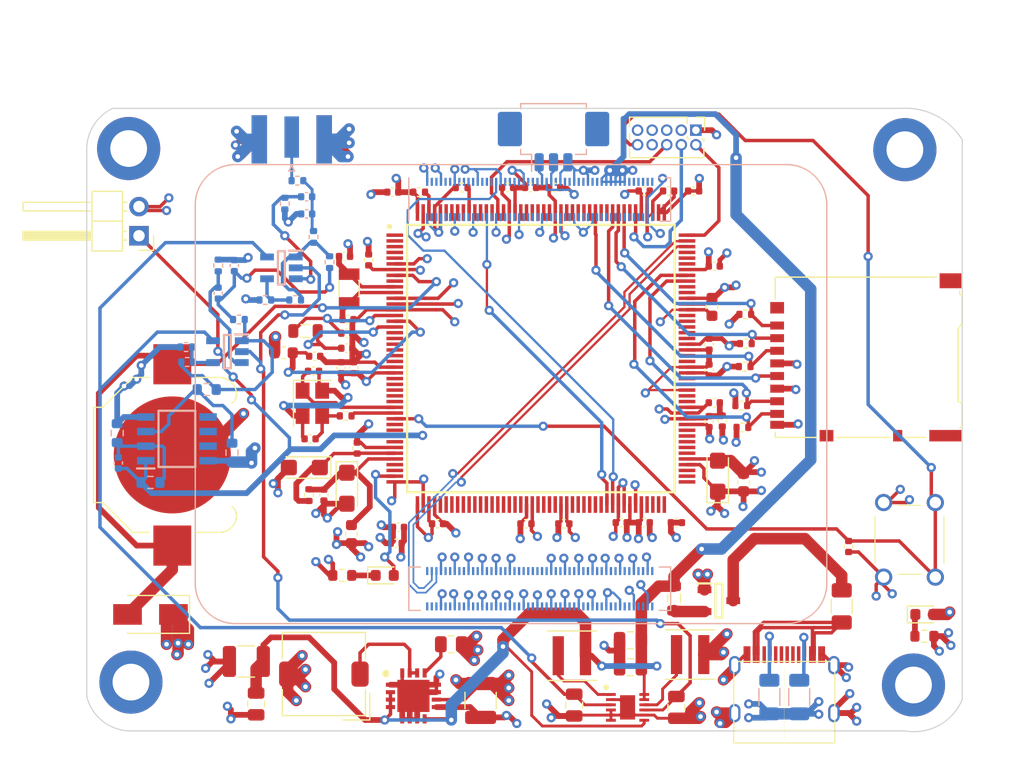
<source format=kicad_pcb>
(kicad_pcb (version 20201002) (generator pcbnew)
  (layers (0 "F.Cu" signal) (1 "In1.Cu" power "GND") (2 "In2.Cu" power "3V3") (31 "B.Cu" signal) (34 "B.Paste" user) (35 "F.Paste" user) (36 "B.SilkS" user "B.Silkscreen") (37 "F.SilkS" user "F.Silkscreen") (38 "B.Mask" user) (39 "F.Mask" user) (44 "Edge.Cuts" user))
  (net 0 "")
  (net 1 "GND")
  (net 2 "Net-(BT1-Pad1)")
  (net 3 "Net-(C1-Pad2)")
  (net 4 "Net-(C1-Pad1)")
  (net 5 "Net-(C2-Pad2)")
  (net 6 "Net-(C2-Pad1)")
  (net 7 "/v_DIV_OUT")
  (net 8 "Net-(C5-Pad1)")
  (net 9 "/5V")
  (net 10 "/VPOS")
  (net 11 "/VNEG")
  (net 12 "/+3.3V")
  (net 13 "/H7MCU/VREF+")
  (net 14 "/H7MCU/+3.3VA")
  (net 15 "/H7MCU/VFBSMPS")
  (net 16 "/H7MCU/VDDSMPS")
  (net 17 "/H7MCU/VLXSMPS")
  (net 18 "/H7MCU/HSE_IN")
  (net 19 "Net-(C48-Pad1)")
  (net 20 "/H7MCU/NRST")
  (net 21 "/H7MCU/OSC_IN")
  (net 22 "/H7MCU/OSC_OUT")
  (net 23 "/H7MCU/LED_STAT")
  (net 24 "Net-(D2-Pad1)")
  (net 25 "Net-(D3-Pad1)")
  (net 26 "Net-(F1-Pad2)")
  (net 27 "VCC")
  (net 28 "Net-(FB1-Pad1)")
  (net 29 "Net-(IC1-Pad4)")
  (net 30 "P_AMP_OUT")
  (net 31 "Net-(IC2-Pad4)")
  (net 32 "Net-(IC2-Pad1)")
  (net 33 "Net-(IC3-Pad7)")
  (net 34 "Net-(IC3-Pad6)")
  (net 35 "Net-(IC3-Pad5)")
  (net 36 "Net-(IC3-Pad3)")
  (net 37 "Net-(IC4-Pad10)")
  (net 38 "Net-(IC4-Pad1)")
  (net 39 "/Power/SW")
  (net 40 "/Power/PG")
  (net 41 "Net-(IC6-Pad174)")
  (net 42 "Net-(IC6-Pad171)")
  (net 43 "Net-(IC6-Pad170)")
  (net 44 "Net-(IC6-Pad169)")
  (net 45 "Net-(IC6-Pad168)")
  (net 46 "/H7MCU/BOOT0")
  (net 47 "Net-(IC6-Pad166)")
  (net 48 "Net-(IC6-Pad165)")
  (net 49 "Net-(IC6-Pad164)")
  (net 50 "Net-(IC6-Pad163)")
  (net 51 "/H7MCU/SWO")
  (net 52 "Net-(IC6-Pad161)")
  (net 53 "Net-(IC6-Pad158)")
  (net 54 "Net-(IC6-Pad157)")
  (net 55 "Net-(IC6-Pad156)")
  (net 56 "Net-(IC6-Pad155)")
  (net 57 "Net-(IC6-Pad154)")
  (net 58 "Net-(IC6-Pad153)")
  (net 59 "Net-(IC6-Pad150)")
  (net 60 "Net-(IC6-Pad149)")
  (net 61 "Net-(IC6-Pad148)")
  (net 62 "Net-(IC6-Pad147)")
  (net 63 "Net-(IC6-Pad146)")
  (net 64 "/H7MCU/SDMMC_CMD")
  (net 65 "Net-(IC6-Pad144)")
  (net 66 "Net-(IC6-Pad143)")
  (net 67 "/H7MCU/SDMMC_CK")
  (net 68 "/H7MCU/SDMMC_D3")
  (net 69 "/H7MCU/SDMMC_D2")
  (net 70 "Net-(IC6-Pad139)")
  (net 71 "/H7MCU/SWCLK")
  (net 72 "/H7MCU/SWDIO")
  (net 73 "/USB_D+")
  (net 74 "/USB_D-")
  (net 75 "Net-(IC6-Pad129)")
  (net 76 "Net-(IC6-Pad128)")
  (net 77 "Net-(IC6-Pad127)")
  (net 78 "/H7MCU/SDMMC_D1")
  (net 79 "/H7MCU/SDMMC_D0")
  (net 80 "Net-(IC6-Pad123)")
  (net 81 "Net-(IC6-Pad122)")
  (net 82 "Net-(IC6-Pad118)")
  (net 83 "Net-(IC6-Pad117)")
  (net 84 "Net-(IC6-Pad116)")
  (net 85 "Net-(IC6-Pad115)")
  (net 86 "Net-(IC6-Pad114)")
  (net 87 "Net-(IC6-Pad111)")
  (net 88 "Net-(IC6-Pad110)")
  (net 89 "Net-(IC6-Pad107)")
  (net 90 "Net-(IC6-Pad106)")
  (net 91 "Net-(IC6-Pad104)")
  (net 92 "Net-(IC6-Pad103)")
  (net 93 "Net-(IC6-Pad98)")
  (net 94 "Net-(IC6-Pad97)")
  (net 95 "Net-(IC6-Pad96)")
  (net 96 "Net-(IC6-Pad95)")
  (net 97 "Net-(IC6-Pad94)")
  (net 98 "Net-(IC6-Pad91)")
  (net 99 "Net-(IC6-Pad90)")
  (net 100 "Net-(IC6-Pad89)")
  (net 101 "Net-(IC6-Pad88)")
  (net 102 "Net-(IC6-Pad87)")
  (net 103 "Net-(IC6-Pad86)")
  (net 104 "Net-(IC6-Pad85)")
  (net 105 "/STM32_3_RX")
  (net 106 "/STM32_3_TX")
  (net 107 "Net-(IC6-Pad77)")
  (net 108 "Net-(IC6-Pad76)")
  (net 109 "Net-(IC6-Pad75)")
  (net 110 "Net-(IC6-Pad74)")
  (net 111 "Net-(IC6-Pad73)")
  (net 112 "Net-(IC6-Pad72)")
  (net 113 "Net-(IC6-Pad69)")
  (net 114 "Net-(IC6-Pad68)")
  (net 115 "Net-(IC6-Pad67)")
  (net 116 "Net-(IC6-Pad66)")
  (net 117 "Net-(IC6-Pad63)")
  (net 118 "Net-(IC6-Pad62)")
  (net 119 "Net-(IC6-Pad61)")
  (net 120 "Net-(IC6-Pad60)")
  (net 121 "Net-(IC6-Pad59)")
  (net 122 "Net-(IC6-Pad58)")
  (net 123 "Net-(IC6-Pad57)")
  (net 124 "Net-(IC6-Pad56)")
  (net 125 "Net-(IC6-Pad55)")
  (net 126 "Net-(IC6-Pad54)")
  (net 127 "Net-(IC6-Pad53)")
  (net 128 "Net-(IC6-Pad52)")
  (net 129 "Net-(IC6-Pad51)")
  (net 130 "Net-(IC6-Pad50)")
  (net 131 "Net-(IC6-Pad49)")
  (net 132 "Net-(IC6-Pad42)")
  (net 133 "Net-(IC6-Pad41)")
  (net 134 "Net-(IC6-Pad37)")
  (net 135 "Net-(IC6-Pad35)")
  (net 136 "Net-(IC6-Pad34)")
  (net 137 "/H7MCU/HSE_OUT")
  (net 138 "Net-(IC6-Pad30)")
  (net 139 "Net-(IC6-Pad29)")
  (net 140 "Net-(IC6-Pad28)")
  (net 141 "Net-(IC6-Pad27)")
  (net 142 "Net-(IC6-Pad26)")
  (net 143 "Net-(IC6-Pad23)")
  (net 144 "Net-(IC6-Pad22)")
  (net 145 "Net-(IC6-Pad21)")
  (net 146 "Net-(IC6-Pad20)")
  (net 147 "Net-(IC6-Pad19)")
  (net 148 "Net-(IC6-Pad18)")
  (net 149 "Net-(IC6-Pad9)")
  (net 150 "Net-(IC6-Pad5)")
  (net 151 "Net-(IC6-Pad4)")
  (net 152 "Net-(IC6-Pad3)")
  (net 153 "Net-(IC6-Pad2)")
  (net 154 "Net-(IC6-Pad1)")
  (net 155 "Net-(J1-Pad1)")
  (net 156 "Net-(J2-PadB8)")
  (net 157 "Net-(J2-PadB5)")
  (net 158 "Net-(J2-PadA8)")
  (net 159 "Net-(J2-PadA5)")
  (net 160 "Net-(J3-Pad8)")
  (net 161 "Net-(J3-Pad7)")
  (net 162 "/CM4_GPIO/GPIO_14_TX")
  (net 163 "/CM4_GPIO/GPIO_15_RX")
  (net 164 "Net-(Module1-Pad200)")
  (net 165 "Net-(Module1-Pad199)")
  (net 166 "Net-(Module1-Pad196)")
  (net 167 "Net-(Module1-Pad195)")
  (net 168 "Net-(Module1-Pad194)")
  (net 169 "Net-(Module1-Pad193)")
  (net 170 "Net-(Module1-Pad190)")
  (net 171 "Net-(Module1-Pad189)")
  (net 172 "Net-(Module1-Pad188)")
  (net 173 "Net-(Module1-Pad187)")
  (net 174 "Net-(Module1-Pad184)")
  (net 175 "Net-(Module1-Pad183)")
  (net 176 "Net-(Module1-Pad182)")
  (net 177 "Net-(Module1-Pad181)")
  (net 178 "Net-(Module1-Pad178)")
  (net 179 "Net-(Module1-Pad177)")
  (net 180 "Net-(Module1-Pad176)")
  (net 181 "Net-(Module1-Pad175)")
  (net 182 "Net-(Module1-Pad172)")
  (net 183 "Net-(Module1-Pad171)")
  (net 184 "Net-(Module1-Pad170)")
  (net 185 "Net-(Module1-Pad169)")
  (net 186 "Net-(Module1-Pad166)")
  (net 187 "Net-(Module1-Pad165)")
  (net 188 "Net-(Module1-Pad164)")
  (net 189 "Net-(Module1-Pad163)")
  (net 190 "Net-(Module1-Pad160)")
  (net 191 "Net-(Module1-Pad159)")
  (net 192 "Net-(Module1-Pad158)")
  (net 193 "Net-(Module1-Pad157)")
  (net 194 "Net-(Module1-Pad154)")
  (net 195 "Net-(Module1-Pad153)")
  (net 196 "Net-(Module1-Pad152)")
  (net 197 "Net-(Module1-Pad151)")
  (net 198 "Net-(Module1-Pad149)")
  (net 199 "Net-(Module1-Pad148)")
  (net 200 "Net-(Module1-Pad147)")
  (net 201 "Net-(Module1-Pad146)")
  (net 202 "Net-(Module1-Pad145)")
  (net 203 "Net-(Module1-Pad143)")
  (net 204 "Net-(Module1-Pad142)")
  (net 205 "Net-(Module1-Pad141)")
  (net 206 "Net-(Module1-Pad140)")
  (net 207 "Net-(Module1-Pad139)")
  (net 208 "Net-(Module1-Pad136)")
  (net 209 "Net-(Module1-Pad135)")
  (net 210 "Net-(Module1-Pad134)")
  (net 211 "Net-(Module1-Pad133)")
  (net 212 "Net-(Module1-Pad130)")
  (net 213 "Net-(Module1-Pad129)")
  (net 214 "Net-(Module1-Pad128)")
  (net 215 "Net-(Module1-Pad127)")
  (net 216 "Net-(Module1-Pad124)")
  (net 217 "Net-(Module1-Pad123)")
  (net 218 "Net-(Module1-Pad122)")
  (net 219 "Net-(Module1-Pad121)")
  (net 220 "Net-(Module1-Pad118)")
  (net 221 "Net-(Module1-Pad117)")
  (net 222 "Net-(Module1-Pad116)")
  (net 223 "Net-(Module1-Pad115)")
  (net 224 "Net-(Module1-Pad112)")
  (net 225 "Net-(Module1-Pad111)")
  (net 226 "Net-(Module1-Pad110)")
  (net 227 "Net-(Module1-Pad109)")
  (net 228 "Net-(Module1-Pad106)")
  (net 229 "Net-(Module1-Pad104)")
  (net 230 "Net-(Module1-Pad102)")
  (net 231 "Net-(Module1-Pad101)")
  (net 232 "Net-(Module1-Pad100)")
  (net 233 "Net-(Module1-Pad99)")
  (net 234 "Net-(Module1-Pad97)")
  (net 235 "Net-(Module1-Pad96)")
  (net 236 "Net-(Module1-Pad95)")
  (net 237 "Net-(Module1-Pad94)")
  (net 238 "Net-(Module1-Pad93)")
  (net 239 "Net-(Module1-Pad92)")
  (net 240 "Net-(Module1-Pad91)")
  (net 241 "Net-(Module1-Pad90)")
  (net 242 "Net-(Module1-Pad89)")
  (net 243 "Net-(Module1-Pad88)")
  (net 244 "Net-(Module1-Pad86)")
  (net 245 "Net-(Module1-Pad84)")
  (net 246 "Net-(Module1-Pad82)")
  (net 247 "Net-(Module1-Pad80)")
  (net 248 "Net-(Module1-Pad78)")
  (net 249 "Net-(Module1-Pad76)")
  (net 250 "Net-(Module1-Pad75)")
  (net 251 "Net-(Module1-Pad73)")
  (net 252 "Net-(Module1-Pad72)")
  (net 253 "Net-(Module1-Pad70)")
  (net 254 "Net-(Module1-Pad69)")
  (net 255 "Net-(Module1-Pad68)")
  (net 256 "Net-(Module1-Pad67)")
  (net 257 "Net-(Module1-Pad64)")
  (net 258 "Net-(Module1-Pad63)")
  (net 259 "Net-(Module1-Pad62)")
  (net 260 "Net-(Module1-Pad61)")
  (net 261 "Net-(Module1-Pad58)")
  (net 262 "Net-(Module1-Pad57)")
  (net 263 "Net-(Module1-Pad56)")
  (net 264 "Net-(Module1-Pad54)")
  (net 265 "Net-(Module1-Pad50)")
  (net 266 "Net-(Module1-Pad49)")
  (net 267 "Net-(Module1-Pad48)")
  (net 268 "Net-(Module1-Pad47)")
  (net 269 "Net-(Module1-Pad46)")
  (net 270 "Net-(Module1-Pad45)")
  (net 271 "Net-(Module1-Pad44)")
  (net 272 "Net-(Module1-Pad41)")
  (net 273 "Net-(Module1-Pad40)")
  (net 274 "Net-(Module1-Pad39)")
  (net 275 "Net-(Module1-Pad38)")
  (net 276 "Net-(Module1-Pad37)")
  (net 277 "Net-(Module1-Pad36)")
  (net 278 "Net-(Module1-Pad35)")
  (net 279 "Net-(Module1-Pad34)")
  (net 280 "Net-(Module1-Pad30)")
  (net 281 "Net-(Module1-Pad29)")
  (net 282 "Net-(Module1-Pad27)")
  (net 283 "Net-(Module1-Pad26)")
  (net 284 "Net-(Module1-Pad25)")
  (net 285 "Net-(Module1-Pad24)")
  (net 286 "Net-(Module1-Pad21)")
  (net 287 "Net-(Module1-Pad20)")
  (net 288 "Net-(Module1-Pad19)")
  (net 289 "Net-(Module1-Pad18)")
  (net 290 "Net-(Module1-Pad17)")
  (net 291 "Net-(Module1-Pad16)")
  (net 292 "Net-(Module1-Pad15)")
  (net 293 "Net-(Module1-Pad12)")
  (net 294 "Net-(Module1-Pad11)")
  (net 295 "Net-(Module1-Pad10)")
  (net 296 "Net-(Module1-Pad9)")
  (net 297 "Net-(Module1-Pad6)")
  (net 298 "Net-(Module1-Pad5)")
  (net 299 "Net-(Module1-Pad4)")
  (net 300 "Net-(Module1-Pad3)")
  (net 301 "Net-(C48-Pad2)")
  (net 302 "Net-(J2-PadB6)")
  (net 303 "Net-(J2-PadA7)")
  (net 304 "Net-(J2-PadA6)")
  (net 305 "Net-(J2-PadB7)")
  (module "Connector_Card:microSD_HC_Hirose_DM3AT-SF-PEJM5" (layer "F.Cu") (at 142.6 103.7 90)
    (fp_text reference "J4" hide)
    (fp_text value "Micro_SD_Card")
    (pad "1" smd rect (at 2.775 -7.725 90) (size 0.7 1.2) (layers "F.Cu" "F.Paste" "F.Mask") (net 69 "/H7MCU/SDMMC_D2"))
    (pad "2" smd rect (at 1.675 -7.725 90) (size 0.7 1.2) (layers "F.Cu" "F.Paste" "F.Mask") (net 68 "/H7MCU/SDMMC_D3"))
    (pad "3" smd rect (at 0.575 -7.725 90) (size 0.7 1.2) (layers "F.Cu" "F.Paste" "F.Mask") (net 64 "/H7MCU/SDMMC_CMD"))
    (pad "4" smd rect (at -0.525 -7.725 90) (size 0.7 1.2) (layers "F.Cu" "F.Paste" "F.Mask") (net 12 "/+3.3V"))
    (pad "5" smd rect (at -1.625 -7.725 90) (size 0.7 1.2) (layers "F.Cu" "F.Paste" "F.Mask") (net 67 "/H7MCU/SDMMC_CK"))
    (pad "6" smd rect (at -2.725 -7.725 90) (size 0.7 1.2) (layers "F.Cu" "F.Paste" "F.Mask") (net 1 "GND"))
    (pad "7" smd rect (at -3.825 -7.725 90) (size 0.7 1.2) (layers "F.Cu" "F.Paste" "F.Mask") (net 79 "/H7MCU/SDMMC_D0"))
    (pad "8" smd rect (at -4.925 -7.725 90) (size 0.7 1.2) (layers "F.Cu" "F.Paste" "F.Mask") (net 78 "/H7MCU/SDMMC_D1"))
    (pad "9" smd rect (at -5.875 -7.725 90) (size 0.7 1.2) (layers "F.Cu" "F.Paste" "F.Mask") (net 1 "GND"))
    (pad "10" smd rect (at -6.825 2.775 90) (size 1 0.8) (layers "F.Cu" "F.Paste" "F.Mask"))
    (pad "11" smd rect (at 6.675 7.375 90) (size 1.3 1.9) (layers "F.Cu" "F.Paste" "F.Mask"))
    (pad "11" smd rect (at -6.825 6.925 90) (size 1 2.8) (layers "F.Cu" "F.Paste" "F.Mask"))
    (pad "11" smd rect (at -6.825 -3.425 90) (size 1 1.2) (layers "F.Cu" "F.Paste" "F.Mask"))
    (pad "11" smd rect (at 4.325 -7.725 90) (size 1 1.2) (layers "F.Cu" "F.Paste" "F.Mask"))
  )
  (module "Connector_PinHeader_1.27mm:PinHeader_2x05_P1.27mm_Vertical" (layer "F.Cu") (at 127.8 83.9 -90)
    (fp_text reference "J3" hide)
    (fp_text value "SWDIO" hide)
    (pad "1" thru_hole rect (at 0 0 270) (size 1 1) (drill 0.65) (layers *.Cu *.Mask) (net 12 "/+3.3V"))
    (pad "2" thru_hole oval (at 1.27 0 270) (size 1 1) (drill 0.65) (layers *.Cu *.Mask) (net 72 "/H7MCU/SWDIO"))
    (pad "3" thru_hole oval (at 0 1.27 270) (size 1 1) (drill 0.65) (layers *.Cu *.Mask) (net 1 "GND"))
    (pad "4" thru_hole oval (at 1.27 1.27 270) (size 1 1) (drill 0.65) (layers *.Cu *.Mask) (net 71 "/H7MCU/SWCLK"))
    (pad "5" thru_hole oval (at 0 2.54 270) (size 1 1) (drill 0.65) (layers *.Cu *.Mask) (net 1 "GND"))
    (pad "6" thru_hole oval (at 1.27 2.54 270) (size 1 1) (drill 0.65) (layers *.Cu *.Mask) (net 51 "/H7MCU/SWO"))
    (pad "7" thru_hole oval (at 0 3.81 270) (size 1 1) (drill 0.65) (layers *.Cu *.Mask) (net 161 "Net-(J3-Pad7)"))
    (pad "8" thru_hole oval (at 1.27 3.81 270) (size 1 1) (drill 0.65) (layers *.Cu *.Mask) (net 160 "Net-(J3-Pad8)"))
    (pad "9" thru_hole oval (at 0 5.08 270) (size 1 1) (drill 0.65) (layers *.Cu *.Mask) (net 1 "GND"))
    (pad "10" thru_hole oval (at 1.27 5.08 270) (size 1 1) (drill 0.65) (layers *.Cu *.Mask) (net 20 "/H7MCU/NRST"))
  )
  (module "Diode_SMD:D_SMA" (layer "F.Cu") (at 80.3 126.1 180)
    (fp_text reference "D1" hide)
    (fp_text value "SS14")
    (pad "1" smd rect (at -2 0 180) (size 2.5 1.8) (layers "F.Cu" "F.Paste" "F.Mask") (net 12 "/+3.3V"))
    (pad "2" smd rect (at 2 0 180) (size 2.5 1.8) (layers "F.Cu" "F.Paste" "F.Mask") (net 2 "Net-(BT1-Pad1)"))
  )
  (module "MountingHole:MountingHole_3.2mm_M3_ISO14580_Pad" (layer "F.Cu") (at 146 85.6)
    (fp_text reference "H3" hide)
    (fp_text value "MountingHole")
    (pad "1" thru_hole circle (at 0 0) (size 5.5 5.5) (drill 3.2) (layers *.Cu *.Mask))
  )
  (module "Connector_PinHeader_2.54mm:PinHeader_1x02_P2.54mm_Horizontal" (layer "F.Cu") (at 79.3 93.1 180)
    (fp_text reference "J6" hide)
    (fp_text value "Conn_01x02_Female")
    (pad "1" thru_hole rect (at 0 0 180) (size 1.7 1.7) (drill 1) (layers *.Cu *.Mask) (net 7 "/v_DIV_OUT"))
    (pad "2" thru_hole oval (at 0 2.54 180) (size 1.7 1.7) (drill 1) (layers *.Cu *.Mask) (net 1 "GND"))
  )
  (module "MountingHole:MountingHole_3.2mm_M3_ISO14580_Pad" (layer "F.Cu") (at 78.4 85.5)
    (fp_text reference "H2" hide)
    (fp_text value "MountingHole")
    (pad "1" thru_hole circle (at 0 0) (size 5.5 5.5) (drill 3.2) (layers *.Cu *.Mask))
  )
  (module "Capacitor_SMD:C_0805_2012Metric" (layer "F.Cu") (at 89.5 133.9 -90)
    (fp_text reference "C12" hide)
    (fp_text value "1u")
    (pad "1" smd roundrect (at -0.95 0 270) (size 1 1.45) (layers "F.Cu" "F.Paste" "F.Mask") (net 9 "/5V"))
    (pad "2" smd roundrect (at 0.95 0 270) (size 1 1.45) (layers "F.Cu" "F.Paste" "F.Mask") (net 1 "GND"))
  )
  (module "Fuse:Fuse_1206_3216Metric" (layer "F.Cu") (at 140.5 125.4 90)
    (fp_text reference "F1" hide)
    (fp_text value "Polyfuse")
    (pad "1" smd roundrect (at -1.4 0 90) (size 1.25 1.75) (layers "F.Cu" "F.Paste" "F.Mask") (roundrect_rratio 0.2) (net 27 "VCC"))
    (pad "2" smd roundrect (at 1.4 0 90) (size 1.25 1.75) (layers "F.Cu" "F.Paste" "F.Mask") (roundrect_rratio 0.2) (net 26 "Net-(F1-Pad2)"))
  )
  (module "Resistor_SMD:R_0402_1005Metric" (layer "F.Cu") (at 103.7 89.3)
    (fp_text reference "R19")
    (fp_text value "10k")
    (pad "1" smd roundrect (at -0.51 0) (size 0.54 0.64) (layers "F.Cu" "F.Paste" "F.Mask") (net 12 "/+3.3V"))
    (pad "2" smd roundrect (at 0.51 0) (size 0.54 0.64) (layers "F.Cu" "F.Paste" "F.Mask") (net 41 "Net-(IC6-Pad174)"))
  )
  (module "Capacitor_Tantalum_SMD:CP_EIA-3216-18_Kemet-A" (layer "F.Cu") (at 97.4 115.1 -90)
    (fp_text reference "C25" hide)
    (fp_text value "1u")
    (pad "1" smd roundrect (at -1.35 0 270) (size 1.4 1.35) (layers "F.Cu" "F.Paste" "F.Mask") (roundrect_rratio 0.185185) (net 14 "/H7MCU/+3.3VA"))
    (pad "2" smd roundrect (at 1.35 0 270) (size 1.4 1.35) (layers "F.Cu" "F.Paste" "F.Mask") (roundrect_rratio 0.185185) (net 1 "GND"))
  )
  (module "Capacitor_SMD:C_0402_1005Metric" (layer "F.Cu") (at 123.3 118.1)
    (fp_text reference "C18" hide)
    (fp_text value "100n")
    (pad "1" smd roundrect (at -0.48 0) (size 0.56 0.62) (layers "F.Cu" "F.Paste" "F.Mask") (net 12 "/+3.3V"))
    (pad "2" smd roundrect (at 0.48 0) (size 0.56 0.62) (layers "F.Cu" "F.Paste" "F.Mask") (net 1 "GND"))
  )
  (module "MountingHole:MountingHole_3.2mm_M3_ISO14580_Pad" (layer "F.Cu") (at 146.75 132.25)
    (fp_text reference "H4" hide)
    (fp_text value "MountingHole")
    (pad "1" thru_hole circle (at 0 0) (size 5.5 5.5) (drill 3.2) (layers *.Cu *.Mask))
  )
  (module "Capacitor_SMD:C_0402_1005Metric" (layer "F.Cu") (at 129.4 107.65 180)
    (fp_text reference "C44" hide)
    (fp_text value "100n")
    (pad "1" smd roundrect (at -0.48 0 180) (size 0.56 0.62) (layers "F.Cu" "F.Paste" "F.Mask") (net 1 "GND"))
    (pad "2" smd roundrect (at 0.48 0 180) (size 0.56 0.62) (layers "F.Cu" "F.Paste" "F.Mask") (net 12 "/+3.3V"))
  )
  (module "Resistor_SMD:R_0402_1005Metric" (layer "F.Cu") (at 132.05 104.5 180)
    (fp_text reference "R24" hide)
    (fp_text value "47k")
    (pad "1" smd roundrect (at -0.51 0 180) (size 0.54 0.64) (layers "F.Cu" "F.Paste" "F.Mask") (net 64 "/H7MCU/SDMMC_CMD"))
    (pad "2" smd roundrect (at 0.51 0 180) (size 0.54 0.64) (layers "F.Cu" "F.Paste" "F.Mask") (net 12 "/+3.3V"))
  )
  (module "Capacitor_SMD:C_1210_3225Metric" (layer "F.Cu") (at 109.05 133.6 -90)
    (fp_text reference "C11" hide)
    (fp_text value "22u x7R 10V")
    (pad "1" smd roundrect (at -1.475 0 270) (size 1.15 2.7) (layers "F.Cu" "F.Paste" "F.Mask") (roundrect_rratio 0.217391) (net 12 "/+3.3V"))
    (pad "2" smd roundrect (at 1.475 0 270) (size 1.15 2.7) (layers "F.Cu" "F.Paste" "F.Mask") (roundrect_rratio 0.217391) (net 1 "GND"))
  )
  (module "Battery:BatteryHolder_Keystone_3000_1x12mm" (layer "F.Cu") (at 82.2 112.2 90)
    (fp_text reference "BT1" hide)
    (fp_text value "Battery_Cell")
    (pad "1" smd rect (at -7.9 0 90) (size 3.5 3.3) (layers "F.Cu" "F.Paste" "F.Mask") (net 2 "Net-(BT1-Pad1)"))
    (pad "1" smd rect (at 7.9 0 90) (size 3.5 3.3) (layers "F.Cu" "F.Paste" "F.Mask") (net 2 "Net-(BT1-Pad1)"))
    (pad "2" smd circle (at 0 0 90) (size 10.2 10.2) (layers "F.Cu" "F.Mask") (net 1 "GND"))
  )
  (module "LED_SMD:LED_0603_1608Metric" (layer "F.Cu") (at 100.7 122.7)
    (fp_text reference "D2" hide)
    (fp_text value "LED_Red")
    (pad "1" smd roundrect (at -0.7875 0) (size 0.875 0.95) (layers "F.Cu" "F.Paste" "F.Mask") (net 24 "Net-(D2-Pad1)"))
    (pad "2" smd roundrect (at 0.7875 0) (size 0.875 0.95) (layers "F.Cu" "F.Paste" "F.Mask") (net 23 "/H7MCU/LED_STAT"))
  )
  (module "Capacitor_SMD:C_0402_1005Metric" (layer "F.Cu") (at 111.4 88.9)
    (fp_text reference "C34" hide)
    (fp_text value "100n")
    (pad "1" smd roundrect (at -0.48 0) (size 0.56 0.62) (layers "F.Cu" "F.Paste" "F.Mask") (net 12 "/+3.3V"))
    (pad "2" smd roundrect (at 0.48 0) (size 0.56 0.62) (layers "F.Cu" "F.Paste" "F.Mask") (net 1 "GND"))
  )
  (module "Capacitor_SMD:C_0402_1005Metric" (layer "F.Cu") (at 123.3 89.2 180)
    (fp_text reference "C37" hide)
    (fp_text value "100n")
    (pad "1" smd roundrect (at -0.48 0 180) (size 0.56 0.62) (layers "F.Cu" "F.Paste" "F.Mask") (net 12 "/+3.3V"))
    (pad "2" smd roundrect (at 0.48 0 180) (size 0.56 0.62) (layers "F.Cu" "F.Paste" "F.Mask") (net 1 "GND"))
  )
  (module "Resistor_SMD:R_0805_2012Metric" (layer "F.Cu") (at 106.5 128.7)
    (fp_text reference "R17" hide)
    (fp_text value "1M")
    (pad "1" smd roundrect (at -0.9125 0) (size 1.025 1.4) (layers "F.Cu" "F.Paste" "F.Mask") (roundrect_rratio 0.243902) (net 40 "/Power/PG"))
    (pad "2" smd roundrect (at 0.9125 0) (size 1.025 1.4) (layers "F.Cu" "F.Paste" "F.Mask") (roundrect_rratio 0.243902) (net 12 "/+3.3V"))
  )
  (module "Capacitor_SMD:C_0402_1005Metric" (layer "F.Cu") (at 128.95 104.8 90)
    (fp_text reference "C17" hide)
    (fp_text value "100n")
    (pad "1" smd roundrect (at -0.48 0 90) (size 0.56 0.62) (layers "F.Cu" "F.Paste" "F.Mask") (net 12 "/+3.3V"))
    (pad "2" smd roundrect (at 0.48 0 90) (size 0.56 0.62) (layers "F.Cu" "F.Paste" "F.Mask") (net 1 "GND"))
  )
  (module "Capacitor_Tantalum_SMD:CP_EIA-3216-18_Kemet-A" (layer "F.Cu") (at 129.7 114.05 90)
    (fp_text reference "C13" hide)
    (fp_text value "4.7u")
    (pad "1" smd roundrect (at -1.35 0 90) (size 1.4 1.35) (layers "F.Cu" "F.Paste" "F.Mask") (roundrect_rratio 0.185185) (net 12 "/+3.3V"))
    (pad "2" smd roundrect (at 1.35 0 90) (size 1.4 1.35) (layers "F.Cu" "F.Paste" "F.Mask") (roundrect_rratio 0.185185) (net 1 "GND"))
  )
  (module "Capacitor_SMD:C_0402_1005Metric" (layer "F.Cu") (at 101.9 118.5 180)
    (fp_text reference "C16" hide)
    (fp_text value "100n")
    (pad "1" smd roundrect (at -0.48 0 180) (size 0.56 0.62) (layers "F.Cu" "F.Paste" "F.Mask") (net 12 "/+3.3V"))
    (pad "2" smd roundrect (at 0.48 0 180) (size 0.56 0.62) (layers "F.Cu" "F.Paste" "F.Mask") (net 1 "GND"))
  )
  (module "Inductor_SMD:L_0805_2012Metric" (layer "F.Cu") (at 93.8 101.4 180)
    (fp_text reference "L4" hide)
    (fp_text value "2.2uH")
    (pad "1" smd roundrect (at -1.0625 0 180) (size 0.875 1.2) (layers "F.Cu" "F.Paste" "F.Mask") (net 15 "/H7MCU/VFBSMPS"))
    (pad "2" smd roundrect (at 1.0625 0 180) (size 0.875 1.2) (layers "F.Cu" "F.Paste" "F.Mask") (net 17 "/H7MCU/VLXSMPS"))
  )
  (module "Capacitor_SMD:C_0805_2012Metric" (layer "F.Cu") (at 126.1 134.2 -90)
    (fp_text reference "C9" hide)
    (fp_text value "10u")
    (pad "1" smd roundrect (at -0.95 0 270) (size 1 1.45) (layers "F.Cu" "F.Paste" "F.Mask") (net 11 "/VNEG"))
    (pad "2" smd roundrect (at 0.95 0 270) (size 1 1.45) (layers "F.Cu" "F.Paste" "F.Mask") (net 1 "GND"))
  )
  (module "CM4IO:TYPE-C-31-M-12" (layer "F.Cu") (at 135.5 134.7)
    (fp_text reference "J2" hide)
    (fp_text value "USB_C_Receptacle_USB2.0")
    (pad "" np_thru_hole circle (at 2.9 -3.65) (size 0.65 0.65) (drill 0.65) (layers *.Cu *.Mask) (clearance 0.01))
    (pad "" np_thru_hole circle (at -2.9 -3.65) (size 0.65 0.65) (drill 0.65) (layers *.Cu *.Mask) (clearance 0.01))
    (pad "A1" smd rect (at -3.4 -5.1) (size 0.3 1.45) (layers "F.Cu" "F.Paste" "F.Mask") (net 1 "GND"))
    (pad "A4" smd rect (at -2.6 -5.1) (size 0.3 1.45) (layers "F.Cu" "F.Paste" "F.Mask") (net 27 "VCC"))
    (pad "A5" smd rect (at -1.25 -5.1) (size 0.3 1.45) (layers "F.Cu" "F.Paste" "F.Mask") (net 159 "Net-(J2-PadA5)"))
    (pad "A6" smd rect (at -0.25 -5.1) (size 0.3 1.45) (layers "F.Cu" "F.Paste" "F.Mask") (net 304 "Net-(J2-PadA6)"))
    (pad "A7" smd rect (at 0.25 -5.1) (size 0.3 1.45) (layers "F.Cu" "F.Paste" "F.Mask") (net 303 "Net-(J2-PadA7)"))
    (pad "A8" smd rect (at 1.25 -5.1) (size 0.3 1.45) (layers "F.Cu" "F.Paste" "F.Mask") (net 158 "Net-(J2-PadA8)"))
    (pad "A9" smd rect (at 2.6 -5.1) (size 0.3 1.45) (layers "F.Cu" "F.Paste" "F.Mask") (net 27 "VCC"))
    (pad "A12" smd rect (at 3.4 -5.1) (size 0.3 1.45) (layers "F.Cu" "F.Paste" "F.Mask") (net 1 "GND"))
    (pad "B1" smd rect (at 3.1 -5.1) (size 0.3 1.45) (layers "F.Cu" "F.Paste" "F.Mask") (net 1 "GND"))
    (pad "B4" smd rect (at 2.3 -5.1) (size 0.3 1.45) (layers "F.Cu" "F.Paste" "F.Mask") (net 27 "VCC"))
    (pad "B5" smd rect (at 1.75 -5.1) (size 0.3 1.45) (layers "F.Cu" "F.Paste" "F.Mask") (net 157 "Net-(J2-PadB5)"))
    (pad "B6" smd rect (at 0.75 -5.1) (size 0.3 1.45) (layers "F.Cu" "F.Paste" "F.Mask") (net 302 "Net-(J2-PadB6)"))
    (pad "B7" smd rect (at -0.75 -5.1) (size 0.3 1.45) (layers "F.Cu" "F.Paste" "F.Mask") (net 305 "Net-(J2-PadB7)"))
    (pad "B8" smd rect (at -1.75 -5.1) (size 0.3 1.45) (layers "F.Cu" "F.Paste" "F.Mask") (net 156 "Net-(J2-PadB8)"))
    (pad "B9" smd rect (at -2.3 -5.1) (size 0.3 1.45) (layers "F.Cu" "F.Paste" "F.Mask") (net 27 "VCC"))
    (pad "B12" smd rect (at -3.1 -5.1) (size 0.3 1.45) (layers "F.Cu" "F.Paste" "F.Mask") (net 1 "GND"))
    (pad "S1" thru_hole roundrect (at -4.32 -4.18) (size 1 1.6) (drill oval 0.6 1.2) (layers *.Cu *.Mask) (roundrect_rratio 0.5) (net 1 "GND"))
    (pad "S1" thru_hole roundrect (at 4.32 -4.18) (size 1 1.6) (drill oval 0.6 1.2) (layers *.Cu *.Mask) (roundrect_rratio 0.5) (net 1 "GND"))
    (pad "S1" thru_hole roundrect (at 4.32 0) (size 1 1.6) (drill oval 0.6 1.2) (layers *.Cu *.Mask) (roundrect_rratio 0.5) (net 1 "GND"))
    (pad "S1" thru_hole roundrect (at -4.32 0) (size 1 1.6) (drill oval 0.6 1.2) (layers *.Cu *.Mask) (roundrect_rratio 0.5) (net 1 "GND"))
  )
  (module "SamacSys_Parts:TL1105CF160Q" (layer "F.Cu") (at 146.4 119.6 90)
    (fp_text reference "S1" hide)
    (fp_text value "TL1105CF160Q" hide)
    (pad "1" thru_hole circle (at -3.25 2.25 90) (size 1.5 1.5) (drill 1) (layers *.Cu *.Mask) (net 20 "/H7MCU/NRST"))
    (pad "2" thru_hole circle (at 3.25 2.25 90) (size 1.5 1.5) (drill 1) (layers *.Cu *.Mask) (net 20 "/H7MCU/NRST"))
    (pad "3" thru_hole circle (at 3.25 -2.25 90) (size 1.5 1.5) (drill 1) (layers *.Cu *.Mask) (net 1 "GND"))
    (pad "4" thru_hole circle (at -3.25 -2.25 90) (size 1.5 1.5) (drill 1) (layers *.Cu *.Mask) (net 1 "GND"))
  )
  (module "Inductor_SMD:L_0603_1608Metric" (layer "F.Cu") (at 91.9 103.3)
    (fp_text reference "FB3" hide)
    (fp_text value "18 @100Mhz")
    (pad "1" smd roundrect (at -0.7875 0) (size 0.875 0.95) (layers "F.Cu" "F.Paste" "F.Mask") (net 12 "/+3.3V"))
    (pad "2" smd roundrect (at 0.7875 0) (size 0.875 0.95) (layers "F.Cu" "F.Paste" "F.Mask") (net 16 "/H7MCU/VDDSMPS"))
  )
  (module "Capacitor_SMD:C_0402_1005Metric" (layer "F.Cu") (at 116.3 118.2 180)
    (fp_text reference "C15" hide)
    (fp_text value "100n")
    (pad "1" smd roundrect (at -0.48 0 180) (size 0.56 0.62) (layers "F.Cu" "F.Paste" "F.Mask") (net 12 "/+3.3V"))
    (pad "2" smd roundrect (at 0.48 0 180) (size 0.56 0.62) (layers "F.Cu" "F.Paste" "F.Mask") (net 1 "GND"))
  )
  (module "Resistor_SMD:R_0402_1005Metric" (layer "F.Cu") (at 97.3 108.8 180)
    (fp_text reference "R20" hide)
    (fp_text value "47")
    (pad "1" smd roundrect (at -0.51 0 180) (size 0.54 0.64) (layers "F.Cu" "F.Paste" "F.Mask") (net 137 "/H7MCU/HSE_OUT"))
    (pad "2" smd roundrect (at 0.51 0 180) (size 0.54 0.64) (layers "F.Cu" "F.Paste" "F.Mask") (net 301 "Net-(C48-Pad2)"))
  )
  (module "Capacitor_SMD:C_0402_1005Metric" (layer "F.Cu") (at 97.5 100.4 180)
    (fp_text reference "C52" hide)
    (fp_text value "1.5p")
    (pad "1" smd roundrect (at -0.48 0 180) (size 0.56 0.62) (layers "F.Cu" "F.Paste" "F.Mask") (net 1 "GND"))
    (pad "2" smd roundrect (at 0.48 0 180) (size 0.56 0.62) (layers "F.Cu" "F.Paste" "F.Mask") (net 22 "/H7MCU/OSC_OUT"))
  )
  (module "Capacitor_SMD:C_0402_1005Metric" (layer "F.Cu") (at 125.42 89.2)
    (fp_text reference "C38" hide)
    (fp_text value "100n")
    (pad "1" smd roundrect (at -0.48 0) (size 0.56 0.62) (layers "F.Cu" "F.Paste" "F.Mask") (net 12 "/+3.3V"))
    (pad "2" smd roundrect (at 0.48 0) (size 0.56 0.62) (layers "F.Cu" "F.Paste" "F.Mask") (net 1 "GND"))
  )
  (module "Capacitor_SMD:C_0805_2012Metric" (layer "F.Cu") (at 122.1 128.35 180)
    (fp_text reference "C8" hide)
    (fp_text value "100n")
    (pad "1" smd roundrect (at -0.95 0 180) (size 1 1.45) (layers "F.Cu" "F.Paste" "F.Mask") (net 9 "/5V"))
    (pad "2" smd roundrect (at 0.95 0 180) (size 1 1.45) (layers "F.Cu" "F.Paste" "F.Mask") (net 1 "GND"))
  )
  (module "SamacSys_Parts:QFN65P400X400X100-17N-D" (layer "F.Cu") (at 103.2 133.2)
    (fp_text reference "IC5" hide)
    (fp_text value "TPS62111RSAT" hide)
    (pad "1" smd rect (at -2 -0.975 90) (size 0.35 0.8) (layers "F.Cu" "F.Paste" "F.Mask") (net 1 "GND"))
    (pad "2" smd rect (at -2 -0.325 90) (size 0.35 0.8) (layers "F.Cu" "F.Paste" "F.Mask") (net 9 "/5V"))
    (pad "3" smd rect (at -2 0.325 90) (size 0.35 0.8) (layers "F.Cu" "F.Paste" "F.Mask") (net 9 "/5V"))
    (pad "4" smd rect (at -2 0.975 90) (size 0.35 0.8) (layers "F.Cu" "F.Paste" "F.Mask") (net 9 "/5V"))
    (pad "5" smd rect (at -0.975 2) (size 0.35 0.8) (layers "F.Cu" "F.Paste" "F.Mask") (net 1 "GND"))
    (pad "6" smd rect (at -0.325 2) (size 0.35 0.8) (layers "F.Cu" "F.Paste" "F.Mask") (net 1 "GND"))
    (pad "7" smd rect (at 0.325 2) (size 0.35 0.8) (layers "F.Cu" "F.Paste" "F.Mask") (net 1 "GND"))
    (pad "8" smd rect (at 0.975 2) (size 0.35 0.8) (layers "F.Cu" "F.Paste" "F.Mask") (net 9 "/5V"))
    (pad "9" smd rect (at 2 0.975 90) (size 0.35 0.8) (layers "F.Cu" "F.Paste" "F.Mask") (net 1 "GND"))
    (pad "10" smd rect (at 2 0.325 90) (size 0.35 0.8) (layers "F.Cu" "F.Paste" "F.Mask") (net 12 "/+3.3V"))
    (pad "11" smd rect (at 2 -0.325 90) (size 0.35 0.8) (layers "F.Cu" "F.Paste" "F.Mask") (net 1 "GND"))
    (pad "12" smd rect (at 2 -0.975 90) (size 0.35 0.8) (layers "F.Cu" "F.Paste" "F.Mask") (net 1 "GND"))
    (pad "13" smd rect (at 0.975 -2) (size 0.35 0.8) (layers "F.Cu" "F.Paste" "F.Mask") (net 40 "/Power/PG"))
    (pad "14" smd rect (at 0.325 -2) (size 0.35 0.8) (layers "F.Cu" "F.Paste" "F.Mask") (net 39 "/Power/SW"))
    (pad "15" smd rect (at -0.325 -2) (size 0.35 0.8) (layers "F.Cu" "F.Paste" "F.Mask") (net 39 "/Power/SW"))
    (pad "16" smd rect (at -0.975 -2) (size 0.35 0.8) (layers "F.Cu" "F.Paste" "F.Mask") (net 1 "GND"))
    (pad "17" smd rect (at 0 0) (size 2.8 2.8) (layers "F.Cu" "F.Paste" "F.Mask") (net 1 "GND"))
  )
  (module "Resistor_SMD:R_0402_1005Metric" (layer "F.Cu") (at 131.85 109.8 180)
    (fp_text reference "R26" hide)
    (fp_text value "47k")
    (pad "1" smd roundrect (at -0.51 0 180) (size 0.54 0.64) (layers "F.Cu" "F.Paste" "F.Mask") (net 78 "/H7MCU/SDMMC_D1"))
    (pad "2" smd roundrect (at 0.51 0 180) (size 0.54 0.64) (layers "F.Cu" "F.Paste" "F.Mask") (net 12 "/+3.3V"))
  )
  (module "Capacitor_SMD:C_0805_2012Metric" (layer "F.Cu") (at 122.1 130.7 180)
    (fp_text reference "C6" hide)
    (fp_text value "10u")
    (pad "1" smd roundrect (at -0.95 0 180) (size 1 1.45) (layers "F.Cu" "F.Paste" "F.Mask") (net 9 "/5V"))
    (pad "2" smd roundrect (at 0.95 0 180) (size 1 1.45) (layers "F.Cu" "F.Paste" "F.Mask") (net 1 "GND"))
  )
  (module "Inductor_SMD:L_TDK_SLF7032" (layer "F.Cu") (at 95.4 131.3 180)
    (fp_text reference "L3" hide)
    (fp_text value "6.8u")
    (fp_text user "" (at -49 0.05) (layer "F.SilkS") (effects (font (size 3 3))))
    (pad "1" smd roundrect (at -3.15 0 180) (size 1.5 2.2) (layers "F.Cu" "F.Paste" "F.Mask") (net 39 "/Power/SW"))
    (pad "2" smd roundrect (at 3.15 0 180) (size 1.5 2.2) (layers "F.Cu" "F.Paste" "F.Mask") (net 12 "/+3.3V"))
  )
  (module "Capacitor_SMD:C_0402_1005Metric" (layer "F.Cu") (at 113.4 88.9 180)
    (fp_text reference "C35" hide)
    (fp_text value "100n")
    (pad "1" smd roundrect (at -0.48 0 180) (size 0.56 0.62) (layers "F.Cu" "F.Paste" "F.Mask") (net 12 "/+3.3V"))
    (pad "2" smd roundrect (at 0.48 0 180) (size 0.56 0.62) (layers "F.Cu" "F.Paste" "F.Mask") (net 1 "GND"))
  )
  (module "Resistor_SMD:R_0402_1005Metric" (layer "F.Cu") (at 132.15 102.5 180)
    (fp_text reference "R23" hide)
    (fp_text value "47k")
    (pad "1" smd roundrect (at -0.51 0 180) (size 0.54 0.64) (layers "F.Cu" "F.Paste" "F.Mask") (net 68 "/H7MCU/SDMMC_D3"))
    (pad "2" smd roundrect (at 0.51 0 180) (size 0.54 0.64) (layers "F.Cu" "F.Paste" "F.Mask") (net 12 "/+3.3V"))
  )
  (module "MountingHole:MountingHole_3.2mm_M3_ISO14580_Pad" (layer "F.Cu") (at 78.6 132)
    (fp_text reference "H1" hide)
    (fp_text value "MountingHole")
    (pad "1" thru_hole circle (at 0 0) (size 5.5 5.5) (drill 3.2) (layers *.Cu *.Mask))
  )
  (module "Capacitor_SMD:C_1210_3225Metric" (layer "F.Cu") (at 88.65 130.2 180)
    (fp_text reference "C10" hide)
    (fp_text value "10u x5R 25V")
    (pad "1" smd roundrect (at -1.475 0 180) (size 1.15 2.7) (layers "F.Cu" "F.Paste" "F.Mask") (roundrect_rratio 0.217391) (net 9 "/5V"))
    (pad "2" smd roundrect (at 1.475 0 180) (size 1.15 2.7) (layers "F.Cu" "F.Paste" "F.Mask") (roundrect_rratio 0.217391) (net 1 "GND"))
  )
  (module "Capacitor_SMD:C_0402_1005Metric" (layer "F.Cu") (at 126.1 118.1)
    (fp_text reference "C47" hide)
    (fp_text value "4.7u")
    (pad "1" smd roundrect (at -0.48 0) (size 0.56 0.62) (layers "F.Cu" "F.Paste" "F.Mask") (net 1 "GND"))
    (pad "2" smd roundrect (at 0.48 0) (size 0.56 0.62) (layers "F.Cu" "F.Paste" "F.Mask") (net 1 "GND"))
  )
  (module "LED_SMD:LED_0603_1608Metric" (layer "F.Cu") (at 147.7 126.1)
    (fp_text reference "D3" hide)
    (fp_text value "LED")
    (pad "1" smd roundrect (at -0.7875 0) (size 0.875 0.95) (layers "F.Cu" "F.Paste" "F.Mask") (net 25 "Net-(D3-Pad1)"))
    (pad "2" smd roundrect (at 0.7875 0) (size 0.875 0.95) (layers "F.Cu" "F.Paste" "F.Mask") (net 12 "/+3.3V"))
  )
  (module "Capacitor_SMD:C_0402_1005Metric" (layer "F.Cu") (at 101.4 89.3 180)
    (fp_text reference "C31" hide)
    (fp_text value "100n")
    (pad "1" smd roundrect (at -0.48 0 180) (size 0.56 0.62) (layers "F.Cu" "F.Paste" "F.Mask") (net 12 "/+3.3V"))
    (pad "2" smd roundrect (at 0.48 0 180) (size 0.56 0.62) (layers "F.Cu" "F.Paste" "F.Mask") (net 1 "GND"))
  )
  (module "Resistor_SMD:R_0402_1005Metric" (layer "F.Cu") (at 131.75 107.9 180)
    (fp_text reference "R25" hide)
    (fp_text value "47k")
    (pad "1" smd roundrect (at -0.51 0 180) (size 0.54 0.64) (layers "F.Cu" "F.Paste" "F.Mask") (net 79 "/H7MCU/SDMMC_D0"))
    (pad "2" smd roundrect (at 0.51 0 180) (size 0.54 0.64) (layers "F.Cu" "F.Paste" "F.Mask") (net 12 "/+3.3V"))
  )
  (module "Inductor_SMD:L_Coilcraft_XxL4020" (layer "F.Cu") (at 127.3 129.6)
    (fp_text reference "L2" hide)
    (fp_text value "4.7u")
    (pad "1" smd rect (at -1.185 0) (size 0.98 3.4) (layers "F.Cu" "F.Paste" "F.Mask") (net 37 "Net-(IC4-Pad10)"))
    (pad "2" smd rect (at 1.185 0) (size 0.98 3.4) (layers "F.Cu" "F.Paste" "F.Mask") (net 1 "GND"))
  )
  (module "Capacitor_SMD:C_0402_1005Metric" (layer "F.Cu") (at 113 118.2 180)
    (fp_text reference "C22" hide)
    (fp_text value "100n")
    (pad "1" smd roundrect (at -0.48 0 180) (size 0.56 0.62) (layers "F.Cu" "F.Paste" "F.Mask") (net 12 "/+3.3V"))
    (pad "2" smd roundrect (at 0.48 0 180) (size 0.56 0.62) (layers "F.Cu" "F.Paste" "F.Mask") (net 1 "GND"))
  )
  (module "Capacitor_SMD:C_0402_1005Metric" (layer "F.Cu") (at 128.95 109.3 90)
    (fp_text reference "C21" hide)
    (fp_text value "100n")
    (pad "1" smd roundrect (at -0.48 0 90) (size 0.56 0.62) (layers "F.Cu" "F.Paste" "F.Mask") (net 12 "/+3.3V"))
    (pad "2" smd roundrect (at 0.48 0 90) (size 0.56 0.62) (layers "F.Cu" "F.Paste" "F.Mask") (net 1 "GND"))
  )
  (module "Capacitor_SMD:C_0603_1608Metric" (layer "F.Cu") (at 131.95 114.6 -90)
    (fp_text reference "C45" hide)
    (fp_text value "2.2u")
    (pad "1" smd roundrect (at -0.775 0 270) (size 0.9 0.95) (layers "F.Cu" "F.Paste" "F.Mask") (net 1 "GND"))
    (pad "2" smd roundrect (at 0.775 0 270) (size 0.9 0.95) (layers "F.Cu" "F.Paste" "F.Mask") (net 12 "/+3.3V"))
  )
  (module "Crystal:Crystal_SMD_3225-4Pin_3.2x2.5mm" (layer "F.Cu") (at 94.4 107.7 -90)
    (fp_text reference "Y1" hide)
    (fp_text value "16MHz")
    (pad "1" smd rect (at -1.1 0.85 270) (size 1.4 1.2) (layers "F.Cu" "F.Paste" "F.Mask") (net 18 "/H7MCU/HSE_IN"))
    (pad "2" smd rect (at 1.1 0.85 270) (size 1.4 1.2) (layers "F.Cu" "F.Paste" "F.Mask") (net 19 "Net-(C48-Pad1)"))
    (pad "3" smd rect (at 1.1 -0.85 270) (size 1.4 1.2) (layers "F.Cu" "F.Paste" "F.Mask") (net 301 "Net-(C48-Pad2)"))
    (pad "4" smd rect (at -1.1 -0.85 270) (size 1.4 1.2) (layers "F.Cu" "F.Paste" "F.Mask") (net 19 "Net-(C48-Pad1)"))
  )
  (module "Capacitor_SMD:C_0402_1005Metric" (layer "F.Cu") (at 115.5 88.9)
    (fp_text reference "C29" hide)
    (fp_text value "100n")
    (pad "1" smd roundrect (at -0.48 0) (size 0.56 0.62) (layers "F.Cu" "F.Paste" "F.Mask") (net 12 "/+3.3V"))
    (pad "2" smd roundrect (at 0.48 0) (size 0.56 0.62) (layers "F.Cu" "F.Paste" "F.Mask") (net 1 "GND"))
  )
  (module "Capacitor_SMD:C_0402_1005Metric" (layer "F.Cu") (at 96.9 104.6 90)
    (fp_text reference "C32" hide)
    (fp_text value "100n")
    (pad "1" smd roundrect (at -0.48 0 90) (size 0.56 0.62) (layers "F.Cu" "F.Paste" "F.Mask") (net 12 "/+3.3V"))
    (pad "2" smd roundrect (at 0.48 0 90) (size 0.56 0.62) (layers "F.Cu" "F.Paste" "F.Mask") (net 1 "GND"))
  )
  (module "Inductor_SMD:L_0603_1608Metric" (layer "F.Cu") (at 97.8 119.1 90)
    (fp_text reference "FB2" hide)
    (fp_text value "100 @ 100 MHz")
    (pad "1" smd roundrect (at -0.7875 0 90) (size 0.875 0.95) (layers "F.Cu" "F.Paste" "F.Mask") (net 12 "/+3.3V"))
    (pad "2" smd roundrect (at 0.7875 0 90) (size 0.875 0.95) (layers "F.Cu" "F.Paste" "F.Mask") (net 14 "/H7MCU/+3.3VA"))
  )
  (module "Capacitor_SMD:C_0402_1005Metric" (layer "F.Cu") (at 128.95 102.55 -90)
    (fp_text reference "C20" hide)
    (fp_text value "100n")
    (pad "1" smd roundrect (at -0.48 0 270) (size 0.56 0.62) (layers "F.Cu" "F.Paste" "F.Mask") (net 12 "/+3.3V"))
    (pad "2" smd roundrect (at 0.48 0 270) (size 0.56 0.62) (layers "F.Cu" "F.Paste" "F.Mask") (net 1 "GND"))
  )
  (module "Capacitor_SMD:C_0805_2012Metric" (layer "F.Cu") (at 117.2 134 -90)
    (fp_text reference "C7" hide)
    (fp_text value "10u")
    (pad "1" smd roundrect (at -0.95 0 270) (size 1 1.45) (layers "F.Cu" "F.Paste" "F.Mask") (net 10 "/VPOS"))
    (pad "2" smd roundrect (at 0.95 0 270) (size 1 1.45) (layers "F.Cu" "F.Paste" "F.Mask") (net 1 "GND"))
  )
  (module "Capacitor_SMD:C_0402_1005Metric" (layer "F.Cu") (at 95.4 115.7 90)
    (fp_text reference "C26" hide)
    (fp_text value "100n")
    (pad "1" smd roundrect (at -0.48 0 90) (size 0.56 0.62) (layers "F.Cu" "F.Paste" "F.Mask") (net 1 "GND"))
    (pad "2" smd roundrect (at 0.48 0 90) (size 0.56 0.62) (layers "F.Cu" "F.Paste" "F.Mask") (net 14 "/H7MCU/+3.3VA"))
  )
  (module "Resistor_SMD:R_0402_1005Metric" (layer "F.Cu") (at 107.4 88.9 180)
    (fp_text reference "R27" hide)
    (fp_text value "10k")
    (pad "1" smd roundrect (at -0.51 0 180) (size 0.54 0.64) (layers "F.Cu" "F.Paste" "F.Mask") (net 46 "/H7MCU/BOOT0"))
    (pad "2" smd roundrect (at 0.51 0 180) (size 0.54 0.64) (layers "F.Cu" "F.Paste" "F.Mask") (net 1 "GND"))
  )
  (module "Capacitor_SMD:C_0402_1005Metric" (layer "F.Cu") (at 105.3 118.2 180)
    (fp_text reference "C19" hide)
    (fp_text value "100n")
    (pad "1" smd roundrect (at -0.48 0 180) (size 0.56 0.62) (layers "F.Cu" "F.Paste" "F.Mask") (net 12 "/+3.3V"))
    (pad "2" smd roundrect (at 0.48 0 180) (size 0.56 0.62) (layers "F.Cu" "F.Paste" "F.Mask") (net 1 "GND"))
  )
  (module "Capacitor_SMD:C_0402_1005Metric" (layer "F.Cu") (at 141.1 120.18 90)
    (fp_text reference "C50" hide)
    (fp_text value "100n")
    (pad "1" smd roundrect (at -0.48 0 90) (size 0.56 0.62) (layers "F.Cu" "F.Paste" "F.Mask") (net 1 "GND"))
    (pad "2" smd roundrect (at 0.48 0 90) (size 0.56 0.62) (layers "F.Cu" "F.Paste" "F.Mask") (net 20 "/H7MCU/NRST"))
  )
  (module "Crystal:Crystal_SMD_3215-2Pin_3.2x1.5mm" (layer "F.Cu") (at 97.6 97.7 -90)
    (fp_text reference "Y2" hide)
    (fp_text value "32.768KHz")
    (pad "1" smd rect (at 1.25 0 270) (size 1 1.8) (layers "F.Cu" "F.Paste" "F.Mask") (net 22 "/H7MCU/OSC_OUT"))
    (pad "2" smd rect (at -1.25 0 270) (size 1 1.8) (layers "F.Cu" "F.Paste" "F.Mask") (net 21 "/H7MCU/OSC_IN"))
  )
  (module "Capacitor_SMD:C_0402_1005Metric" (layer "F.Cu") (at 97.2 94.9 180)
    (fp_text reference "C51" hide)
    (fp_text value "1.5p")
    (pad "1" smd roundrect (at -0.48 0 180) (size 0.56 0.62) (layers "F.Cu" "F.Paste" "F.Mask") (net 1 "GND"))
    (pad "2" smd roundrect (at 0.48 0 180) (size 0.56 0.62) (layers "F.Cu" "F.Paste" "F.Mask") (net 21 "/H7MCU/OSC_IN"))
  )
  (module "Capacitor_SMD:C_0402_1005Metric" (layer "F.Cu") (at 94.2 110.8)
    (fp_text reference "C48" hide)
    (fp_text value "12p")
    (pad "1" smd roundrect (at -0.48 0) (size 0.56 0.62) (layers "F.Cu" "F.Paste" "F.Mask") (net 19 "Net-(C48-Pad1)"))
    (pad "2" smd roundrect (at 0.48 0) (size 0.56 0.62) (layers "F.Cu" "F.Paste" "F.Mask") (net 301 "Net-(C48-Pad2)"))
  )
  (module "Capacitor_Tantalum_SMD:CP_EIA-3216-18_Kemet-A" (layer "F.Cu") (at 93.7 113.3 180)
    (fp_text reference "C23" hide)
    (fp_text value "1u")
    (pad "1" smd roundrect (at -1.35 0 180) (size 1.4 1.35) (layers "F.Cu" "F.Paste" "F.Mask") (roundrect_rratio 0.185185) (net 13 "/H7MCU/VREF+"))
    (pad "2" smd roundrect (at 1.35 0 180) (size 1.4 1.35) (layers "F.Cu" "F.Paste" "F.Mask") (roundrect_rratio 0.185185) (net 1 "GND"))
  )
  (module "Resistor_SMD:R_0603_1608Metric" (layer "F.Cu") (at 147.7 128 180)
    (fp_text reference "R28" hide)
    (fp_text value "2.2k")
    (pad "1" smd roundrect (at -0.825 0 180) (size 0.8 0.95) (layers "F.Cu" "F.Paste" "F.Mask") (net 1 "GND"))
    (pad "2" smd roundrect (at 0.825 0 180) (size 0.8 0.95) (layers "F.Cu" "F.Paste" "F.Mask") (net 25 "Net-(D3-Pad1)"))
  )
  (module "Inductor_SMD:L_Coilcraft_XxL4020" (layer "F.Cu") (at 117 129.7 180)
    (fp_text reference "L1" hide)
    (fp_text value "4.7u")
    (pad "1" smd rect (at -1.185 0 180) (size 0.98 3.4) (layers "F.Cu" "F.Paste" "F.Mask") (net 9 "/5V"))
    (pad "2" smd rect (at 1.185 0 180) (size 0.98 3.4) (layers "F.Cu" "F.Paste" "F.Mask") (net 38 "Net-(IC4-Pad1)"))
  )
  (module "SamacSys_Parts:SOT95P280X125-3N" (layer "F.Cu") (at 129.8 124.9)
    (fp_text reference "Q1" hide)
    (fp_text value "AO3401A" hide)
    (pad "1" smd rect (at -1.25 -0.95 90) (size 0.6 1.2) (layers "F.Cu" "F.Paste" "F.Mask") (net 1 "GND"))
    (pad "2" smd rect (at -1.25 0.95 90) (size 0.6 1.2) (layers "F.Cu" "F.Paste" "F.Mask") (net 28 "Net-(FB1-Pad1)"))
    (pad "3" smd rect (at 1.25 0 90) (size 0.6 1.2) (layers "F.Cu" "F.Paste" "F.Mask") (net 26 "Net-(F1-Pad2)"))
  )
  (module "Capacitor_SMD:C_0402_1005Metric" (layer "F.Cu") (at 101.7 119.9 180)
    (fp_text reference "C28" hide)
    (fp_text value "100n")
    (pad "1" smd roundrect (at -0.48 0 180) (size 0.56 0.62) (layers "F.Cu" "F.Paste" "F.Mask") (net 12 "/+3.3V"))
    (pad "2" smd roundrect (at 0.48 0 180) (size 0.56 0.62) (layers "F.Cu" "F.Paste" "F.Mask") (net 1 "GND"))
  )
  (module "Capacitor_SMD:C_0603_1608Metric" (layer "F.Cu") (at 129.2 99.3 -90)
    (fp_text reference "C40" hide)
    (fp_text value "1u_X5R_0603")
    (pad "1" smd roundrect (at -0.775 0 270) (size 0.9 0.95) (layers "F.Cu" "F.Paste" "F.Mask") (net 12 "/+3.3V"))
    (pad "2" smd roundrect (at 0.775 0 270) (size 0.9 0.95) (layers "F.Cu" "F.Paste" "F.Mask") (net 1 "GND"))
  )
  (module "Capacitor_SMD:C_0402_1005Metric" (layer "F.Cu") (at 97.4 101.6)
    (fp_text reference "C43" hide)
    (fp_text value "220p")
    (pad "1" smd roundrect (at -0.48 0) (size 0.56 0.62) (layers "F.Cu" "F.Paste" "F.Mask") (net 17 "/H7MCU/VLXSMPS"))
    (pad "2" smd roundrect (at 0.48 0) (size 0.56 0.62) (layers "F.Cu" "F.Paste" "F.Mask") (net 1 "GND"))
  )
  (module "Capacitor_SMD:C_0402_1005Metric" (layer "F.Cu") (at 99.3 95.2 90)
    (fp_text reference "C27" hide)
    (fp_text value "100n")
    (pad "1" smd roundrect (at -0.48 0 90) (size 0.56 0.62) (layers "F.Cu" "F.Paste" "F.Mask") (net 12 "/+3.3V"))
    (pad "2" smd roundrect (at 0.48 0 90) (size 0.56 0.62) (layers "F.Cu" "F.Paste" "F.Mask") (net 1 "GND"))
  )
  (module "Capacitor_SMD:C_0402_1005Metric" (layer "F.Cu") (at 94.5 104.9)
    (fp_text reference "C49" hide)
    (fp_text value "12p")
    (pad "1" smd roundrect (at -0.48 0) (size 0.56 0.62) (layers "F.Cu" "F.Paste" "F.Mask") (net 18 "/H7MCU/HSE_IN"))
    (pad "2" smd roundrect (at 0.48 0) (size 0.56 0.62) (layers "F.Cu" "F.Paste" "F.Mask") (net 19 "Net-(C48-Pad1)"))
  )
  (module "Capacitor_SMD:C_0402_1005Metric" (layer "F.Cu") (at 127.6 89.2 180)
    (fp_text reference "C46" hide)
    (fp_text value "4.7u")
    (pad "1" smd roundrect (at -0.48 0 180) (size 0.56 0.62) (layers "F.Cu" "F.Paste" "F.Mask") (net 1 "GND"))
    (pad "2" smd roundrect (at 0.48 0 180) (size 0.56 0.62) (layers "F.Cu" "F.Paste" "F.Mask") (net 1 "GND"))
  )
  (module "Capacitor_SMD:C_0402_1005Metric" (layer "F.Cu") (at 98 104.6 90)
    (fp_text reference "C30" hide)
    (fp_text value "100n")
    (pad "1" smd roundrect (at -0.48 0 90) (size 0.56 0.62) (layers "F.Cu" "F.Paste" "F.Mask") (net 12 "/+3.3V"))
    (pad "2" smd roundrect (at 0.48 0 90) (size 0.56 0.62) (layers "F.Cu" "F.Paste" "F.Mask") (net 1 "GND"))
  )
  (module "Resistor_SMD:R_0402_1005Metric" (layer "F.Cu") (at 132.1 99.95 180)
    (fp_text reference "R22" hide)
    (fp_text value "47k")
    (pad "1" smd roundrect (at -0.51 0 180) (size 0.54 0.64) (layers "F.Cu" "F.Paste" "F.Mask") (net 69 "/H7MCU/SDMMC_D2"))
    (pad "2" smd roundrect (at 0.51 0 180) (size 0.54 0.64) (layers "F.Cu" "F.Paste" "F.Mask") (net 12 "/+3.3V"))
  )
  (module "Capacitor_SMD:C_0402_1005Metric" (layer "F.Cu") (at 129.4 95.75)
    (fp_text reference "C36" hide)
    (fp_text value "100n")
    (pad "1" smd roundrect (at -0.48 0) (size 0.56 0.62) (layers "F.Cu" "F.Paste" "F.Mask") (net 12 "/+3.3V"))
    (pad "2" smd roundrect (at 0.48 0) (size 0.56 0.62) (layers "F.Cu" "F.Paste" "F.Mask") (net 1 "GND"))
  )
  (module "Capacitor_SMD:C_0402_1005Metric" (layer "F.Cu") (at 130.1 109.25 90)
    (fp_text reference "C33" hide)
    (fp_text value "100n")
    (pad "1" smd roundrect (at -0.48 0 90) (size 0.56 0.62) (layers "F.Cu" "F.Paste" "F.Mask") (net 12 "/+3.3V"))
    (pad "2" smd roundrect (at 0.48 0 90) (size 0.56 0.62) (layers "F.Cu" "F.Paste" "F.Mask") (net 1 "GND"))
  )
  (module "Capacitor_SMD:C_0402_1005Metric" (layer "F.Cu") (at 121.3 118.1 180)
    (fp_text reference "C14" hide)
    (fp_text value "100n")
    (pad "1" smd roundrect (at -0.48 0 180) (size 0.56 0.62) (layers "F.Cu" "F.Paste" "F.Mask") (net 12 "/+3.3V"))
    (pad "2" smd roundrect (at 0.48 0 180) (size 0.56 0.62) (layers "F.Cu" "F.Paste" "F.Mask") (net 1 "GND"))
  )
  (module "SamacSys_Parts:QFP50P2600X2600X160-176N" (layer "F.Cu") (at 114.3 103.8)
    (fp_text reference "IC6")
    (fp_text value "STM32H747IIT6" hide)
    (pad "1" smd rect (at -12.725 -10.75 90) (size 0.3 1.45) (layers "F.Cu" "F.Paste" "F.Mask") (net 154 "Net-(IC6-Pad1)"))
    (pad "2" smd rect (at -12.725 -10.25 90) (size 0.3 1.45) (layers "F.Cu" "F.Paste" "F.Mask") (net 153 "Net-(IC6-Pad2)"))
    (pad "3" smd rect (at -12.725 -9.75 90) (size 0.3 1.45) (layers "F.Cu" "F.Paste" "F.Mask") (net 152 "Net-(IC6-Pad3)"))
    (pad "4" smd rect (at -12.725 -9.25 90) (size 0.3 1.45) (layers "F.Cu" "F.Paste" "F.Mask") (net 151 "Net-(IC6-Pad4)"))
    (pad "5" smd rect (at -12.725 -8.75 90) (size 0.3 1.45) (layers "F.Cu" "F.Paste" "F.Mask") (net 150 "Net-(IC6-Pad5)"))
    (pad "6" smd rect (at -12.725 -8.25 90) (size 0.3 1.45) (layers "F.Cu" "F.Paste" "F.Mask") (net 1 "GND"))
    (pad "7" smd rect (at -12.725 -7.75 90) (size 0.3 1.45) (layers "F.Cu" "F.Paste" "F.Mask") (net 12 "/+3.3V"))
    (pad "8" smd rect (at -12.725 -7.25 90) (size 0.3 1.45) (layers "F.Cu" "F.Paste" "F.Mask") (net 2 "Net-(BT1-Pad1)"))
    (pad "9" smd rect (at -12.725 -6.75 90) (size 0.3 1.45) (layers "F.Cu" "F.Paste" "F.Mask") (net 149 "Net-(IC6-Pad9)"))
    (pad "10" smd rect (at -12.725 -6.25 90) (size 0.3 1.45) (layers "F.Cu" "F.Paste" "F.Mask") (net 21 "/H7MCU/OSC_IN"))
    (pad "11" smd rect (at -12.725 -5.75 90) (size 0.3 1.45) (layers "F.Cu" "F.Paste" "F.Mask") (net 22 "/H7MCU/OSC_OUT"))
    (pad "12" smd rect (at -12.725 -5.25 90) (size 0.3 1.45) (layers "F.Cu" "F.Paste" "F.Mask") (net 1 "GND"))
    (pad "13" smd rect (at -12.725 -4.75 90) (size 0.3 1.45) (layers "F.Cu" "F.Paste" "F.Mask") (net 12 "/+3.3V"))
    (pad "14" smd rect (at -12.725 -4.25 90) (size 0.3 1.45) (layers "F.Cu" "F.Paste" "F.Mask") (net 1 "GND"))
    (pad "15" smd rect (at -12.725 -3.75 90) (size 0.3 1.45) (layers "F.Cu" "F.Paste" "F.Mask") (net 17 "/H7MCU/VLXSMPS"))
    (pad "16" smd rect (at -12.725 -3.25 90) (size 0.3 1.45) (layers "F.Cu" "F.Paste" "F.Mask") (net 16 "/H7MCU/VDDSMPS"))
    (pad "17" smd rect (at -12.725 -2.75 90) (size 0.3 1.45) (layers "F.Cu" "F.Paste" "F.Mask") (net 15 "/H7MCU/VFBSMPS"))
    (pad "18" smd rect (at -12.725 -2.25 90) (size 0.3 1.45) (layers "F.Cu" "F.Paste" "F.Mask") (net 148 "Net-(IC6-Pad18)"))
    (pad "19" smd rect (at -12.725 -1.75 90) (size 0.3 1.45) (layers "F.Cu" "F.Paste" "F.Mask") (net 147 "Net-(IC6-Pad19)"))
    (pad "20" smd rect (at -12.725 -1.25 90) (size 0.3 1.45) (layers "F.Cu" "F.Paste" "F.Mask") (net 146 "Net-(IC6-Pad20)"))
    (pad "21" smd rect (at -12.725 -0.75 90) (size 0.3 1.45) (layers "F.Cu" "F.Paste" "F.Mask") (net 145 "Net-(IC6-Pad21)"))
    (pad "22" smd rect (at -12.725 -0.25 90) (size 0.3 1.45) (layers "F.Cu" "F.Paste" "F.Mask") (net 144 "Net-(IC6-Pad22)"))
    (pad "23" smd rect (at -12.725 0.25 90) (size 0.3 1.45) (layers "F.Cu" "F.Paste" "F.Mask") (net 143 "Net-(IC6-Pad23)"))
    (pad "24" smd rect (at -12.725 0.75 90) (size 0.3 1.45) (layers "F.Cu" "F.Paste" "F.Mask") (net 1 "GND"))
    (pad "25" smd rect (at -12.725 1.25 90) (size 0.3 1.45) (layers "F.Cu" "F.Paste" "F.Mask") (net 12 "/+3.3V"))
    (pad "26" smd rect (at -12.725 1.75 90) (size 0.3 1.45) (layers "F.Cu" "F.Paste" "F.Mask") (net 142 "Net-(IC6-Pad26)"))
    (pad "27" smd rect (at -12.725 2.25 90) (size 0.3 1.45) (layers "F.Cu" "F.Paste" "F.Mask") (net 141 "Net-(IC6-Pad27)"))
    (pad "28" smd rect (at -12.725 2.75 90) (size 0.3 1.45) (layers "F.Cu" "F.Paste" "F.Mask") (net 140 "Net-(IC6-Pad28)"))
    (pad "29" smd rect (at -12.725 3.25 90) (size 0.3 1.45) (layers "F.Cu" "F.Paste" "F.Mask") (net 139 "Net-(IC6-Pad29)"))
    (pad "30" smd rect (at -12.725 3.75 90) (size 0.3 1.45) (layers "F.Cu" "F.Paste" "F.Mask") (net 138 "Net-(IC6-Pad30)"))
    (pad "31" smd rect (at -12.725 4.25 90) (size 0.3 1.45) (layers "F.Cu" "F.Paste" "F.Mask") (net 18 "/H7MCU/HSE_IN"))
    (pad "32" smd rect (at -12.725 4.75 90) (size 0.3 1.45) (layers "F.Cu" "F.Paste" "F.Mask") (net 137 "/H7MCU/HSE_OUT"))
    (pad "33" smd rect (at -12.725 5.25 90) (size 0.3 1.45) (layers "F.Cu" "F.Paste" "F.Mask") (net 20 "/H7MCU/NRST"))
    (pad "34" smd rect (at -12.725 5.75 90) (size 0.3 1.45) (layers "F.Cu" "F.Paste" "F.Mask") (net 136 "Net-(IC6-Pad34)"))
    (pad "35" smd rect (at -12.725 6.25 90) (size 0.3 1.45) (layers "F.Cu" "F.Paste" "F.Mask") (net 135 "Net-(IC6-Pad35)"))
    (pad "36" smd rect (at -12.725 6.75 90) (size 0.3 1.45) (layers "F.Cu" "F.Paste" "F.Mask") (net 7 "/v_DIV_OUT"))
    (pad "37" smd rect (at -12.725 7.25 90) (size 0.3 1.45) (layers "F.Cu" "F.Paste" "F.Mask") (net 134 "Net-(IC6-Pad37)"))
    (pad "38" smd rect (at -12.725 7.75 90) (size 0.3 1.45) (layers "F.Cu" "F.Paste" "F.Mask") (net 1 "GND"))
    (pad "39" smd rect (at -12.725 8.25 90) (size 0.3 1.45) (layers "F.Cu" "F.Paste" "F.Mask") (net 13 "/H7MCU/VREF+"))
    (pad "40" smd rect (at -12.725 8.75 90) (size 0.3 1.45) (layers "F.Cu" "F.Paste" "F.Mask") (net 14 "/H7MCU/+3.3VA"))
    (pad "41" smd rect (at -12.725 9.25 90) (size 0.3 1.45) (layers "F.Cu" "F.Paste" "F.Mask") (net 133 "Net-(IC6-Pad41)"))
    (pad "42" smd rect (at -12.725 9.75 90) (size 0.3 1.45) (layers "F.Cu" "F.Paste" "F.Mask") (net 132 "Net-(IC6-Pad42)"))
    (pad "43" smd rect (at -12.725 10.25 90) (size 0.3 1.45) (layers "F.Cu" "F.Paste" "F.Mask") (net 23 "/H7MCU/LED_STAT"))
    (pad "44" smd rect (at -12.725 10.75 90) (size 0.3 1.45) (layers "F.Cu" "F.Paste" "F.Mask") (net 12 "/+3.3V"))
    (pad "45" smd rect (at -10.75 12.725) (size 0.3 1.45) (layers "F.Cu" "F.Paste" "F.Mask") (net 1 "GND"))
    (pad "46" smd rect (at -10.25 12.725) (size 0.3 1.45) (layers "F.Cu" "F.Paste" "F.Mask") (net 12 "/+3.3V"))
    (pad "47" smd rect (at -9.75 12.725) (size 0.3 1.45) (layers "F.Cu" "F.Paste" "F.Mask") (net 1 "GND"))
    (pad "48" smd rect (at -9.25 12.725) (size 0.3 1.45) (layers "F.Cu" "F.Paste" "F.Mask") (net 12 "/+3.3V"))
    (pad "49" smd rect (at -8.75 12.725) (size 0.3 1.45) (layers "F.Cu" "F.Paste" "F.Mask") (net 131 "Net-(IC6-Pad49)"))
    (pad "50" smd rect (at -8.25 12.725) (size 0.3 1.45) (layers "F.Cu" "F.Paste" "F.Mask") (net 130 "Net-(IC6-Pad50)"))
    (pad "51" smd rect (at -7.75 12.725) (size 0.3 1.45) (layers "F.Cu" "F.Paste" "F.Mask") (net 129 "Net-(IC6-Pad51)"))
    (pad "52" smd rect (at -7.25 12.725) (size 0.3 1.45) (layers "F.Cu" "F.Paste" "F.Mask") (net 128 "Net-(IC6-Pad52)"))
    (pad "53" smd rect (at -6.75 12.725) (size 0.3 1.45) (layers "F.Cu" "F.Paste" "F.Mask") (net 127 "Net-(IC6-Pad53)"))
    (pad "54" smd rect (at -6.25 12.725) (size 0.3 1.45) (layers "F.Cu" "F.Paste" "F.Mask") (net 126 "Net-(IC6-Pad54)"))
    (pad "55" smd rect (at -5.75 12.725) (size 0.3 1.45) (layers "F.Cu" "F.Paste" "F.Mask") (net 125 "Net-(IC6-Pad55)"))
    (pad "56" smd rect (at -5.25 12.725) (size 0.3 1.45) (layers "F.Cu" "F.Paste" "F.Mask") (net 124 "Net-(IC6-Pad56)"))
    (pad "57" smd rect (at -4.75 12.725) (size 0.3 1.45) (layers "F.Cu" "F.Paste" "F.Mask") (net 123 "Net-(IC6-Pad57)"))
    (pad "58" smd rect (at -4.25 12.725) (size 0.3 1.45) (layers "F.Cu" "F.Paste" "F.Mask") (net 122 "Net-(IC6-Pad58)"))
    (pad "59" smd rect (at -3.75 12.725) (size 0.3 1.45) (layers "F.Cu" "F.Paste" "F.Mask") (net 121 "Net-(IC6-Pad59)"))
    (pad "60" smd rect (at -3.25 12.725) (size 0.3 1.45) (layers "F.Cu" "F.Paste" "F.Mask") (net 120 "Net-(IC6-Pad60)"))
    (pad "61" smd rect (at -2.75 12.725) (size 0.3 1.45) (layers "F.Cu" "F.Paste" "F.Mask") (net 119 "Net-(IC6-Pad61)"))
    (pad "62" smd rect (at -2.25 12.725) (size 0.3 1.45) (layers "F.Cu" "F.Paste" "F.Mask") (net 118 "Net-(IC6-Pad62)"))
    (pad "63" smd rect (at -1.75 12.725) (size 0.3 1.45) (layers "F.Cu" "F.Paste" "F.Mask") (net 117 "Net-(IC6-Pad63)"))
    (pad "64" smd rect (at -1.25 12.725) (size 0.3 1.45) (layers "F.Cu" "F.Paste" "F.Mask") (net 1 "GND"))
    (pad "65" smd rect (at -0.75 12.725) (size 0.3 1.45) (layers "F.Cu" "F.Paste" "F.Mask") (net 12 "/+3.3V"))
    (pad "66" smd rect (at -0.25 12.725) (size 0.3 1.45) (layers "F.Cu" "F.Paste" "F.Mask") (net 116 "Net-(IC6-Pad66)"))
    (pad "67" smd rect (at 0.25 12.725) (size 0.3 1.45) (layers "F.Cu" "F.Paste" "F.Mask") (net 115 "Net-(IC6-Pad67)"))
    (pad "68" smd rect (at 0.75 12.725) (size 0.3 1.45) (layers "F.Cu" "F.Paste" "F.Mask") (net 114 "Net-(IC6-Pad68)"))
    (pad "69" smd rect (at 1.25 12.725) (size 0.3 1.45) (layers "F.Cu" "F.Paste" "F.Mask") (net 113 "Net-(IC6-Pad69)"))
    (pad "70" smd rect (at 1.75 12.725) (size 0.3 1.45) (layers "F.Cu" "F.Paste" "F.Mask") (net 1 "GND"))
    (pad "71" smd rect (at 2.25 12.725) (size 0.3 1.45) (layers "F.Cu" "F.Paste" "F.Mask") (net 12 "/+3.3V"))
    (pad "72" smd rect (at 2.75 12.725) (size 0.3 1.45) (layers "F.Cu" "F.Paste" "F.Mask") (net 112 "Net-(IC6-Pad72)"))
    (pad "73" smd rect (at 3.25 12.725) (size 0.3 1.45) (layers "F.Cu" "F.Paste" "F.Mask") (net 111 "Net-(IC6-Pad73)"))
    (pad "74" smd rect (at 3.75 12.725) (size 0.3 1.45) (layers "F.Cu" "F.Paste" "F.Mask") (net 110 "Net-(IC6-Pad74)"))
    (pad "75" smd rect (at 4.25 12.725) (size 0.3 1.45) (layers "F.Cu" "F.Paste" "F.Mask") (net 109 "Net-(IC6-Pad75)"))
    (pad "76" smd rect (at 4.75 12.725) (size 0.3 1.45) (layers "F.Cu" "F.Paste" "F.Mask") (net 108 "Net-(IC6-Pad76)"))
    (pad "77" smd rect (at 5.25 12.725) (size 0.3 1.45) (layers "F.Cu" "F.Paste" "F.Mask") (net 107 "Net-(IC6-Pad77)"))
    (pad "78" smd rect (at 5.75 12.725) (size 0.3 1.45) (layers "F.Cu" "F.Paste" "F.Mask") (net 106 "/STM32_3_TX"))
    (pad "79" smd rect (at 6.25 12.725) (size 0.3 1.45) (layers "F.Cu" "F.Paste" "F.Mask") (net 105 "/STM32_3_RX"))
    (pad "80" smd rect (at 6.75 12.725) (size 0.3 1.45) (layers "F.Cu" "F.Paste" "F.Mask") (net 1 "GND"))
    (pad "81" smd rect (at 7.25 12.725) (size 0.3 1.45) (layers "F.Cu" "F.Paste" "F.Mask") (net 1 "GND"))
    (pad "82" smd rect (at 7.75 12.725) (size 0.3 1.45) (layers "F.Cu" "F.Paste" "F.Mask") (net 12 "/+3.3V"))
    (pad "83" smd rect (at 8.25 12.725) (size 0.3 1.45) (layers "F.Cu" "F.Paste" "F.Mask") (net 1 "GND"))
    (pad "84" smd rect (at 8.75 12.725) (size 0.3 1.45) (layers "F.Cu" "F.Paste" "F.Mask") (net 12 "/+3.3V"))
    (pad "85" smd rect (at 9.25 12.725) (size 0.3 1.45) (layers "F.Cu" "F.Paste" "F.Mask") (net 104 "Net-(IC6-Pad85)"))
    (pad "86" smd rect (at 9.75 12.725) (size 0.3 1.45) (layers "F.Cu" "F.Paste" "F.Mask") (net 103 "Net-(IC6-Pad86)"))
    (pad "87" smd rect (at 10.25 12.725) (size 0.3 1.45) (layers "F.Cu" "F.Paste" "F.Mask") (net 102 "Net-(IC6-Pad87)"))
    (pad "88" smd rect (at 10.75 12.725) (size 0.3 1.45) (layers "F.Cu" "F.Paste" "F.Mask") (net 101 "Net-(IC6-Pad88)"))
    (pad "89" smd rect (at 12.725 10.75 90) (size 0.3 1.45) (layers "F.Cu" "F.Paste" "F.Mask") (net 100 "Net-(IC6-Pad89)"))
    (pad "90" smd rect (at 12.725 10.25 90) (size 0.3 1.45) (layers "F.Cu" "F.Paste" "F.Mask") (net 99 "Net-(IC6-Pad90)"))
    (pad "91" smd rect (at 12.725 9.75 90) (size 0.3 1.45) (layers "F.Cu" "F.Paste" "F.Mask") (net 98 "Net-(IC6-Pad91)"))
    (pad "92" smd rect (at 12.725 9.25 90) (size 0.3 1.45) (layers "F.Cu" "F.Paste" "F.Mask") (net 12 "/+3.3V"))
    (pad "93" smd rect (at 12.725 8.75 90) (size 0.3 1.45) (layers "F.Cu" "F.Paste" "F.Mask") (net 1 "GND"))
    (pad "94" smd rect (at 12.725 8.25 90) (size 0.3 1.45) (layers "F.Cu" "F.Paste" "F.Mask") (net 97 "Net-(IC6-Pad94)"))
    (pad "95" smd rect (at 12.725 7.75 90) (size 0.3 1.45) (layers "F.Cu" "F.Paste" "F.Mask") (net 96 "Net-(IC6-Pad95)"))
    (pad "96" smd rect (at 12.725 7.25 90) (size 0.3 1.45) (layers "F.Cu" "F.Paste" "F.Mask") (net 95 "Net-(IC6-Pad96)"))
    (pad "97" smd rect (at 12.725 6.75 90) (size 0.3 1.45) (layers "F.Cu" "F.Paste" "F.Mask") (net 94 "Net-(IC6-Pad97)"))
    (pad "98" smd rect (at 12.725 6.25 90) (size 0.3 1.45) (layers "F.Cu" "F.Paste" "F.Mask") (net 93 "Net-(IC6-Pad98)"))
    (pad "99" smd rect (at 12.725 5.75 90) (size 0.3 1.45) (layers "F.Cu" "F.Paste" "F.Mask") (net 12 "/+3.3V"))
    (pad "100" smd rect (at 12.725 5.25 90) (size 0.3 1.45) (layers "F.Cu" "F.Paste" "F.Mask") (net 1 "GND"))
    (pad "101" smd rect (at 12.725 4.75 90) (size 0.3 1.45) (layers "F.Cu" "F.Paste" "F.Mask") (net 12 "/+3.3V"))
    (pad "102" smd rect (at 12.725 4.25 90) (size 0.3 1.45) (layers "F.Cu" "F.Paste" "F.Mask") (net 12 "/+3.3V"))
    (pad "103" smd rect (at 12.725 3.75 90) (size 0.3 1.45) (layers "F.Cu" "F.Paste" "F.Mask") (net 92 "Net-(IC6-Pad103)"))
    (pad "104" smd rect (at 12.725 3.25 90) (size 0.3 1.45) (layers "F.Cu" "F.Paste" "F.Mask") (net 91 "Net-(IC6-Pad104)"))
    (pad "105" smd rect (at 12.725 2.75 90) (size 0.3 1.45) (layers "F.Cu" "F.Paste" "F.Mask") (net 1 "GND"))
    (pad "106" smd rect (at 12.725 2.25 90) (size 0.3 1.45) (layers "F.Cu" "F.Paste" "F.Mask") (net 90 "Net-(IC6-Pad106)"))
    (pad "107" smd rect (at 12.725 1.75 90) (size 0.3 1.45) (layers "F.Cu" "F.Paste" "F.Mask") (net 89 "Net-(IC6-Pad107)"))
    (pad "108" smd rect (at 12.725 1.25 90) (size 0.3 1.45) (layers "F.Cu" "F.Paste" "F.Mask") (net 12 "/+3.3V"))
    (pad "109" smd rect (at 12.725 0.75 90) (size 0.3 1.45) (layers "F.Cu" "F.Paste" "F.Mask") (net 1 "GND"))
    (pad "110" smd rect (at 12.725 0.25 90) (size 0.3 1.45) (layers "F.Cu" "F.Paste" "F.Mask") (net 88 "Net-(IC6-Pad110)"))
    (pad "111" smd rect (at 12.725 -0.25 90) (size 0.3 1.45) (layers "F.Cu" "F.Paste" "F.Mask") (net 87 "Net-(IC6-Pad111)"))
    (pad "112" smd rect (at 12.725 -0.75 90) (size 0.3 1.45) (layers "F.Cu" "F.Paste" "F.Mask") (net 1 "GND"))
    (pad "113" smd rect (at 12.725 -1.25 90) (size 0.3 1.45) (layers "F.Cu" "F.Paste" "F.Mask") (net 12 "/+3.3V"))
    (pad "114" smd rect (at 12.725 -1.75 90) (size 0.3 1.45) (layers "F.Cu" "F.Paste" "F.Mask") (net 86 "Net-(IC6-Pad114)"))
    (pad "115" smd rect (at 12.725 -2.25 90) (size 0.3 1.45) (layers "F.Cu" "F.Paste" "F.Mask") (net 85 "Net-(IC6-Pad115)"))
    (pad "116" smd rect (at 12.725 -2.75 90) (size 0.3 1.45) (layers "F.Cu" "F.Paste" "F.Mask") (net 84 "Net-(IC6-Pad116)"))
    (pad "117" smd rect (at 12.725 -3.25 90) (size 0.3 1.45) (layers "F.Cu" "F.Paste" "F.Mask") (net 83 "Net-(IC6-Pad117)"))
    (pad "118" smd rect (at 12.725 -3.75 90) (size 0.3 1.45) (layers "F.Cu" "F.Paste" "F.Mask") (net 82 "Net-(IC6-Pad118)"))
    (pad "119" smd rect (at 12.725 -4.25 90) (size 0.3 1.45) (layers "F.Cu" "F.Paste" "F.Mask") (net 1 "GND"))
    (pad "120" smd rect (at 12.725 -4.75 90) (size 0.3 1.45) (layers "F.Cu" "F.Paste" "F.Mask") (net 12 "/+3.3V"))
    (pad "121" smd rect (at 12.725 -5.25 90) (size 0.3 1.45) (layers "F.Cu" "F.Paste" "F.Mask") (net 12 "/+3.3V"))
    (pad "122" smd rect (at 12.725 -5.75 90) (size 0.3 1.45) (layers "F.Cu" "F.Paste" "F.Mask") (net 81 "Net-(IC6-Pad122)"))
    (pad "123" smd rect (at 12.725 -6.25 90) (size 0.3 1.45) (layers "F.Cu" "F.Paste" "F.Mask") (net 80 "Net-(IC6-Pad123)"))
    (pad "124" smd rect (at 12.725 -6.75 90) (size 0.3 1.45) (layers "F.Cu" "F.Paste" "F.Mask") (net 79 "/H7MCU/SDMMC_D0"))
    (pad "125" smd rect (at 12.725 -7.25 90) (size 0.3 1.45) (layers "F.Cu" "F.Paste" "F.Mask") (net 78 "/H7MCU/SDMMC_D1"))
    (pad "126" smd rect (at 12.725 -7.75 90) (size 0.3 1.45) (layers "F.Cu" "F.Paste" "F.Mask") (net 12 "/+3.3V"))
    (pad "127" smd rect (at 12.725 -8.25 90) (size 0.3 1.45) (layers "F.Cu" "F.Paste" "F.Mask") (net 77 "Net-(IC6-Pad127)"))
    (pad "128" smd rect (at 12.725 -8.75 90) (size 0.3 1.45) (layers "F.Cu" "F.Paste" "F.Mask") (net 76 "Net-(IC6-Pad128)"))
    (pad "129" smd rect (at 12.725 -9.25 90) (size 0.3 1.45) (layers "F.Cu" "F.Paste" "F.Mask") (net 75 "Net-(IC6-Pad129)"))
    (pad "130" smd rect (at 12.725 -9.75 90) (size 0.3 1.45) (layers "F.Cu" "F.Paste" "F.Mask") (net 74 "/USB_D-"))
    (pad "131" smd rect (at 12.725 -10.25 90) (size 0.3 1.45) (layers "F.Cu" "F.Paste" "F.Mask") (net 73 "/USB_D+"))
    (pad "132" smd rect (at 12.725 -10.75 90) (size 0.3 1.45) (layers "F.Cu" "F.Paste" "F.Mask") (net 72 "/H7MCU/SWDIO"))
    (pad "133" smd rect (at 10.75 -12.725) (size 0.3 1.45) (layers "F.Cu" "F.Paste" "F.Mask") (net 1 "GND"))
    (pad "134" smd rect (at 10.25 -12.725) (size 0.3 1.45) (layers "F.Cu" "F.Paste" "F.Mask") (net 1 "GND"))
    (pad "135" smd rect (at 9.75 -12.725) (size 0.3 1.45) (layers "F.Cu" "F.Paste" "F.Mask") (net 12 "/+3.3V"))
    (pad "136" smd rect (at 9.25 -12.725) (size 0.3 1.45) (layers "F.Cu" "F.Paste" "F.Mask") (net 12 "/+3.3V"))
    (pad "137" smd rect (at 8.75 -12.725) (size 0.3 1.45) (layers "F.Cu" "F.Paste" "F.Mask") (net 1 "GND"))
    (pad "138" smd rect (at 8.25 -12.725) (size 0.3 1.45) (layers "F.Cu" "F.Paste" "F.Mask") (net 71 "/H7MCU/SWCLK"))
    (pad "139" smd rect (at 7.75 -12.725) (size 0.3 1.45) (layers "F.Cu" "F.Paste" "F.Mask") (net 70 "Net-(IC6-Pad139)"))
    (pad "140" smd rect (at 7.25 -12.725) (size 0.3 1.45) (layers "F.Cu" "F.Paste" "F.Mask") (net 69 "/H7MCU/SDMMC_D2"))
    (pad "141" smd rect (at 6.75 -12.725) (size 0.3 1.45) (layers "F.Cu" "F.Paste" "F.Mask") (net 68 "/H7MCU/SDMMC_D3"))
    (pad "142" smd rect (at 6.25 -12.725) (size 0.3 1.45) (layers "F.Cu" "F.Paste" "F.Mask") (net 67 "/H7MCU/SDMMC_CK"))
    (pad "143" smd rect (at 5.75 -12.725) (size 0.3 1.45) (layers "F.Cu" "F.Paste" "F.Mask") (net 66 "Net-(IC6-Pad143)"))
    (pad "144" smd rect (at 5.25 -12.725) (size 0.3 1.45) (layers "F.Cu" "F.Paste" "F.Mask") (net 65 "Net-(IC6-Pad144)"))
    (pad "145" smd rect (at 4.75 -12.725) (size 0.3 1.45) (layers "F.Cu" "F.Paste" "F.Mask") (net 64 "/H7MCU/SDMMC_CMD"))
    (pad "146" smd rect (at 4.25 -12.725) (size 0.3 1.45) (layers "F.Cu" "F.Paste" "F.Mask") (net 63 "Net-(IC6-Pad146)"))
    (pad "147" smd rect (at 3.75 -12.725) (size 0.3 1.45) (layers "F.Cu" "F.Paste" "F.Mask") (net 62 "Net-(IC6-Pad147)"))
    (pad "148" smd rect (at 3.25 -12.725) (size 0.3 1.45) (layers "F.Cu" "F.Paste" "F.Mask") (net 61 "Net-(IC6-Pad148)"))
    (pad "149" smd rect (at 2.75 -12.725) (size 0.3 1.45) (layers "F.Cu" "F.Paste" "F.Mask") (net 60 "Net-(IC6-Pad149)"))
    (pad "150" smd rect (at 2.25 -12.725) (size 0.3 1.45) (layers "F.Cu" "F.Paste" "F.Mask") (net 59 "Net-(IC6-Pad150)"))
    (pad "151" smd rect (at 1.75 -12.725) (size 0.3 1.45) (layers "F.Cu" "F.Paste" "F.Mask") (net 1 "GND"))
    (pad "152" smd rect (at 1.25 -12.725) (size 0.3 1.45) (layers "F.Cu" "F.Paste" "F.Mask") (net 12 "/+3.3V"))
    (pad "153" smd rect (at 0.75 -12.725) (size 0.3 1.45) (layers "F.Cu" "F.Paste" "F.Mask") (net 58 "Net-(IC6-Pad153)"))
    (pad "154" smd rect (at 0.25 -12.725) (size 0.3 1.45) (layers "F.Cu" "F.Paste" "F.Mask") (net 57 "Net-(IC6-Pad154)"))
    (pad "155" smd rect (at -0.25 -12.725) (size 0.3 1.45) (layers "F.Cu" "F.Paste" "F.Mask") (net 56 "Net-(IC6-Pad155)"))
    (pad "156" smd rect (at -0.75 -12.725) (size 0.3 1.45) (layers "F.Cu" "F.Paste" "F.Mask") (net 55 "Net-(IC6-Pad156)"))
    (pad "157" smd rect (at -1.25 -12.725) (size 0.3 1.45) (layers "F.Cu" "F.Paste" "F.Mask") (net 54 "Net-(IC6-Pad157)"))
    (pad "158" smd rect (at -1.75 -12.725) (size 0.3 1.45) (layers "F.Cu" "F.Paste" "F.Mask") (net 53 "Net-(IC6-Pad158)"))
    (pad "159" smd rect (at -2.25 -12.725) (size 0.3 1.45) (layers "F.Cu" "F.Paste" "F.Mask") (net 1 "GND"))
    (pad "160" smd rect (at -2.75 -12.725) (size 0.3 1.45) (layers "F.Cu" "F.Paste" "F.Mask") (net 12 "/+3.3V"))
    (pad "161" smd rect (at -3.25 -12.725) (size 0.3 1.45) (layers "F.Cu" "F.Paste" "F.Mask") (net 52 "Net-(IC6-Pad161)"))
    (pad "162" smd rect (at -3.75 -12.725) (size 0.3 1.45) (layers "F.Cu" "F.Paste" "F.Mask") (net 51 "/H7MCU/SWO"))
    (pad "163" smd rect (at -4.25 -12.725) (size 0.3 1.45) (layers "F.Cu" "F.Paste" "F.Mask") (net 50 "Net-(IC6-Pad163)"))
    (pad "164" smd rect (at -4.75 -12.725) (size 0.3 1.45) (layers "F.Cu" "F.Paste" "F.Mask") (net 49 "Net-(IC6-Pad164)"))
    (pad "165" smd rect (at -5.25 -12.725) (size 0.3 1.45) (layers "F.Cu" "F.Paste" "F.Mask") (net 48 "Net-(IC6-Pad165)"))
    (pad "166" smd rect (at -5.75 -12.725) (size 0.3 1.45) (layers "F.Cu" "F.Paste" "F.Mask") (net 47 "Net-(IC6-Pad166)"))
    (pad "167" smd rect (at -6.25 -12.725) (size 0.3 1.45) (layers "F.Cu" "F.Paste" "F.Mask") (net 46 "/H7MCU/BOOT0"))
    (pad "168" smd rect (at -6.75 -12.725) (size 0.3 1.45) (layers "F.Cu" "F.Paste" "F.Mask") (net 45 "Net-(IC6-Pad168)"))
    (pad "169" smd rect (at -7.25 -12.725) (size 0.3 1.45) (layers "F.Cu" "F.Paste" "F.Mask") (net 44 "Net-(IC6-Pad169)"))
    (pad "170" smd rect (at -7.75 -12.725) (size 0.3 1.45) (layers "F.Cu" "F.Paste" "F.Mask") (net 43 "Net-(IC6-Pad170)"))
    (pad "171" smd rect (at -8.25 -12.725) (size 0.3 1.45) (layers "F.Cu" "F.Paste" "F.Mask") (net 42 "Net-(IC6-Pad171)"))
    (pad "172" smd rect (at -8.75 -12.725) (size 0.3 1.45) (layers "F.Cu" "F.Paste" "F.Mask") (net 1 "GND"))
    (pad "173" smd rect (at -9.25 -12.725) (size 0.3 1.45) (layers "F.Cu" "F.Paste" "F.Mask") (net 1 "GND"))
    (pad "174" smd rect (at -9.75 -12.725) (size 0.3 1.45) (layers "F.Cu" "F.Paste" "F.Mask") (net 41 "Net-(IC6-Pad174)"))
    (pad "175" smd rect (at -10.25 -12.725) (size 0.3 1.45) (layers "F.Cu" "F.Paste" "F.Mask") (net 12 "/+3.3V"))
    (pad "176" smd rect (at -10.75 -12.725) (size 0.3 1.45) (layers "F.Cu" "F.Paste" "F.Mask") (net 12 "/+3.3V"))
  )
  (module "Capacitor_SMD:C_0402_1005Metric" (layer "F.Cu") (at 94.6 103.6 180)
    (fp_text reference "C42" hide)
    (fp_text value "10u")
    (pad "1" smd roundrect (at -0.48 0 180) (size 0.56 0.62) (layers "F.Cu" "F.Paste" "F.Mask") (net 1 "GND"))
    (pad "2" smd roundrect (at 0.48 0 180) (size 0.56 0.62) (layers "F.Cu" "F.Paste" "F.Mask") (net 16 "/H7MCU/VDDSMPS"))
  )
  (module "Inductor_SMD:L_0805_2012Metric" (layer "F.Cu") (at 125.9 124.7 90)
    (fp_text reference "FB1" hide)
    (fp_text value "600 @ 100MHz")
    (pad "1" smd roundrect (at -1.0625 0 90) (size 0.875 1.2) (layers "F.Cu" "F.Paste" "F.Mask") (net 28 "Net-(FB1-Pad1)"))
    (pad "2" smd roundrect (at 1.0625 0 90) (size 0.875 1.2) (layers "F.Cu" "F.Paste" "F.Mask") (net 9 "/5V"))
  )
  (module "Capacitor_SMD:C_0402_1005Metric" (layer "F.Cu") (at 98.3 111.6 -90)
    (fp_text reference "C24" hide)
    (fp_text value "100n")
    (pad "1" smd roundrect (at -0.48 0 270) (size 0.56 0.62) (layers "F.Cu" "F.Paste" "F.Mask") (net 1 "GND"))
    (pad "2" smd roundrect (at 0.48 0 270) (size 0.56 0.62) (layers "F.Cu" "F.Paste" "F.Mask") (net 13 "/H7MCU/VREF+"))
  )
  (module "Capacitor_SMD:C_0402_1005Metric" (layer "F.Cu") (at 97.4 102.9)
    (fp_text reference "C41" hide)
    (fp_text value "10u")
    (pad "1" smd roundrect (at -0.48 0) (size 0.56 0.62) (layers "F.Cu" "F.Paste" "F.Mask") (net 15 "/H7MCU/VFBSMPS"))
    (pad "2" smd roundrect (at 0.48 0) (size 0.56 0.62) (layers "F.Cu" "F.Paste" "F.Mask") (net 1 "GND"))
  )
  (module "Resistor_SMD:R_0402_1005Metric" (layer "F.Cu") (at 94.1 115.7 90)
    (fp_text reference "R18" hide)
    (fp_text value "47")
    (pad "1" smd roundrect (at -0.51 0 90) (size 0.54 0.64) (layers "F.Cu" "F.Paste" "F.Mask") (net 13 "/H7MCU/VREF+"))
    (pad "2" smd roundrect (at 0.51 0 90) (size 0.54 0.64) (layers "F.Cu" "F.Paste" "F.Mask") (net 14 "/H7MCU/+3.3VA"))
  )
  (module "SamacSys_Parts:SON45P300X300X80-13N-D" (layer "F.Cu") (at 121.85 134.2)
    (fp_text reference "IC4" hide)
    (fp_text value "TPS65133DPDR" hide)
    (pad "1" smd rect (at -1.45 -1.125 90) (size 0.25 0.85) (layers "F.Cu" "F.Paste" "F.Mask") (net 38 "Net-(IC4-Pad1)"))
    (pad "2" smd rect (at -1.45 -0.675 90) (size 0.25 0.85) (layers "F.Cu" "F.Paste" "F.Mask") (net 1 "GND"))
    (pad "3" smd rect (at -1.45 -0.225 90) (size 0.25 0.85) (layers "F.Cu" "F.Paste" "F.Mask") (net 10 "/VPOS"))
    (pad "4" smd rect (at -1.45 0.225 90) (size 0.25 0.85) (layers "F.Cu" "F.Paste" "F.Mask") (net 1 "GND"))
    (pad "5" smd rect (at -1.45 0.675 90) (size 0.25 0.85) (layers "F.Cu" "F.Paste" "F.Mask") (net 1 "GND"))
    (pad "6" smd rect (at -1.45 1.125 90) (size 0.25 0.85) (layers "F.Cu" "F.Paste" "F.Mask") (net 1 "GND"))
    (pad "7" smd rect (at 1.45 1.125 90) (size 0.25 0.85) (layers "F.Cu" "F.Paste" "F.Mask") (net 9 "/5V"))
    (pad "8" smd rect (at 1.45 0.675 90) (size 0.25 0.85) (layers "F.Cu" "F.Paste" "F.Mask") (net 1 "GND"))
    (pad "9" smd rect (at 1.45 0.225 90) (size 0.25 0.85) (layers "F.Cu" "F.Paste" "F.Mask") (net 11 "/VNEG"))
    (pad "10" smd rect (at 1.45 -0.225 90) (size 0.25 0.85) (layers "F.Cu" "F.Paste" "F.Mask") (net 37 "Net-(IC4-Pad10)"))
    (pad "11" smd rect (at 1.45 -0.675 90) (size 0.25 0.85) (layers "F.Cu" "F.Paste" "F.Mask") (net 9 "/5V"))
    (pad "12" smd rect (at 1.45 -1.125 90) (size 0.25 0.85) (layers "F.Cu" "F.Paste" "F.Mask") (net 9 "/5V"))
    (pad "13" smd rect (at 0 0) (size 1.31 2.12) (layers "F.Cu" "F.Paste" "F.Mask") (net 1 "GND"))
  )
  (module "Resistor_SMD:R_0603_1608Metric" (layer "F.Cu") (at 97 122.7 180)
    (fp_text reference "R21" hide)
    (fp_text value "2k2")
    (pad "1" smd roundrect (at -0.825 0 180) (size 0.8 0.95) (layers "F.Cu" "F.Paste" "F.Mask") (net 24 "Net-(D2-Pad1)"))
    (pad "2" smd roundrect (at 0.825 0 180) (size 0.8 0.95) (layers "F.Cu" "F.Paste" "F.Mask") (net 1 "GND"))
  )
  (module "Resistor_SMD:R_1206_3216Metric" (layer "B.Cu") (at 134.2 133.3 -90)
    (fp_text reference "R15" hide)
    (fp_text value "5.1k" hide)
    (pad "1" smd roundrect (at -1.4625 0 270) (size 1.125 1.75) (layers "B.Cu" "B.Paste" "B.Mask") (roundrect_rratio 0.222222) (net 159 "Net-(J2-PadA5)"))
    (pad "2" smd roundrect (at 1.4625 0 270) (size 1.125 1.75) (layers "B.Cu" "B.Paste" "B.Mask") (roundrect_rratio 0.222222) (net 1 "GND"))
  )
  (module "Resistor_SMD:R_0402_1005Metric" (layer "B.Cu") (at 86.2 95.69 -90)
    (fp_text reference "R3" hide)
    (fp_text value "6.34k" hide)
    (pad "1" smd roundrect (at -0.51 0 270) (size 0.54 0.64) (layers "B.Cu" "B.Paste" "B.Mask") (net 1 "GND"))
    (pad "2" smd roundrect (at 0.51 0 270) (size 0.54 0.64) (layers "B.Cu" "B.Paste" "B.Mask") (net 4 "Net-(C1-Pad1)"))
  )
  (module "Connector_Molex:Molex_PicoBlade_53261-0371_1x03-1MP_P1.25mm_Horizontal" (layer "B.Cu") (at 115.4 84.3)
    (fp_text reference "J5" hide)
    (fp_text value "DJI UART" hide)
    (pad "1" smd roundrect (at -1.25 2.4) (size 0.8 1.6) (layers "B.Cu" "B.Paste" "B.Mask") (net 163 "/CM4_GPIO/GPIO_15_RX"))
    (pad "2" smd roundrect (at 0 2.4) (size 0.8 1.6) (layers "B.Cu" "B.Paste" "B.Mask") (net 162 "/CM4_GPIO/GPIO_14_TX"))
    (pad "3" smd roundrect (at 1.25 2.4) (size 0.8 1.6) (layers "B.Cu" "B.Paste" "B.Mask") (net 1 "GND"))
    (pad "MP" smd roundrect (at 3.8 -0.5) (size 2.1 3) (layers "B.Cu" "B.Paste" "B.Mask") (roundrect_rratio 0.119048))
    (pad "MP" smd roundrect (at -3.8 -0.5) (size 2.1 3) (layers "B.Cu" "B.Paste" "B.Mask") (roundrect_rratio 0.119048))
  )
  (module "Resistor_SMD:R_0402_1005Metric" (layer "B.Cu") (at 94.5 93.2 90)
    (fp_text reference "R2" hide)
    (fp_text value "66.5k" hide)
    (pad "1" smd roundrect (at -0.51 0 90) (size 0.54 0.64) (layers "B.Cu" "B.Paste" "B.Mask") (net 32 "Net-(IC2-Pad1)"))
    (pad "2" smd roundrect (at 0.51 0 90) (size 0.54 0.64) (layers "B.Cu" "B.Paste" "B.Mask") (net 5 "Net-(C2-Pad2)"))
  )
  (module "Capacitor_SMD:C_0402_1005Metric" (layer "B.Cu") (at 86.2 98.1 -90)
    (fp_text reference "C1" hide)
    (fp_text value "100p" hide)
    (pad "1" smd roundrect (at -0.48 0 270) (size 0.56 0.62) (layers "B.Cu" "B.Paste" "B.Mask") (net 4 "Net-(C1-Pad1)"))
    (pad "2" smd roundrect (at 0.48 0 270) (size 0.56 0.62) (layers "B.Cu" "B.Paste" "B.Mask") (net 3 "Net-(C1-Pad2)"))
  )
  (module "Capacitor_SMD:C_0402_1005Metric" (layer "B.Cu") (at 93.9 89.7)
    (fp_text reference "C2" hide)
    (fp_text value "100p" hide)
    (pad "1" smd roundrect (at -0.48 0) (size 0.56 0.62) (layers "B.Cu" "B.Paste" "B.Mask") (net 6 "Net-(C2-Pad1)"))
    (pad "2" smd roundrect (at 0.48 0) (size 0.56 0.62) (layers "B.Cu" "B.Paste" "B.Mask") (net 5 "Net-(C2-Pad2)"))
  )
  (module "Resistor_SMD:R_0402_1005Metric" (layer "B.Cu") (at 83.5 104.1)
    (fp_text reference "R8" hide)
    (fp_text value "2.49k" hide)
    (pad "1" smd roundrect (at -0.51 0) (size 0.54 0.64) (layers "B.Cu" "B.Paste" "B.Mask") (net 30 "P_AMP_OUT"))
    (pad "2" smd roundrect (at 0.51 0) (size 0.54 0.64) (layers "B.Cu" "B.Paste" "B.Mask") (net 29 "Net-(IC1-Pad4)"))
  )
  (module "Resistor_SMD:R_0402_1005Metric" (layer "B.Cu") (at 92 90.3 90)
    (fp_text reference "R6" hide)
    (fp_text value "10k" hide)
    (pad "1" smd roundrect (at -0.51 0 90) (size 0.54 0.64) (layers "B.Cu" "B.Paste" "B.Mask") (net 1 "GND"))
    (pad "2" smd roundrect (at 0.51 0 90) (size 0.54 0.64) (layers "B.Cu" "B.Paste" "B.Mask") (net 6 "Net-(C2-Pad1)"))
  )
  (module "Capacitor_SMD:C_0402_1005Metric" (layer "B.Cu") (at 77.5 112.9 -90)
    (fp_text reference "C5" hide)
    (fp_text value "10p" hide)
    (pad "1" smd roundrect (at -0.48 0 270) (size 0.56 0.62) (layers "B.Cu" "B.Paste" "B.Mask") (net 8 "Net-(C5-Pad1)"))
    (pad "2" smd roundrect (at 0.48 0 270) (size 0.56 0.62) (layers "B.Cu" "B.Paste" "B.Mask") (net 7 "/v_DIV_OUT"))
  )
  (module "Capacitor_SMD:C_0402_1005Metric" (layer "B.Cu") (at 93.9 91.2 180)
    (fp_text reference "C4" hide)
    (fp_text value "100p" hide)
    (pad "1" smd roundrect (at -0.48 0 180) (size 0.56 0.62) (layers "B.Cu" "B.Paste" "B.Mask") (net 5 "Net-(C2-Pad2)"))
    (pad "2" smd roundrect (at 0.48 0 180) (size 0.56 0.62) (layers "B.Cu" "B.Paste" "B.Mask") (net 1 "GND"))
  )
  (module "SamacSys_Parts:SOIC127P600X175-8N" (layer "B.Cu") (at 82.6 110.8)
    (fp_text reference "IC3" hide)
    (fp_text value "LMH6643MAX_NOPB" hide)
    (pad "1" smd rect (at -2.712 1.905 270) (size 0.65 1.525) (layers "B.Cu" "B.Paste" "B.Mask") (net 7 "/v_DIV_OUT"))
    (pad "2" smd rect (at -2.712 0.635 270) (size 0.65 1.525) (layers "B.Cu" "B.Paste" "B.Mask") (net 8 "Net-(C5-Pad1)"))
    (pad "3" smd rect (at -2.712 -0.635 270) (size 0.65 1.525) (layers "B.Cu" "B.Paste" "B.Mask") (net 36 "Net-(IC3-Pad3)"))
    (pad "4" smd rect (at -2.712 -1.905 270) (size 0.65 1.525) (layers "B.Cu" "B.Paste" "B.Mask") (net 1 "GND"))
    (pad "5" smd rect (at 2.712 -1.905 270) (size 0.65 1.525) (layers "B.Cu" "B.Paste" "B.Mask") (net 35 "Net-(IC3-Pad5)"))
    (pad "6" smd rect (at 2.712 -0.635 270) (size 0.65 1.525) (layers "B.Cu" "B.Paste" "B.Mask") (net 34 "Net-(IC3-Pad6)"))
    (pad "7" smd rect (at 2.712 0.635 270) (size 0.65 1.525) (layers "B.Cu" "B.Paste" "B.Mask") (net 33 "Net-(IC3-Pad7)"))
    (pad "8" smd rect (at 2.712 1.905 270) (size 0.65 1.525) (layers "B.Cu" "B.Paste" "B.Mask") (net 12 "/+3.3V"))
  )
  (module "Resistor_SMD:R_1206_3216Metric" (layer "B.Cu") (at 136.8 133.3 -90)
    (fp_text reference "R16" hide)
    (fp_text value "5.1k" hide)
    (pad "1" smd roundrect (at -1.4625 0 270) (size 1.125 1.75) (layers "B.Cu" "B.Paste" "B.Mask") (roundrect_rratio 0.222222) (net 157 "Net-(J2-PadB5)"))
    (pad "2" smd roundrect (at 1.4625 0 270) (size 1.125 1.75) (layers "B.Cu" "B.Paste" "B.Mask") (roundrect_rratio 0.222222) (net 1 "GND"))
  )
  (module "Resistor_SMD:R_0402_1005Metric" (layer "B.Cu") (at 88 100.4 180)
    (fp_text reference "R1" hide)
    (fp_text value "44.2k" hide)
    (pad "1" smd roundrect (at -0.51 0 180) (size 0.54 0.64) (layers "B.Cu" "B.Paste" "B.Mask") (net 30 "P_AMP_OUT"))
    (pad "2" smd roundrect (at 0.51 0 180) (size 0.54 0.64) (layers "B.Cu" "B.Paste" "B.Mask") (net 3 "Net-(C1-Pad2)"))
  )
  (module "Resistor_SMD:R_0603_1608Metric" (layer "B.Cu") (at 85.2 106.5)
    (fp_text reference "R13" hide)
    (fp_text value "50k" hide)
    (pad "1" smd roundrect (at -0.825 0) (size 0.8 0.95) (layers "B.Cu" "B.Paste" "B.Mask") (net 36 "Net-(IC3-Pad3)"))
    (pad "2" smd roundrect (at 0.825 0) (size 0.8 0.95) (layers "B.Cu" "B.Paste" "B.Mask") (net 30 "P_AMP_OUT"))
  )
  (module "Resistor_SMD:R_0402_1005Metric" (layer "B.Cu") (at 90.3 98.7 180)
    (fp_text reference "R9" hide)
    (fp_text value "187" hide)
    (pad "1" smd roundrect (at -0.51 0 180) (size 0.54 0.64) (layers "B.Cu" "B.Paste" "B.Mask") (net 31 "Net-(IC2-Pad4)"))
    (pad "2" smd roundrect (at 0.51 0 180) (size 0.54 0.64) (layers "B.Cu" "B.Paste" "B.Mask") (net 1 "GND"))
  )
  (module "Resistor_SMD:R_0603_1608Metric" (layer "B.Cu") (at 77.4 110.3 -90)
    (fp_text reference "R11" hide)
    (fp_text value "100k" hide)
    (pad "1" smd roundrect (at -0.825 0 270) (size 0.8 0.95) (layers "B.Cu" "B.Paste" "B.Mask") (net 1 "GND"))
    (pad "2" smd roundrect (at 0.825 0 270) (size 0.8 0.95) (layers "B.Cu" "B.Paste" "B.Mask") (net 8 "Net-(C5-Pad1)"))
  )
  (module "Resistor_SMD:R_0402_1005Metric" (layer "B.Cu") (at 92.9 98.7 180)
    (fp_text reference "R10" hide)
    (fp_text value "2.49k" hide)
    (pad "1" smd roundrect (at -0.51 0 180) (size 0.54 0.64) (layers "B.Cu" "B.Paste" "B.Mask") (net 32 "Net-(IC2-Pad1)"))
    (pad "2" smd roundrect (at 0.51 0 180) (size 0.54 0.64) (layers "B.Cu" "B.Paste" "B.Mask") (net 31 "Net-(IC2-Pad4)"))
  )
  (module "Resistor_SMD:R_0603_1608Metric" (layer "B.Cu") (at 87.4 112 90)
    (fp_text reference "R14" hide)
    (fp_text value "100k" hide)
    (pad "1" smd roundrect (at -0.825 0 90) (size 0.8 0.95) (layers "B.Cu" "B.Paste" "B.Mask") (net 12 "/+3.3V"))
    (pad "2" smd roundrect (at 0.825 0 90) (size 0.8 0.95) (layers "B.Cu" "B.Paste" "B.Mask") (net 36 "Net-(IC3-Pad3)"))
  )
  (module "Capacitor_SMD:C_0402_1005Metric" (layer "B.Cu") (at 87.6 95.7 90)
    (fp_text reference "C3" hide)
    (fp_text value "100p" hide)
    (pad "1" smd roundrect (at -0.48 0 90) (size 0.56 0.62) (layers "B.Cu" "B.Paste" "B.Mask") (net 3 "Net-(C1-Pad2)"))
    (pad "2" smd roundrect (at 0.48 0 90) (size 0.56 0.62) (layers "B.Cu" "B.Paste" "B.Mask") (net 1 "GND"))
  )
  (module "SamacSys_Parts:SOT95P280X145-5N" (layer "B.Cu") (at 87 103.2 180)
    (fp_text reference "IC1" hide)
    (fp_text value "OPA659IDBVR" hide)
    (pad "1" smd rect (at -1.25 0.95 90) (size 0.6 1.2) (layers "B.Cu" "B.Paste" "B.Mask") (net 30 "P_AMP_OUT"))
    (pad "2" smd rect (at -1.25 0 90) (size 0.6 1.2) (layers "B.Cu" "B.Paste" "B.Mask") (net 11 "/VNEG"))
    (pad "3" smd rect (at -1.25 -0.95 90) (size 0.6 1.2) (layers "B.Cu" "B.Paste" "B.Mask") (net 4 "Net-(C1-Pad1)"))
    (pad "4" smd rect (at 1.25 -0.95 90) (size 0.6 1.2) (layers "B.Cu" "B.Paste" "B.Mask") (net 29 "Net-(IC1-Pad4)"))
    (pad "5" smd rect (at 1.25 0.95 90) (size 0.6 1.2) (layers "B.Cu" "B.Paste" "B.Mask") (net 10 "/VPOS"))
  )
  (module "SamacSys_Parts:SOT95P280X145-5N" (layer "B.Cu") (at 91.7 95.9 180)
    (fp_text reference "IC2" hide)
    (fp_text value "OPA659IDBVR" hide)
    (pad "1" smd rect (at -1.25 0.95 90) (size 0.6 1.2) (layers "B.Cu" "B.Paste" "B.Mask") (net 32 "Net-(IC2-Pad1)"))
    (pad "2" smd rect (at -1.25 0 90) (size 0.6 1.2) (layers "B.Cu" "B.Paste" "B.Mask") (net 11 "/VNEG"))
    (pad "3" smd rect (at -1.25 -0.95 90) (size 0.6 1.2) (layers "B.Cu" "B.Paste" "B.Mask") (net 6 "Net-(C2-Pad1)"))
    (pad "4" smd rect (at 1.25 -0.95 90) (size 0.6 1.2) (layers "B.Cu" "B.Paste" "B.Mask") (net 31 "Net-(IC2-Pad4)"))
    (pad "5" smd rect (at 1.25 0.95 90) (size 0.6 1.2) (layers "B.Cu" "B.Paste" "B.Mask") (net 10 "/VPOS"))
  )
  (module "Resistor_SMD:R_0402_1005Metric" (layer "B.Cu") (at 93.1 88.3 180)
    (fp_text reference "R4" hide)
    (fp_text value "35.7k" hide)
    (pad "1" smd roundrect (at -0.51 0 180) (size 0.54 0.64) (layers "B.Cu" "B.Paste" "B.Mask") (net 5 "Net-(C2-Pad2)"))
    (pad "2" smd roundrect (at 0.51 0 180) (size 0.54 0.64) (layers "B.Cu" "B.Paste" "B.Mask") (net 155 "Net-(J1-Pad1)"))
  )
  (module "CM4IO:Raspberry-Pi-4-Compute-Module" (layer "B.Cu") (at 135.7 90.4 -90)
    (fp_text reference "Module1" hide)
    (fp_text value "ComputeModule4" hide)
    (pad "" np_thru_hole circle (at 33 48 270) (size 2.7 2.7) (drill 2.7) (layers *.Cu *.Mask) (clearance 1.7))
    (pad "" np_thru_hole circle (at 0 48 270) (size 2.7 2.7) (drill 2.7) (layers *.Cu *.Mask) (clearance 1.7))
    (pad "" np_thru_hole circle (at 0 0 270) (size 2.7 2.7) (drill 2.7) (layers *.Cu *.Mask) (clearance 1.7))
    (pad "" np_thru_hole circle (at 33 0 270) (size 2.7 2.7) (drill 2.7) (layers *.Cu *.Mask) (clearance 1.7))
    (pad "1" smd rect (at -2 31.3) (size 0.2 0.7) (layers "B.Cu" "B.Paste" "B.Mask") (net 1 "GND"))
    (pad "2" smd rect (at 1.08 31.3) (size 0.2 0.7) (layers "B.Cu" "B.Paste" "B.Mask") (net 1 "GND"))
    (pad "3" smd rect (at -2 30.9) (size 0.2 0.7) (layers "B.Cu" "B.Paste" "B.Mask") (net 300 "Net-(Module1-Pad3)"))
    (pad "4" smd rect (at 1.08 30.9) (size 0.2 0.7) (layers "B.Cu" "B.Paste" "B.Mask") (net 299 "Net-(Module1-Pad4)"))
    (pad "5" smd rect (at -2 30.5) (size 0.2 0.7) (layers "B.Cu" "B.Paste" "B.Mask") (net 298 "Net-(Module1-Pad5)"))
    (pad "6" smd rect (at 1.08 30.5) (size 0.2 0.7) (layers "B.Cu" "B.Paste" "B.Mask") (net 297 "Net-(Module1-Pad6)"))
    (pad "7" smd rect (at -2 30.1) (size 0.2 0.7) (layers "B.Cu" "B.Paste" "B.Mask") (net 1 "GND"))
    (pad "8" smd rect (at 1.08 30.1) (size 0.2 0.7) (layers "B.Cu" "B.Paste" "B.Mask") (net 1 "GND"))
    (pad "9" smd rect (at -2 29.7) (size 0.2 0.7) (layers "B.Cu" "B.Paste" "B.Mask") (net 296 "Net-(Module1-Pad9)"))
    (pad "10" smd rect (at 1.08 29.7) (size 0.2 0.7) (layers "B.Cu" "B.Paste" "B.Mask") (net 295 "Net-(Module1-Pad10)"))
    (pad "11" smd rect (at -2 29.3) (size 0.2 0.7) (layers "B.Cu" "B.Paste" "B.Mask") (net 294 "Net-(Module1-Pad11)"))
    (pad "12" smd rect (at 1.08 29.3) (size 0.2 0.7) (layers "B.Cu" "B.Paste" "B.Mask") (net 293 "Net-(Module1-Pad12)"))
    (pad "13" smd rect (at -2 28.9) (size 0.2 0.7) (layers "B.Cu" "B.Paste" "B.Mask") (net 1 "GND"))
    (pad "14" smd rect (at 1.08 28.9) (size 0.2 0.7) (layers "B.Cu" "B.Paste" "B.Mask") (net 1 "GND"))
    (pad "15" smd rect (at -2 28.5) (size 0.2 0.7) (layers "B.Cu" "B.Paste" "B.Mask") (net 292 "Net-(Module1-Pad15)"))
    (pad "16" smd rect (at 1.08 28.5) (size 0.2 0.7) (layers "B.Cu" "B.Paste" "B.Mask") (net 291 "Net-(Module1-Pad16)"))
    (pad "17" smd rect (at -2 28.1) (size 0.2 0.7) (layers "B.Cu" "B.Paste" "B.Mask") (net 290 "Net-(Module1-Pad17)"))
    (pad "18" smd rect (at 1.08 28.1) (size 0.2 0.7) (layers "B.Cu" "B.Paste" "B.Mask") (net 289 "Net-(Module1-Pad18)"))
    (pad "19" smd rect (at -2 27.7) (size 0.2 0.7) (layers "B.Cu" "B.Paste" "B.Mask") (net 288 "Net-(Module1-Pad19)"))
    (pad "20" smd rect (at 1.08 27.7) (size 0.2 0.7) (layers "B.Cu" "B.Paste" "B.Mask") (net 287 "Net-(Module1-Pad20)"))
    (pad "21" smd rect (at -2 27.3) (size 0.2 0.7) (layers "B.Cu" "B.Paste" "B.Mask") (net 286 "Net-(Module1-Pad21)"))
    (pad "22" smd rect (at 1.08 27.3) (size 0.2 0.7) (layers "B.Cu" "B.Paste" "B.Mask") (net 1 "GND"))
    (pad "23" smd rect (at -2 26.9) (size 0.2 0.7) (layers "B.Cu" "B.Paste" "B.Mask") (net 1 "GND"))
    (pad "24" smd rect (at 1.08 26.9) (size 0.2 0.7) (layers "B.Cu" "B.Paste" "B.Mask") (net 285 "Net-(Module1-Pad24)"))
    (pad "25" smd rect (at -2 26.5) (size 0.2 0.7) (layers "B.Cu" "B.Paste" "B.Mask") (net 284 "Net-(Module1-Pad25)"))
    (pad "26" smd rect (at 1.08 26.5) (size 0.2 0.7) (layers "B.Cu" "B.Paste" "B.Mask") (net 283 "Net-(Module1-Pad26)"))
    (pad "27" smd rect (at -2 26.1) (size 0.2 0.7) (layers "B.Cu" "B.Paste" "B.Mask") (net 282 "Net-(Module1-Pad27)"))
    (pad "28" smd rect (at 1.08 26.1) (size 0.2 0.7) (layers "B.Cu" "B.Paste" "B.Mask") (net 106 "/STM32_3_TX"))
    (pad "29" smd rect (at -2 25.7) (size 0.2 0.7) (layers "B.Cu" "B.Paste" "B.Mask") (net 281 "Net-(Module1-Pad29)"))
    (pad "30" smd rect (at 1.08 25.7) (size 0.2 0.7) (layers "B.Cu" "B.Paste" "B.Mask") (net 280 "Net-(Module1-Pad30)"))
    (pad "31" smd rect (at -2 25.3) (size 0.2 0.7) (layers "B.Cu" "B.Paste" "B.Mask") (net 105 "/STM32_3_RX"))
    (pad "32" smd rect (at 1.08 25.3) (size 0.2 0.7) (layers "B.Cu" "B.Paste" "B.Mask") (net 1 "GND"))
    (pad "33" smd rect (at -2 24.9) (size 0.2 0.7) (layers "B.Cu" "B.Paste" "B.Mask") (net 1 "GND"))
    (pad "34" smd rect (at 1.08 24.9) (size 0.2 0.7) (layers "B.Cu" "B.Paste" "B.Mask") (net 279 "Net-(Module1-Pad34)"))
    (pad "35" smd rect (at -2 24.5) (size 0.2 0.7) (layers "B.Cu" "B.Paste" "B.Mask") (net 278 "Net-(Module1-Pad35)"))
    (pad "36" smd rect (at 1.08 24.5) (size 0.2 0.7) (layers "B.Cu" "B.Paste" "B.Mask") (net 277 "Net-(Module1-Pad36)"))
    (pad "37" smd rect (at -2 24.1) (size 0.2 0.7) (layers "B.Cu" "B.Paste" "B.Mask") (net 276 "Net-(Module1-Pad37)"))
    (pad "38" smd rect (at 1.08 24.1) (size 0.2 0.7) (layers "B.Cu" "B.Paste" "B.Mask") (net 275 "Net-(Module1-Pad38)"))
    (pad "39" smd rect (at -2 23.7) (size 0.2 0.7) (layers "B.Cu" "B.Paste" "B.Mask") (net 274 "Net-(Module1-Pad39)"))
    (pad "40" smd rect (at 1.08 23.7) (size 0.2 0.7) (layers "B.Cu" "B.Paste" "B.Mask") (net 273 "Net-(Module1-Pad40)"))
    (pad "41" smd rect (at -2 23.3) (size 0.2 0.7) (layers "B.Cu" "B.Paste" "B.Mask") (net 272 "Net-(Module1-Pad41)"))
    (pad "42" smd rect (at 1.08 23.3) (size 0.2 0.7) (layers "B.Cu" "B.Paste" "B.Mask") (net 1 "GND"))
    (pad "43" smd rect (at -2 22.9) (size 0.2 0.7) (layers "B.Cu" "B.Paste" "B.Mask") (net 1 "GND"))
    (pad "44" smd rect (at 1.08 22.9) (size 0.2 0.7) (layers "B.Cu" "B.Paste" "B.Mask") (net 271 "Net-(Module1-Pad44)"))
    (pad "45" smd rect (at -2 22.5) (size 0.2 0.7) (layers "B.Cu" "B.Paste" "B.Mask") (net 270 "Net-(Module1-Pad45)"))
    (pad "46" smd rect (at 1.08 22.5) (size 0.2 0.7) (layers "B.Cu" "B.Paste" "B.Mask") (net 269 "Net-(Module1-Pad46)"))
    (pad "47" smd rect (at -2 22.1) (size 0.2 0.7) (layers "B.Cu" "B.Paste" "B.Mask") (net 268 "Net-(Module1-Pad47)"))
    (pad "48" smd rect (at 1.08 22.1) (size 0.2 0.7) (layers "B.Cu" "B.Paste" "B.Mask") (net 267 "Net-(Module1-Pad48)"))
    (pad "49" smd rect (at -2 21.7) (size 0.2 0.7) (layers "B.Cu" "B.Paste" "B.Mask") (net 266 "Net-(Module1-Pad49)"))
    (pad "50" smd rect (at 1.08 21.7) (size 0.2 0.7) (layers "B.Cu" "B.Paste" "B.Mask") (net 265 "Net-(Module1-Pad50)"))
    (pad "51" smd rect (at -2 21.3) (size 0.2 0.7) (layers "B.Cu" "B.Paste" "B.Mask") (net 163 "/CM4_GPIO/GPIO_15_RX"))
    (pad "52" smd rect (at 1.08 21.3) (size 0.2 0.7) (layers "B.Cu" "B.Paste" "B.Mask") (net 1 "GND"))
    (pad "53" smd rect (at -2 20.9) (size 0.2 0.7) (layers "B.Cu" "B.Paste" "B.Mask") (net 1 "GND"))
    (pad "54" smd rect (at 1.08 20.9) (size 0.2 0.7) (layers "B.Cu" "B.Paste" "B.Mask") (net 264 "Net-(Module1-Pad54)"))
    (pad "55" smd rect (at -2 20.5) (size 0.2 0.7) (layers "B.Cu" "B.Paste" "B.Mask") (net 162 "/CM4_GPIO/GPIO_14_TX"))
    (pad "56" smd rect (at 1.08 20.5) (size 0.2 0.7) (layers "B.Cu" "B.Paste" "B.Mask") (net 263 "Net-(Module1-Pad56)"))
    (pad "57" smd rect (at -2 20.1) (size 0.2 0.7) (layers "B.Cu" "B.Paste" "B.Mask") (net 262 "Net-(Module1-Pad57)"))
    (pad "58" smd rect (at 1.08 20.1) (size 0.2 0.7) (layers "B.Cu" "B.Paste" "B.Mask") (net 261 "Net-(Module1-Pad58)"))
    (pad "59" smd rect (at -2 19.7) (size 0.2 0.7) (layers "B.Cu" "B.Paste" "B.Mask") (net 1 "GND"))
    (pad "60" smd rect (at 1.08 19.7) (size 0.2 0.7) (layers "B.Cu" "B.Paste" "B.Mask") (net 1 "GND"))
    (pad "61" smd rect (at -2 19.3) (size 0.2 0.7) (layers "B.Cu" "B.Paste" "B.Mask") (net 260 "Net-(Module1-Pad61)"))
    (pad "62" smd rect (at 1.08 19.3) (size 0.2 0.7) (layers "B.Cu" "B.Paste" "B.Mask") (net 259 "Net-(Module1-Pad62)"))
    (pad "63" smd rect (at -2 18.9) (size 0.2 0.7) (layers "B.Cu" "B.Paste" "B.Mask") (net 258 "Net-(Module1-Pad63)"))
    (pad "64" smd rect (at 1.08 18.9) (size 0.2 0.7) (layers "B.Cu" "B.Paste" "B.Mask") (net 257 "Net-(Module1-Pad64)"))
    (pad "65" smd rect (at -2 18.5) (size 0.2 0.7) (layers "B.Cu" "B.Paste" "B.Mask") (net 1 "GND"))
    (pad "66" smd rect (at 1.08 18.5) (size 0.2 0.7) (layers "B.Cu" "B.Paste" "B.Mask") (net 1 "GND"))
    (pad "67" smd rect (at -2 18.1) (size 0.2 0.7) (layers "B.Cu" "B.Paste" "B.Mask") (net 256 "Net-(Module1-Pad67)"))
    (pad "68" smd rect (at 1.08 18.1) (size 0.2 0.7) (layers "B.Cu" "B.Paste" "B.Mask") (net 255 "Net-(Module1-Pad68)"))
    (pad "69" smd rect (at -2 17.7) (size 0.2 0.7) (layers "B.Cu" "B.Paste" "B.Mask") (net 254 "Net-(Module1-Pad69)"))
    (pad "70" smd rect (at 1.08 17.7) (size 0.2 0.7) (layers "B.Cu" "B.Paste" "B.Mask") (net 253 "Net-(Module1-Pad70)"))
    (pad "71" smd rect (at -2 17.3) (size 0.2 0.7) (layers "B.Cu" "B.Paste" "B.Mask") (net 1 "GND"))
    (pad "72" smd rect (at 1.08 17.3) (size 0.2 0.7) (layers "B.Cu" "B.Paste" "B.Mask") (net 252 "Net-(Module1-Pad72)"))
    (pad "73" smd rect (at -2 16.9) (size 0.2 0.7) (layers "B.Cu" "B.Paste" "B.Mask") (net 251 "Net-(Module1-Pad73)"))
    (pad "74" smd rect (at 1.08 16.9) (size 0.2 0.7) (layers "B.Cu" "B.Paste" "B.Mask") (net 1 "GND"))
    (pad "75" smd rect (at -2 16.5) (size 0.2 0.7) (layers "B.Cu" "B.Paste" "B.Mask") (net 250 "Net-(Module1-Pad75)"))
    (pad "76" smd rect (at 1.08 16.5) (size 0.2 0.7) (layers "B.Cu" "B.Paste" "B.Mask") (net 249 "Net-(Module1-Pad76)"))
    (pad "77" smd rect (at -2 16.1) (size 0.2 0.7) (layers "B.Cu" "B.Paste" "B.Mask") (net 9 "/5V"))
    (pad "78" smd rect (at 1.08 16.1) (size 0.2 0.7) (layers "B.Cu" "B.Paste" "B.Mask") (net 248 "Net-(Module1-Pad78)"))
    (pad "79" smd rect (at -2 15.7) (size 0.2 0.7) (layers "B.Cu" "B.Paste" "B.Mask") (net 9 "/5V"))
    (pad "80" smd rect (at 1.08 15.7) (size 0.2 0.7) (layers "B.Cu" "B.Paste" "B.Mask") (net 247 "Net-(Module1-Pad80)"))
    (pad "81" smd rect (at -2 15.3) (size 0.2 0.7) (layers "B.Cu" "B.Paste" "B.Mask") (net 9 "/5V"))
    (pad "82" smd rect (at 1.08 15.3) (size 0.2 0.7) (layers "B.Cu" "B.Paste" "B.Mask") (net 246 "Net-(Module1-Pad82)"))
    (pad "83" smd rect (at -2 14.9) (size 0.2 0.7) (layers "B.Cu" "B.Paste" "B.Mask") (net 9 "/5V"))
    (pad "84" smd rect (at 1.08 14.9) (size 0.2 0.7) (layers "B.Cu" "B.Paste" "B.Mask") (net 245 "Net-(Module1-Pad84)"))
    (pad "85" smd rect (at -2 14.5) (size 0.2 0.7) (layers "B.Cu" "B.Paste" "B.Mask") (net 9 "/5V"))
    (pad "86" smd rect (at 1.08 14.5) (size 0.2 0.7) (layers "B.Cu" "B.Paste" "B.Mask") (net 244 "Net-(Module1-Pad86)"))
    (pad "87" smd rect (at -2 14.1) (size 0.2 0.7) (layers "B.Cu" "B.Paste" "B.Mask") (net 9 "/5V"))
    (pad "88" smd rect (at 1.08 14.1) (size 0.2 0.7) (layers "B.Cu" "B.Paste" "B.Mask") (net 243 "Net-(Module1-Pad88)"))
    (pad "89" smd rect (at -2 13.7) (size 0.2 0.7) (layers "B.Cu" "B.Paste" "B.Mask") (net 242 "Net-(Module1-Pad89)"))
    (pad "90" smd rect (at 1.08 13.7) (size 0.2 0.7) (layers "B.Cu" "B.Paste" "B.Mask") (net 241 "Net-(Module1-Pad90)"))
    (pad "91" smd rect (at -2 13.3) (size 0.2 0.7) (layers "B.Cu" "B.Paste" "B.Mask") (net 240 "Net-(Module1-Pad91)"))
    (pad "92" smd rect (at 1.08 13.3) (size 0.2 0.7) (layers "B.Cu" "B.Paste" "B.Mask") (net 239 "Net-(Module1-Pad92)"))
    (pad "93" smd rect (at -2 12.9) (size 0.2 0.7) (layers "B.Cu" "B.Paste" "B.Mask") (net 238 "Net-(Module1-Pad93)"))
    (pad "94" smd rect (at 1.08 12.9) (size 0.2 0.7) (layers "B.Cu" "B.Paste" "B.Mask") (net 237 "Net-(Module1-Pad94)"))
    (pad "95" smd rect (at -2 12.5) (size 0.2 0.7) (layers "B.Cu" "B.Paste" "B.Mask") (net 236 "Net-(Module1-Pad95)"))
    (pad "96" smd rect (at 1.08 12.5) (size 0.2 0.7) (layers "B.Cu" "B.Paste" "B.Mask") (net 235 "Net-(Module1-Pad96)"))
    (pad "97" smd rect (at -2 12.1) (size 0.2 0.7) (layers "B.Cu" "B.Paste" "B.Mask") (net 234 "Net-(Module1-Pad97)"))
    (pad "98" smd rect (at 1.08 12.1) (size 0.2 0.7) (layers "B.Cu" "B.Paste" "B.Mask") (net 1 "GND"))
    (pad "99" smd rect (at -2 11.7) (size 0.2 0.7) (layers "B.Cu" "B.Paste" "B.Mask") (net 233 "Net-(Module1-Pad99)"))
    (pad "100" smd rect (at 1.08 11.7) (size 0.2 0.7) (layers "B.Cu" "B.Paste" "B.Mask") (net 232 "Net-(Module1-Pad100)"))
    (pad "101" smd rect (at 31.92 31.3) (size 0.2 0.7) (layers "B.Cu" "B.Paste" "B.Mask") (net 231 "Net-(Module1-Pad101)"))
    (pad "102" smd rect (at 35 31.3) (size 0.2 0.7) (layers "B.Cu" "B.Paste" "B.Mask") (net 230 "Net-(Module1-Pad102)"))
    (pad "103" smd rect (at 31.92 30.9) (size 0.2 0.7) (layers "B.Cu" "B.Paste" "B.Mask") (net 74 "/USB_D-"))
    (pad "104" smd rect (at 35 30.9) (size 0.2 0.7) (layers "B.Cu" "B.Paste" "B.Mask") (net 229 "Net-(Module1-Pad104)"))
    (pad "105" smd rect (at 31.92 30.5) (size 0.2 0.7) (layers "B.Cu" "B.Paste" "B.Mask") (net 73 "/USB_D+"))
    (pad "106" smd rect (at 35 30.5) (size 0.2 0.7) (layers "B.Cu" "B.Paste" "B.Mask") (net 228 "Net-(Module1-Pad106)"))
    (pad "107" smd rect (at 31.92 30.1) (size 0.2 0.7) (layers "B.Cu" "B.Paste" "B.Mask") (net 1 "GND"))
    (pad "108" smd rect (at 35 30.1) (size 0.2 0.7) (layers "B.Cu" "B.Paste" "B.Mask") (net 1 "GND"))
    (pad "109" smd rect (at 31.92 29.7) (size 0.2 0.7) (layers "B.Cu" "B.Paste" "B.Mask") (net 227 "Net-(Module1-Pad109)"))
    (pad "110" smd rect (at 35 29.7) (size 0.2 0.7) (layers "B.Cu" "B.Paste" "B.Mask") (net 226 "Net-(Module1-Pad110)"))
    (pad "111" smd rect (at 31.92 29.3) (size 0.2 0.7) (layers "B.Cu" "B.Paste" "B.Mask") (net 225 "Net-(Module1-Pad111)"))
    (pad "112" smd rect (at 35 29.3) (size 0.2 0.7) (layers "B.Cu" "B.Paste" "B.Mask") (net 224 "Net-(Module1-Pad112)"))
    (pad "113" smd rect (at 31.92 28.9) (size 0.2 0.7) (layers "B.Cu" "B.Paste" "B.Mask") (net 1 "GND"))
    (pad "114" smd rect (at 35 28.9) (size 0.2 0.7) (layers "B.Cu" "B.Paste" "B.Mask") (net 1 "GND"))
    (pad "115" smd rect (at 31.92 28.5) (size 0.2 0.7) (layers "B.Cu" "B.Paste" "B.Mask") (net 223 "Net-(Module1-Pad115)"))
    (pad "116" smd rect (at 35 28.5) (size 0.2 0.7) (layers "B.Cu" "B.Paste" "B.Mask") (net 222 "Net-(Module1-Pad116)"))
    (pad "117" smd rect (at 31.92 28.1) (size 0.2 0.7) (layers "B.Cu" "B.Paste" "B.Mask") (net 221 "Net-(Module1-Pad117)"))
    (pad "118" smd rect (at 35 28.1) (size 0.2 0.7) (layers "B.Cu" "B.Paste" "B.Mask") (net 220 "Net-(Module1-Pad118)"))
    (pad "119" smd rect (at 31.92 27.7) (size 0.2 0.7) (layers "B.Cu" "B.Paste" "B.Mask") (net 1 "GND"))
    (pad "120" smd rect (at 35 27.7) (size 0.2 0.7) (layers "B.Cu" "B.Paste" "B.Mask") (net 1 "GND"))
    (pad "121" smd rect (at 31.92 27.3) (size 0.2 0.7) (layers "B.Cu" "B.Paste" "B.Mask") (net 219 "Net-(Module1-Pad121)"))
    (pad "122" smd rect (at 35 27.3) (size 0.2 0.7) (layers "B.Cu" "B.Paste" "B.Mask") (net 218 "Net-(Module1-Pad122)"))
    (pad "123" smd rect (at 31.92 26.9) (size 0.2 0.7) (layers "B.Cu" "B.Paste" "B.Mask") (net 217 "Net-(Module1-Pad123)"))
    (pad "124" smd rect (at 35 26.9) (size 0.2 0.7) (layers "B.Cu" "B.Paste" "B.Mask") (net 216 "Net-(Module1-Pad124)"))
    (pad "125" smd rect (at 31.92 26.5) (size 0.2 0.7) (layers "B.Cu" "B.Paste" "B.Mask") (net 1 "GND"))
    (pad "126" smd rect (at 35 26.5) (size 0.2 0.7) (layers "B.Cu" "B.Paste" "B.Mask") (net 1 "GND"))
    (pad "127" smd rect (at 31.92 26.1) (size 0.2 0.7) (layers "B.Cu" "B.Paste" "B.Mask") (net 215 "Net-(Module1-Pad127)"))
    (pad "128" smd rect (at 35 26.1) (size 0.2 0.7) (layers "B.Cu" "B.Paste" "B.Mask") (net 214 "Net-(Module1-Pad128)"))
    (pad "129" smd rect (at 31.92 25.7) (size 0.2 0.7) (layers "B.Cu" "B.Paste" "B.Mask") (net 213 "Net-(Module1-Pad129)"))
    (pad "130" smd rect (at 35 25.7) (size 0.2 0.7) (layers "B.Cu" "B.Paste" "B.Mask") (net 212 "Net-(Module1-Pad130)"))
    (pad "131" smd rect (at 31.92 25.3) (size 0.2 0.7) (layers "B.Cu" "B.Paste" "B.Mask") (net 1 "GND"))
    (pad "132" smd rect (at 35 25.3) (size 0.2 0.7) (layers "B.Cu" "B.Paste" "B.Mask") (net 1 "GND"))
    (pad "133" smd rect (at 31.92 24.9) (size 0.2 0.7) (layers "B.Cu" "B.Paste" "B.Mask") (net 211 "Net-(Module1-Pad133)"))
    (pad "134" smd rect (at 35 24.9) (size 0.2 0.7) (layers "B.Cu" "B.Paste" "B.Mask") (net 210 "Net-(Module1-Pad134)"))
    (pad "135" smd rect (at 31.92 24.5) (size 0.2 0.7) (layers "B.Cu" "B.Paste" "B.Mask") (net 209 "Net-(Module1-Pad135)"))
    (pad "136" smd rect (at 35 24.5) (size 0.2 0.7) (layers "B.Cu" "B.Paste" "B.Mask") (net 208 "Net-(Module1-Pad136)"))
    (pad "137" smd rect (at 31.92 24.1) (size 0.2 0.7) (layers "B.Cu" "B.Paste" "B.Mask") (net 1 "GND"))
    (pad "138" smd rect (at 35 24.1) (size 0.2 0.7) (layers "B.Cu" "B.Paste" "B.Mask") (net 1 "GND"))
    (pad "139" smd rect (at 31.92 23.7) (size 0.2 0.7) (layers "B.Cu" "B.Paste" "B.Mask") (net 207 "Net-(Module1-Pad139)"))
    (pad "140" smd rect (at 35 23.7) (size 0.2 0.7) (layers "B.Cu" "B.Paste" "B.Mask") (net 206 "Net-(Module1-Pad140)"))
    (pad "141" smd rect (at 31.92 23.3) (size 0.2 0.7) (layers "B.Cu" "B.Paste" "B.Mask") (net 205 "Net-(Module1-Pad141)"))
    (pad "142" smd rect (at 35 23.3) (size 0.2 0.7) (layers "B.Cu" "B.Paste" "B.Mask") (net 204 "Net-(Module1-Pad142)"))
    (pad "143" smd rect (at 31.92 22.9) (size 0.2 0.7) (layers "B.Cu" "B.Paste" "B.Mask") (net 203 "Net-(Module1-Pad143)"))
    (pad "144" smd rect (at 35 22.9) (size 0.2 0.7) (layers "B.Cu" "B.Paste" "B.Mask") (net 1 "GND"))
    (pad "145" smd rect (at 31.92 22.5) (size 0.2 0.7) (layers "B.Cu" "B.Paste" "B.Mask") (net 202 "Net-(Module1-Pad145)"))
    (pad "146" smd rect (at 35 22.5) (size 0.2 0.7) (layers "B.Cu" "B.Paste" "B.Mask") (net 201 "Net-(Module1-Pad146)"))
    (pad "147" smd rect (at 31.92 22.1) (size 0.2 0.7) (layers "B.Cu" "B.Paste" "B.Mask") (net 200 "Net-(Module1-Pad147)"))
    (pad "148" smd rect (at 35 22.1) (size 0.2 0.7) (layers "B.Cu" "B.Paste" "B.Mask") (net 199 "Net-(Module1-Pad148)"))
    (pad "149" smd rect (at 31.92 21.7) (size 0.2 0.7) (layers "B.Cu" "B.Paste" "B.Mask") (net 198 "Net-(Module1-Pad149)"))
    (pad "150" smd rect (at 35 21.7) (size 0.2 0.7) (layers "B.Cu" "B.Paste" "B.Mask") (net 1 "GND"))
    (pad "151" smd rect (at 31.92 21.3) (size 0.2 0.7) (layers "B.Cu" "B.Paste" "B.Mask") (net 197 "Net-(Module1-Pad151)"))
    (pad "152" smd rect (at 35 21.3) (size 0.2 0.7) (layers "B.Cu" "B.Paste" "B.Mask") (net 196 "Net-(Module1-Pad152)"))
    (pad "153" smd rect (at 31.92 20.9) (size 0.2 0.7) (layers "B.Cu" "B.Paste" "B.Mask") (net 195 "Net-(Module1-Pad153)"))
    (pad "154" smd rect (at 35 20.9) (size 0.2 0.7) (layers "B.Cu" "B.Paste" "B.Mask") (net 194 "Net-(Module1-Pad154)"))
    (pad "155" smd rect (at 31.92 20.5) (size 0.2 0.7) (layers "B.Cu" "B.Paste" "B.Mask") (net 1 "GND"))
    (pad "156" smd rect (at 35 20.5) (size 0.2 0.7) (layers "B.Cu" "B.Paste" "B.Mask") (net 1 "GND"))
    (pad "157" smd rect (at 31.92 20.1) (size 0.2 0.7) (layers "B.Cu" "B.Paste" "B.Mask") (net 193 "Net-(Module1-Pad157)"))
    (pad "158" smd rect (at 35 20.1) (size 0.2 0.7) (layers "B.Cu" "B.Paste" "B.Mask") (net 192 "Net-(Module1-Pad158)"))
    (pad "159" smd rect (at 31.92 19.7) (size 0.2 0.7) (layers "B.Cu" "B.Paste" "B.Mask") (net 191 "Net-(Module1-Pad159)"))
    (pad "160" smd rect (at 35 19.7) (size 0.2 0.7) (layers "B.Cu" "B.Paste" "B.Mask") (net 190 "Net-(Module1-Pad160)"))
    (pad "161" smd rect (at 31.92 19.3) (size 0.2 0.7) (layers "B.Cu" "B.Paste" "B.Mask") (net 1 "GND"))
    (pad "162" smd rect (at 35 19.3) (size 0.2 0.7) (layers "B.Cu" "B.Paste" "B.Mask") (net 1 "GND"))
    (pad "163" smd rect (at 31.92 18.9) (size 0.2 0.7) (layers "B.Cu" "B.Paste" "B.Mask") (net 189 "Net-(Module1-Pad163)"))
    (pad "164" smd rect (at 35 18.9) (size 0.2 0.7) (layers "B.Cu" "B.Paste" "B.Mask") (net 188 "Net-(Module1-Pad164)"))
    (pad "165" smd rect (at 31.92 18.5) (size 0.2 0.7) (layers "B.Cu" "B.Paste" "B.Mask") (net 187 "Net-(Module1-Pad165)"))
    (pad "166" smd rect (at 35 18.5) (size 0.2 0.7) (layers "B.Cu" "B.Paste" "B.Mask") (net 186 "Net-(Module1-Pad166)"))
    (pad "167" smd rect (at 31.92 18.1) (size 0.2 0.7) (layers "B.Cu" "B.Paste" "B.Mask") (net 1 "GND"))
    (pad "168" smd rect (at 35 18.1) (size 0.2 0.7) (layers "B.Cu" "B.Paste" "B.Mask") (net 1 "GND"))
    (pad "169" smd rect (at 31.92 17.7) (size 0.2 0.7) (layers "B.Cu" "B.Paste" "B.Mask") (net 185 "Net-(Module1-Pad169)"))
    (pad "170" smd rect (at 35 17.7) (size 0.2 0.7) (layers "B.Cu" "B.Paste" "B.Mask") (net 184 "Net-(Module1-Pad170)"))
    (pad "171" smd rect (at 31.92 17.3) (size 0.2 0.7) (layers "B.Cu" "B.Paste" "B.Mask") (net 183 "Net-(Module1-Pad171)"))
    (pad "172" smd rect (at 35 17.3) (size 0.2 0.7) (layers "B.Cu" "B.Paste" "B.Mask") (net 182 "Net-(Module1-Pad172)"))
    (pad "173" smd rect (at 31.92 16.9) (size 0.2 0.7) (layers "B.Cu" "B.Paste" "B.Mask") (net 1 "GND"))
    (pad "174" smd rect (at 35 16.9) (size 0.2 0.7) (layers "B.Cu" "B.Paste" "B.Mask") (net 1 "GND"))
    (pad "175" smd rect (at 31.92 16.5) (size 0.2 0.7) (layers "B.Cu" "B.Paste" "B.Mask") (net 181 "Net-(Module1-Pad175)"))
    (pad "176" smd rect (at 35 16.5) (size 0.2 0.7) (layers "B.Cu" "B.Paste" "B.Mask") (net 180 "Net-(Module1-Pad176)"))
    (pad "177" smd rect (at 31.92 16.1) (size 0.2 0.7) (layers "B.Cu" "B.Paste" "B.Mask") (net 179 "Net-(Module1-Pad177)"))
    (pad "178" smd rect (at 35 16.1) (size 0.2 0.7) (layers "B.Cu" "B.Paste" "B.Mask") (net 178 "Net-(Module1-Pad178)"))
    (pad "179" smd rect (at 31.92 15.7) (size 0.2 0.7) (layers "B.Cu" "B.Paste" "B.Mask") (net 1 "GND"))
    (pad "180" smd rect (at 35 15.7) (size 0.2 0.7) (layers "B.Cu" "B.Paste" "B.Mask") (net 1 "GND"))
    (pad "181" smd rect (at 31.92 15.3) (size 0.2 0.7) (layers "B.Cu" "B.Paste" "B.Mask") (net 177 "Net-(Module1-Pad181)"))
    (pad "182" smd rect (at 35 15.3) (size 0.2 0.7) (layers "B.Cu" "B.Paste" "B.Mask") (net 176 "Net-(Module1-Pad182)"))
    (pad "183" smd rect (at 31.92 14.9) (size 0.2 0.7) (layers "B.Cu" "B.Paste" "B.Mask") (net 175 "Net-(Module1-Pad183)"))
    (pad "184" smd rect (at 35 14.9) (size 0.2 0.7) (layers "B.Cu" "B.Paste" "B.Mask") (net 174 "Net-(Module1-Pad184)"))
    (pad "185" smd rect (at 31.92 14.5) (size 0.2 0.7) (layers "B.Cu" "B.Paste" "B.Mask") (net 1 "GND"))
    (pad "186" smd rect (at 35 14.5) (size 0.2 0.7) (layers "B.Cu" "B.Paste" "B.Mask") (net 1 "GND"))
    (pad "187" smd rect (at 31.92 14.1) (size 0.2 0.7) (layers "B.Cu" "B.Paste" "B.Mask") (net 173 "Net-(Module1-Pad187)"))
    (pad "188" smd rect (at 35 14.1) (size 0.2 0.7) (layers "B.Cu" "B.Paste" "B.Mask") (net 172 "Net-(Module1-Pad188)"))
    (pad "189" smd rect (at 31.92 13.7) (size 0.2 0.7) (layers "B.Cu" "B.Paste" "B.Mask") (net 171 "Net-(Module1-Pad189)"))
    (pad "190" smd rect (at 35 13.7) (size 0.2 0.7) (layers "B.Cu" "B.Paste" "B.Mask") (net 170 "Net-(Module1-Pad190)"))
    (pad "191" smd rect (at 31.92 13.3) (size 0.2 0.7) (layers "B.Cu" "B.Paste" "B.Mask") (net 1 "GND"))
    (pad "192" smd rect (at 35 13.3) (size 0.2 0.7) (layers "B.Cu" "B.Paste" "B.Mask") (net 1 "GND"))
    (pad "193" smd rect (at 31.92 12.9) (size 0.2 0.7) (layers "B.Cu" "B.Paste" "B.Mask") (net 169 "Net-(Module1-Pad193)"))
    (pad "194" smd rect (at 35 12.9) (size 0.2 0.7) (layers "B.Cu" "B.Paste" "B.Mask") (net 168 "Net-(Module1-Pad194)"))
    (pad "195" smd rect (at 31.92 12.5) (size 0.2 0.7) (layers "B.Cu" "B.Paste" "B.Mask") (net 167 "Net-(Module1-Pad195)"))
    (pad "196" smd rect (at 35 12.5) (size 0.2 0.7) (layers "B.Cu" "B.Paste" "B.Mask") (net 166 "Net-(Module1-Pad196)"))
    (pad "197" smd rect (at 31.92 12.1) (size 0.2 0.7) (layers "B.Cu" "B.Paste" "B.Mask") (net 1 "GND"))
    (pad "198" smd rect (at 35 12.1) (size 0.2 0.7) (layers "B.Cu" "B.Paste" "B.Mask") (net 1 "GND"))
    (pad "199" smd rect (at 31.92 11.7) (size 0.2 0.7) (layers "B.Cu" "B.Paste" "B.Mask") (net 165 "Net-(Module1-Pad199)"))
    (pad "200" smd rect (at 35 11.7) (size 0.2 0.7) (layers "B.Cu" "B.Paste" "B.Mask") (net 164 "Net-(Module1-Pad200)"))
  )
  (module "Resistor_SMD:R_0402_1005Metric" (layer "B.Cu") (at 95.9 95.4 90)
    (fp_text reference "R5" hide)
    (fp_text value "34.8k" hide)
    (pad "1" smd roundrect (at -0.51 0 90) (size 0.54 0.64) (layers "B.Cu" "B.Paste" "B.Mask") (net 3 "Net-(C1-Pad2)"))
    (pad "2" smd roundrect (at 0.51 0 90) (size 0.54 0.64) (layers "B.Cu" "B.Paste" "B.Mask") (net 32 "Net-(IC2-Pad1)"))
  )
  (module "Connector_Coaxial:SMA_Samtec_SMA-J-P-H-ST-EM1_EdgeMount" (layer "B.Cu") (at 92.6 84.7 90)
    (fp_text reference "J1" hide)
    (fp_text value "Conn_Coaxial")
    (pad "1" smd rect (at 0.2 0) (size 1.27 3.6) (layers "B.Cu" "B.Paste" "B.Mask") (net 155 "Net-(J1-Pad1)"))
    (pad "2" smd rect (at 0 -2.825) (size 1.35 4.2) (layers "F.Cu" "F.Paste" "F.Mask") (net 1 "GND"))
    (pad "2" smd rect (at 0 2.825) (size 1.35 4.2) (layers "F.Cu" "F.Paste" "F.Mask") (net 1 "GND"))
    (pad "2" smd rect (at 0 -2.825) (size 1.35 4.2) (layers "B.Cu" "B.Paste" "B.Mask") (net 1 "GND"))
    (pad "2" smd rect (at 0 2.825) (size 1.35 4.2) (layers "B.Cu" "B.Paste" "B.Mask") (net 1 "GND"))
  )
  (module "Resistor_SMD:R_0603_1608Metric" (layer "B.Cu") (at 80.3 114.6)
    (fp_text reference "R12" hide)
    (fp_text value "50k" hide)
    (pad "1" smd roundrect (at -0.825 0) (size 0.8 0.95) (layers "B.Cu" "B.Paste" "B.Mask") (net 7 "/v_DIV_OUT"))
    (pad "2" smd roundrect (at 0.825 0) (size 0.8 0.95) (layers "B.Cu" "B.Paste" "B.Mask") (net 8 "Net-(C5-Pad1)"))
  )
  (module "Resistor_SMD:R_0402_1005Metric" (layer "B.Cu") (at 83.4 102.8 180)
    (fp_text reference "R7" hide)
    (fp_text value "187" hide)
    (pad "1" smd roundrect (at -0.51 0 180) (size 0.54 0.64) (layers "B.Cu" "B.Paste" "B.Mask") (net 29 "Net-(IC1-Pad4)"))
    (pad "2" smd roundrect (at 0.51 0 180) (size 0.54 0.64) (layers "B.Cu" "B.Paste" "B.Mask") (net 1 "GND"))
  )
  (gr_line (start 77 82) (end 145.75 82) (layer "Edge.Cuts") (width 0.1))
  (gr_arc (start 78.590273 132.299326) (end 74.75 133.25) (angle -73.06810889) (layer "Edge.Cuts") (width 0.1))
  (gr_line (start 74.75 133.25) (end 74.75 85.75) (layer "Edge.Cuts") (width 0.1))
  (gr_arc (start 146.790965 131.767662) (end 146.000001 136.249999) (angle -77.63663324) (layer "Edge.Cuts") (width 0.1))
  (gr_line (start 151 84.75) (end 151 133.5) (layer "Edge.Cuts") (width 0.1))
  (gr_line (start 146 136.25) (end 78.381316 136.249999) (layer "Edge.Cuts") (width 0.1))
  (gr_arc (start 78.708333 85.575) (end 74.75 85.75) (angle 66.99037391) (layer "Edge.Cuts") (width 0.1))
  (gr_arc (start 146.076558 87.762934) (end 145.75 82) (angle 61.77837732) (layer "Edge.Cuts") (width 0.1))
  (segment (start 105.75 99.55) (end 106.8 100.6) (width 0.3) (layer "F.Cu") (net 1))
  (segment (start 111.3 134.9) (end 111.5 134.9) (width 0.5) (layer "F.Cu") (net 1))
  (segment (start 106.719998 88.9) (end 106.89 88.9) (width 0.3) (layer "F.Cu") (net 1))
  (segment (start 132.9 112.7) (end 132.9 112.875) (width 0.5) (layer "F.Cu") (net 1))
  (segment (start 105.05 91.075) (end 105.05 90.569998) (width 0.3) (layer "F.Cu") (net 1))
  (segment (start 140.92 130.52) (end 141.1 130.7) (width 0.5) (layer "F.Cu") (net 1))
  (segment (start 87.3 135.2) (end 87.3 134.4) (width 0.5) (layer "F.Cu") (net 1))
  (segment (start 105.2 132.875) (end 105.2 132.225) (width 0.3) (layer "F.Cu") (net 1))
  (segment (start 125.9 89.725) (end 125.9 89.2) (width 0.3) (layer "F.Cu") (net 1))
  (segment (start 133.5 113.7) (end 132.075 113.7) (width 0.5) (layer "F.Cu") (net 1))
  (segment (start 85.7 130.2) (end 85.1 130.8) (width 0.5) (layer "F.Cu") (net 1))
  (segment (start 95.6 104.12) (end 95.08 103.6) (width 0.5) (layer "F.Cu") (net 1))
  (segment (start 113.05 116.525) (end 113.05 117.612876) (width 0.3) (layer "F.Cu") (net 1))
  (segment (start 120.82 118.1) (end 120.82 119.08) (width 0.3) (layer "F.Cu") (net 1))
  (segment (start 97.88 102.9) (end 97.88 101.6) (width 0.5) (layer "F.Cu") (net 1))
  (segment (start 128.55 123.95) (end 128.55 123.15) (width 1) (layer "F.Cu") (net 1))
  (segment (start 95.4 116.18) (end 95.4 117.4) (width 0.5) (layer "F.Cu") (net 1))
  (segment (start 88.275 86.2) (end 89.775 84.7) (width 0.5) (layer "F.Cu") (net 1))
  (segment (start 115.85 134.95) (end 114.8 133.9) (width 0.5) (layer "F.Cu") (net 1))
  (segment (start 105.2 132.225) (end 105.2 131.6) (width 0.5) (layer "F.Cu") (net 1))
  (segment (start 121.55 116.525) (end 121.55 114.732) (width 0.3) (layer "F.Cu") (net 1))
  (segment (start 84.8 112.2) (end 88.4 108.6) (width 1) (layer "F.Cu") (net 1))
  (segment (start 102.875 135.2) (end 102.875 133.525) (width 0.5) (layer "F.Cu") (net 1))
  (segment (start 95.4 116.6) (end 94.7 117.3) (width 0.5) (layer "F.Cu") (net 1))
  (segment (start 134.875 106.425) (end 136.425 106.425) (width 0.5) (layer "F.Cu") (net 1))
  (segment (start 132.1 129.6) (end 131.18 130.52) (width 0.3) (layer "F.Cu") (net 1))
  (segment (start 92.35 113.35) (end 91 114.7) (width 0.5) (layer "F.Cu") (net 1))
  (segment (start 127.025 104.55) (end 125.65 104.55) (width 0.2) (layer "F.Cu") (net 1))
  (segment (start 104.25 98.55) (end 105.35 98.55) (width 0.3) (layer "F.Cu") (net 1))
  (segment (start 111.125 135.075) (end 111.3 134.9) (width 0.5) (layer "F.Cu") (net 1))
  (segment (start 96.175 122.7) (end 96.175 121.675) (width 0.4) (layer "F.Cu") (net 1))
  (segment (start 128.08 88.12) (end 128.1 88.1) (width 0.5) (layer "F.Cu") (net 1))
  (segment (start 121.05 116.525) (end 121.05 117.87) (width 0.3) (layer "F.Cu") (net 1))
  (segment (start 101.42 119.7) (end 101.22 119.9) (width 0.5) (layer "F.Cu") (net 1))
  (segment (start 97.88 102.9) (end 97.88 104) (width 0.5) (layer "F.Cu") (net 1))
  (segment (start 127.025 99.55) (end 128.675 99.55) (width 0.3) (layer "F.Cu") (net 1))
  (segment (start 144.15 122.85) (end 144.15 123.55) (width 0.3) (layer "F.Cu") (net 1))
  (segment (start 97.4 116.45) (end 95.67 116.45) (width 0.5) (layer "F.Cu") (net 1))
  (segment (start 101.575 98.55) (end 104.25 98.55) (width 0.3) (layer "F.Cu") (net 1))
  (segment (start 131.18 134.7) (end 129.7 134.7) (width 1) (layer "F.Cu") (net 1))
  (segment (start 121.05 115.028) (end 121.448 114.63) (width 0.3) (layer "F.Cu") (net 1))
  (segment (start 143.5 123.5) (end 144.15 122.85) (width 0.3) (layer "F.Cu") (net 1))
  (segment (start 138.6 129.6) (end 138.9 129.6) (width 0.3) (layer "F.Cu") (net 1))
  (segment (start 149.5 128) (end 149.8 127.7) (width 0.5) (layer "F.Cu") (net 1))
  (segment (start 87.175 130.2) (end 85.9 130.2) (width 0.5) (layer "F.Cu") (net 1))
  (segment (start 105.2 131.6) (end 105.5 131.3) (width 0.5) (layer "F.Cu") (net 1))
  (segment (start 116.05 117.97) (end 115.82 118.2) (width 0.3) (layer "F.Cu") (net 1))
  (segment (start 89.5 134.85) (end 87.65 134.85) (width 0.5) (layer "F.Cu") (net 1))
  (segment (start 122.82 89.2) (end 121.9 89.2) (width 0.3) (layer "F.Cu") (net 1))
  (segment (start 97.88 101.6) (end 97.88 100.5) (width 0.5) (layer "F.Cu") (net 1))
  (segment (start 120.82 119.08) (end 120.6 119.3) (width 0.3) (layer "F.Cu") (net 1))
  (segment (start 136.625 109.575) (end 136.7 109.5) (width 0.5) (layer "F.Cu") (net 1))
  (segment (start 132.9 112.875) (end 131.95 113.825) (width 0.5) (layer "F.Cu") (net 1))
  (segment (start 148.525 128) (end 148.525 128.825) (width 0.5) (layer "F.Cu") (net 1))
  (segment (start 87.175 130.2) (end 87.175 130.325) (width 0.5) (layer "F.Cu") (net 1))
  (segment (start 96.175 122.7) (end 95.9 122.7) (width 0.4) (layer "F.Cu") (net 1))
  (segment (start 127.35 135.15) (end 127.35 134.55) (width 1) (layer "F.Cu") (net 1))
  (segment (start 89.775 84.7) (end 88.5 84.7) (width 0.5) (layer "F.Cu") (net 1))
  (segment (start 128.55 123.95) (end 128.55 122.85) (width 1) (layer "F.Cu") (net 1))
  (segment (start 124.45 135.15) (end 124.175 134.875) (width 0.25) (layer "F.Cu") (net 1))
  (segment (start 128.72 104.55) (end 128.95 104.32) (width 0.3) (layer "F.Cu") (net 1))
  (segment (start 116.05 116.525) (end 116.05 117.97) (width 0.3) (layer "F.Cu") (net 1))
  (segment (start 139.82 130.52) (end 140.9 131.6) (width 0.5) (layer "F.Cu") (net 1))
  (segment (start 132.075 113.7) (end 131.95 113.825) (width 0.5) (layer "F.Cu") (net 1))
  (segment (start 101.42 118.5) (end 101.42 119.7) (width 0.5) (layer "F.Cu") (net 1))
  (segment (start 91.4 114.25) (end 91.4 115.5) (width 0.5) (layer "F.Cu") (net 1))
  (segment (start 96.9 104.12) (end 95.6 104.12) (width 0.5) (layer "F.Cu") (net 1))
  (segment (start 120.4 134.875) (end 121.175 134.875) (width 0.25) (layer "F.Cu") (net 1))
  (segment (start 95.4 116.18) (end 95.4 116.6) (width 0.5) (layer "F.Cu") (net 1))
  (segment (start 148.525 128) (end 149.2 128) (width 0.5) (layer "F.Cu") (net 1))
  (segment (start 109.05 135.075) (end 111.125 135.075) (width 0.5) (layer "F.Cu") (net 1))
  (segment (start 128.72 109.05) (end 128.95 108.82) (width 0.3) (layer "F.Cu") (net 1))
  (segment (start 125.62 118.92) (end 126.1 119.4) (width 0.5) (layer "F.Cu") (net 1))
  (segment (start 124.55 91.075) (end 125.9 89.725) (width 0.3) (layer "F.Cu") (net 1))
  (segment (start 111.88 88.9) (end 112.05 89.07) (width 0.3) (layer "F.Cu") (net 1))
  (segment (start 99.7 89.3) (end 99.5 89.5) (width 0.5) (layer "F.Cu") (net 1))
  (segment (start 122.55 116.525) (end 122.55 114.85) (width 0.3) (layer "F.Cu") (net 1))
  (segment (start 129.88 107.65) (end 129.88 108.55) (width 0.5) (layer "F.Cu") (net 1))
  (segment (start 102.225 134.175) (end 103.2 133.2) (width 0.5) (layer "F.Cu") (net 1))
  (segment (start 131.18 130.52) (end 131.18 130.82) (width 1) (layer "F.Cu") (net 1))
  (segment (start 102.225 131.2) (end 102.225 132.225) (width 0.3) (layer "F.Cu") (net 1))
  (segment (start 105.55 91.075) (end 105.55 92.65) (width 0.3) (layer "F.Cu") (net 1))
  (segment (start 139.82 134.38) (end 141.2 133) (width 0.5) (layer "F.Cu") (net 1))
  (segment (start 105.05 91.075) (end 105.05 92.45) (width 0.3) (layer "F.Cu") (net 1))
  (segment (start 148.525 128.825) (end 149 129.3) (width 0.5) (layer "F.Cu") (net 1))
  (segment (start 130.825 112.7) (end 131.95 113.825) (width 1) (layer "F.Cu") (net 1))
  (segment (start 121.15 130.7) (end 121.15 129.25) (width 1) (layer "F.Cu") (net 1))
  (segment (start 128.485 129.6) (end 130 129.6) (width 1) (layer "F.Cu") (net 1))
  (segment (start 128.55 123.15) (end 128 122.6) (width 1) (layer "F.Cu") (net 1))
  (segment (start 127.025 99.55) (end 125.75 99.55) (width 0.2) (layer "F.Cu") (net 1))
  (segment (start 82.2 112.2) (end 84.8 112.2) (width 1) (layer "F.Cu") (net 1))
  (segment (start 144.15 116.35) (end 144.45 116.35) (width 0.3) (layer "F.Cu") (net 1))
  (segment (start 131.18 130.82) (end 130.2 131.8) (width 1) (layer "F.Cu") (net 1))
  (segment (start 122.55 114.85) (end 122.5 114.8) (width 0.3) (layer "F.Cu") (net 1))
  (segment (start 126.58 118.1) (end 125.62 118.1) (width 0.5) (layer "F.Cu") (net 1))
  (segment (start 123.78 118.1) (end 123.78 119.18) (width 0.5) (layer "F.Cu") (net 1))
  (segment (start 127.025 109.05) (end 128.72 109.05) (width 0.3) (layer "F.Cu") (net 1))
  (segment (start 92.35 113.3) (end 91.4 114.25) (width 0.5) (layer "F.Cu") (net 1))
  (segment (start 120.25 129.25) (end 119.8 128.8) (width 0.5) (layer "F.Cu") (net 1))
  (segment (start 124.55 91.075) (end 125.05 91.075) (width 0.3) (layer "F.Cu") (net 1))
  (segment (start 95.425 84.7) (end 96 84.7) (width 1) (layer "F.Cu") (net 1))
  (segment (start 81.7 90.9) (end 79.64 90.9) (width 0.3) (layer "F.Cu") (net 1))
  (segment (start 125.15 109.05) (end 125.1 109.1) (width 0.3) (layer "F.Cu") (net 1))
  (segment (start 98.615 111.12) (end 98.3 111.12) (width 0.3) (layer "F.Cu") (net 1))
  (segment (start 101.42 118.5) (end 100.6 118.5) (width 0.5) (layer "F.Cu") (net 1))
  (segment (start 127.025 103.05) (end 128.93 103.05) (width 0.3) (layer "F.Cu") (net 1))
  (segment (start 139.82 134.7) (end 141.1 134.7) (width 0.5) (layer "F.Cu") (net 1))
  (segment (start 102.225 135.2) (end 103.525 135.2) (width 0.3) (layer "F.Cu") (net 1))
  (segment (start 117.275 134.875) (end 117.2 134.95) (width 0.25) (layer "F.Cu") (net 1))
  (segment (start 101.575 104.55) (end 100.27 104.55) (width 0.3) (layer "F.Cu") (net 1))
  (segment (start 146.15 116.35) (end 146.4 116.1) (width 0.3) (layer "F.Cu") (net 1))
  (segment (start 87.175 130.2) (end 85.7 130.2) (width 0.5) (layer "F.Cu") (net 1))
  (segment (start 129.88 95.22) (end 130.5 94.6) (width 0.4) (layer "F.Cu") (net 1))
  (segment (start 105.2 132.875) (end 103.525 132.875) (width 0.5) (layer "F.Cu") (net 1))
  (segment (start 129.55 112.55) (end 129.7 112.7) (width 0.3) (layer "F.Cu") (net 1))
  (segment (start 103.55 118.45) (end 104.5 119.4) (width 0.3) (layer "F.Cu") (net 1))
  (segment (start 85.9 130.2) (end 85.3 129.6) (width 0.5) (layer "F.Cu") (net 1))
  (segment (start 123.05 91.075) (end 123.05 89.43) (width 0.3) (layer "F.Cu") (net 1))
  (segment (start 129.88 95.75) (end 129.88 95.22) (width 0.4) (layer "F.Cu") (net 1))
  (segment (start 125.245 91.075) (end 127.12 89.2) (width 0.3) (layer "F.Cu") (net 1))
  (segment (start 127.025 109.05) (end 125.15 109.05) (width 0.3) (layer "F.Cu") (net 1))
  (segment (start 100.27 104.55) (end 99.84 104.12) (width 0.3) (layer "F.Cu") (net 1))
  (segment (start 115.98 88.9) (end 116.6 88.9) (width 0.3) (layer "F.Cu") (net 1))
  (segment (start 120.4 133.525) (end 121.175 133.525) (width 0.25) (layer "F.Cu") (net 1))
  (segment (start 98.68 102.4) (end 97.88 101.6) (width 0.5) (layer "F.Cu") (net 1))
  (segment (start 144.15 123.55) (end 144.9 124.3) (width 0.3) (layer "F.Cu") (net 1))
  (segment (start 101.575 111.55) (end 99.045 111.55) (width 0.3) (layer "F.Cu") (net 1))
  (segment (start 141.1 120.66) (end 141.96 120.66) (width 0.3) (layer "F.Cu") (net 1))
  (segment (start 130.38001 135.49999) (end 129.9 135.49999) (width 1) (layer "F.Cu") (net 1))
  (segment (start 98 104.12) (end 96.9 104.12) (width 0.5) (layer "F.Cu") (net 1))
  (segment (start 127.12 89.2) (end 128.08 89.2) (width 0.3) (layer "F.Cu") (net 1))
  (segment (start 95.4 117.4) (end 95.7 117.7) (width 0.5) (layer "F.Cu") (net 1))
  (segment (start 116.05 92.75) (end 116.4 93.1) (width 0.3) (layer "F.Cu") (net 1))
  (segment (start 122.525 134.875) (end 121.85 134.2) (width 0.25) (layer "F.Cu") (net 1))
  (segment (start 121.05 117.87) (end 120.82 118.1) (width 0.3) (layer "F.Cu") (net 1))
  (segment (start 100.8 119.9) (end 100.3 119.4) (width 0.5) (layer "F.Cu") (net 1))
  (segment (start 112.52 119.48) (end 112.5 119.5) (width 0.5) (layer "F.Cu") (net 1))
  (segment (start 112.52 118.2) (end 112.52 119.48) (width 0.5) (layer "F.Cu") (net 1))
  (segment (start 127.025 104.55) (end 128.72 104.55) (width 0.3) (layer "F.Cu") (net 1))
  (segment (start 121.175 133.525) (end 121.85 134.2) (width 0.25) (layer "F.Cu") (net 1))
  (segment (start 88.5 84.7) (end 87.8 84) (width 0.5) (layer "F.Cu") (net 1))
  (segment (start 115.35 134.95) (end 115.2 135.1) (width 0.5) (layer "F.Cu") (net 1))
  (segment (start 103.239998 95.55) (end 103.689998 95.1) (width 0.3) (layer "F.Cu") (net 1))
  (segment (start 105.2 134.175) (end 108.15 134.175) (width 0.5) (layer "F.Cu") (net 1))
  (segment (start 98.72 103.4) (end 98 104.12) (width 0.5) (layer "F.Cu") (net 1))
  (segment (start 95.67 116.45) (end 95.4 116.18) (width 0.5) (layer "F.Cu") (net 1))
  (segment (start 134.875 109.575) (end 136.625 109.575) (width 0.5) (layer "F.Cu") (net 1))
  (segment (start 125.62 118.1) (end 125.62 118.92) (width 0.5) (layer "F.Cu") (net 1))
  (segment (start 128.675 99.55) (end 129.2 100.075) (width 0.3) (layer "F.Cu") (net 1))
  (segment (start 123.05 89.43) (end 122.82 89.2) (width 0.3) (layer "F.Cu") (net 1))
  (segment (start 128.08 89.2) (end 128.08 88.12) (width 0.5) (layer "F.Cu") (net 1))
  (segment (start 102.875 133.525) (end 103.2 133.2) (width 0.5) (layer "F.Cu") (net 1))
  (segment (start 96.7 84.7) (end 97.6 83.8) (width 1) (layer "F.Cu") (net 1))
  (segment (start 123.3 134.875) (end 122.525 134.875) (width 0.25) (layer "F.Cu") (net 1))
  (segment (start 131.18 134.7) (end 130.38001 135.49999) (width 1) (layer "F.Cu") (net 1))
  (segment (start 103.55 116.525) (end 103.55 118.45) (width 0.3) (layer "F.Cu") (net 1))
  (segment (start 95.425 84.7) (end 96.7 84.7) (width 1) (layer "F.Cu") (net 1))
  (segment (start 123.65 106.55) (end 123.4 106.8) (width 0.2) (layer "F.Cu") (net 1))
  (segment (start 121.175 134.875) (end 121.85 134.2) (width 0.25) (layer "F.Cu") (net 1))
  (segment (start 92.35 113.3) (end 92.35 113.35) (width 0.5) (layer "F.Cu") (net 1))
  (segment (start 99.3 93.7) (end 99.2 93.6) (width 0.5) (layer "F.Cu") (net 1))
  (segment (start 143.5 124.5) (end 143.5 123.5) (width 0.3) (layer "F.Cu") (net 1))
  (segment (start 105.55 92.65) (end 105.4 92.8) (width 0.3) (layer "F.Cu") (net 1))
  (segment (start 98.9 102.4) (end 98.68 102.4) (width 0.5) (layer "F.Cu") (net 1))
  (segment (start 130.05 108.82) (end 130.1 108.77) (width 0.5) (layer "F.Cu") (net 1))
  (segment (start 125.65 104.55) (end 123.4 106.8) (width 0.2) (layer "F.Cu") (net 1))
  (segment (start 126.1 135.15) (end 127.35 135.15) (width 1) (layer "F.Cu") (net 1))
  (segment (start 87.9 86.2) (end 88.275 86.2) (width 0.5) (layer "F.Cu") (net 1))
  (segment (start 127.025 112.55) (end 129.55 112.55) (width 0.3) (layer "F.Cu") (net 1))
  (segment (start 139.82 130.52) (end 140.92 130.52) (width 0.5) (layer "F.Cu") (net 1))
  (segment (start 98 104.12) (end 98 104.08) (width 0.5) (layer "F.Cu") (net 1))
  (segment (start 104.55 116.525) (end 104.55 117.93) (width 0.3) (layer "F.Cu") (net 1))
  (segment (start 96.95 116.45) (end 95.7 117.7) (width 0.4) (layer "F.Cu") (net 1))
  (segment (start 105.15 99.55) (end 105.75 99.55) (width 0.3) (layer "F.Cu") (net 1))
  (segment (start 103.689998 95.1) (end 104.4 95.1) (width 0.3) (layer "F.Cu") (net 1))
  (segment (start 129.88 108.55) (end 130.1 108.77) (width 0.5) (layer "F.Cu") (net 1))
  (segment (start 121.05 116.525) (end 121.05 115.028) (width 0.3) (layer "F.Cu") (net 1))
  (segment (start 128.05 135.15) (end 128.2 135) (width 1) (layer "F.Cu") (net 1))
  (segment (start 99.115 99.55) (end 98.265 100.4) (width 0.3) (layer "F.Cu") (net 1))
  (segment (start 116.6 88.9) (end 117.2 89.5) (width 0.3) (layer "F.Cu") (net 1))
  (segment (start 96.175 121.675) (end 95.8 121.3) (width 0.4) (layer "F.Cu") (net 1))
  (segment (start 128.55 122.85) (end 128.8 122.6) (width 1) (layer "F.Cu") (net 1))
  (segment (start 101.575 95.55) (end 103.239998 95.55) (width 0.3) (layer "F.Cu") (net 1))
  (segment (start 97.68 93.98) (end 97.5 93.8) (width 0.5) (layer "F.Cu") (net 1))
  (segment (start 95.725 85) (end 95.425 84.7) (width 0.5) (layer "F.Cu") (net 1))
  (segment (start 97.88 104) (end 98 104.12) (width 0.5) (layer "F.Cu") (net 1))
  (segment (start 138.9 129.6) (end 139.82 130.52) (width 0.3) (layer "F.Cu") (net 1))
  (segment (start 111.5 134.9) (end 112.2 135.6) (width 0.5) (layer "F.Cu") (net 1))
  (segment (start 125.05 91.075) (end 125.245 91.075) (width 0.3) (layer "F.Cu") (net 1))
  (segment (start 121.9 89.2) (end 121.6 89.5) (width 0.3) (layer "F.Cu") (net 1))
  (segment (start 116.05 91.075) (end 116.05 92.75) (width 0.3) (layer "F.Cu") (net 1))
  (segment (start 101.575 99.55) (end 99.115 99.55) (width 0.3) (layer "F.Cu") (net 1))
  (segment (start 112.05 89.07) (end 112.05 91.075) (width 0.3) (layer "F.Cu") (net 1))
  (segment (start 79.3 90.56) (end 81.14 90.56) (width 0.3) (layer "F.Cu") (net 1))
  (segment (start 141.1 134.7) (end 141.8 135.4) (width 0.5) (layer "F.Cu") (net 1))
  (segment (start 128.95 108.82) (end 130.05 108.82) (width 0.5) (layer "F.Cu") (net 1))
  (segment (start 112.52 118.142876) (end 112.52 118.2) (width 0.3) (layer "F.Cu") (net 1))
  (segment (start 89.775 84.7) (end 88.2 84.7) (width 0.5) (layer "F.Cu") (net 1))
  (segment (start 101.575 99.55) (end 105.15 99.55) (width 0.3) (layer "F.Cu") (net 1))
  (segment (start 104.82 118.2) (end 104.82 119.08) (width 0.3) (layer "F.Cu") (net 1))
  (segment (start 139.82 134.7) (end 141.3 134.7) (width 0.5) (layer "F.Cu") (net 1))
  (segment (start 141.3 134.7) (end 141.8 134.2) (width 0.5) (layer "F.Cu") (net 1))
  (segment (start 128.95 104.32) (end 128.95 103.03) (width 0.5) (layer "F.Cu") (net 1))
  (segment (start 96 84.7) (end 97.5 86.2) (width 1) (layer "F.Cu") (net 1))
  (segment (start 141.96 120.66) (end 144.15 122.85) (width 0.3) (layer "F.Cu") (net 1))
  (segment (start 102.225 132.225) (end 103.2 133.2) (width 0.3) (layer "F.Cu") (net 1))
  (segment (start 105.05 90.569998) (end 106.719998 88.9) (width 0.3) (layer "F.Cu") (net 1))
  (segment (start 99.1 103.4) (end 98.72 103.4) (width 0.5) (layer "F.Cu") (net 1))
  (segment (start 103.525 132.875) (end 103.2 133.2) (width 0.5) (layer "F.Cu") (net 1))
  (segment (start 105.05 92.45) (end 105.4 92.8) (width 0.3) (layer "F.Cu") (net 1))
  (segment (start 97.68 94.9) (end 97.68 93.98) (width 0.5) (layer "F.Cu") (net 1))
  (segment (start 127.35 135.15) (end 128.05 135.15) (width 1) (layer "F.Cu") (net 1))
  (segment (start 117.2 134.95) (end 115.35 134.95) (width 0.5) (layer "F.Cu") (net 1))
  (segment (start 120.4 134.425) (end 120.4 135.325) (width 0.25) (layer "F.Cu") (net 1))
  (segment (start 125.75 99.55) (end 124.7 100.6) (width 0.2) (layer "F.Cu") (net 1))
  (segment (start 87.65 134.85) (end 87.3 135.2) (width 0.5) (layer "F.Cu") (net 1))
  (segment (start 98.3 110.5) (end 99.3 109.5) (width 0.5) (layer "F.Cu") (net 1))
  (segment (start 144.45 116.35) (end 145.6 115.2) (width 0.3) (layer "F.Cu") (net 1))
  (segment (start 99.045 111.55) (end 98.615 111.12) (width 0.3) (layer "F.Cu") (net 1))
  (segment (start 115.82 119.28) (end 115.7 119.4) (width 0.5) (layer "F.Cu") (net 1))
  (segment (start 115.82 118.2) (end 115.82 119.28) (width 0.5) (layer "F.Cu") (net 1))
  (segment (start 87.3 134.4) (end 87 134.1) (width 0.5) (layer "F.Cu") (net 1))
  (segment (start 132.4 129.6) (end 132.1 129.6) (width 0.3) (layer "F.Cu") (net 1))
  (segment (start 104.82 119.08) (end 104.5 119.4) (width 0.3) (layer "F.Cu") (net 1))
  (segment (start 100.92 89.3) (end 99.7 89.3) (width 0.5) (layer "F.Cu") (net 1))
  (segment (start 98.38 103.4) (end 97.88 102.9) (width 0.5) (layer "F.Cu") (net 1))
  (segment (start 117.2 134.95) (end 115.85 134.95) (width 0.5) (layer "F.Cu") (net 1))
  (segment (start 144.15 116.35) (end 146.15 116.35) (width 0.3) (layer "F.Cu") (net 1))
  (segment (start 97.4 116.45) (end 96.95 116.45) (width 0.4) (layer "F.Cu") (net 1))
  (segment (start 128.7 129.6) (end 130.5 127.8) (width 1) (layer "F.Cu") (net 1))
  (segment (start 100.6 118.5) (end 100.4 118.3) (width 0.5) (layer "F.Cu") (net 1))
  (segment (start 121.15 129.25) (end 120.25 129.25) (width 0.5) (layer "F.Cu") (net 1))
  (segment (start 101.2 132.225) (end 102.225 132.225) (width 0.5) (layer "F.Cu") (net 1))
  (segment (start 79.64 90.9) (end 79.3 90.56) (width 0.3) (layer "F.Cu") (net 1))
  (segment (start 87.175 130.325) (end 85.4 132.1) (width 0.5) (layer "F.Cu") (net 1))
  (segment (start 121.55 114.732) (end 121.448 114.63) (width 0.3) (layer "F.Cu") (net 1))
  (segment (start 98.3 111.12) (end 98.3 110.5) (width 0.5) (layer "F.Cu") (net 1))
  (segment (start 97.88 100.5) (end 97.98 100.4) (width 0.5) (layer "F.Cu") (net 1))
  (segment (start 103.525 135.2) (end 103.525 133.525) (width 0.5) (layer "F.Cu") (net 1))
  (segment (start 105.35 98.55) (end 106.7 97.2) (width 0.3) (layer "F.Cu") (net 1))
  (segment (start 108.15 134.175) (end 109.05 135.075) (width 0.5) (layer "F.Cu") (net 1))
  (segment (start 111.88 88.9) (end 112.92 88.9) (width 0.5) (layer "F.Cu") (net 1))
  (segment (start 104.175 132.225) (end 103.2 133.2) (width 0.5) (layer "F.Cu") (net 1))
  (segment (start 129.7 134.7) (end 129.6 134.6) (width 1) (layer "F.Cu") (net 1))
  (segment (start 120.4 134.875) (end 117.275 134.875) (width 0.25) (layer "F.Cu") (net 1))
  (segment (start 98.265 100.4) (end 97.98 100.4) (width 0.3) (layer "F.Cu") (net 1))
  (segment (start 129.7 112.7) (end 130.825 112.7) (width 1) (layer "F.Cu") (net 1))
  (segment (start 149.2 128) (end 150 128.8) (width 0.5) (layer "F.Cu") (net 1))
  (segment (start 128.485 129.6) (end 128.7 129.6) (width 1) (layer "F.Cu") (net 1))
  (segment (start 128.93 103.05) (end 128.95 103.03) (width 0.3) (layer "F.Cu") (net 1))
  (segment (start 123.78 119.18) (end 124 119.4) (width 0.5) (layer "F.Cu") (net 1))
  (segment (start 104.55 117.93) (end 104.82 118.2) (width 0.3) (layer "F.Cu") (net 1))
  (segment (start 121.15 129.25) (end 121.15 128.35) (width 1) (layer "F.Cu") (net 1))
  (segment (start 124.175 134.875) (end 123.3 134.875) (width 0.25) (layer "F.Cu") (net 1))
  (segment (start 99.1 103.4) (end 98.38 103.4) (width 0.5) (layer "F.Cu") (net 1))
  (segment (start 112.92 88.9) (end 112.92 88.52) (width 0.3) (layer "F.Cu") (net 1))
  (segment (start 127.35 134.55) (end 128.1 133.8) (width 1) (layer "F.Cu") (net 1))
  (segment (start 99.3 94.72) (end 99.3 93.7) (width 0.5) (layer "F.Cu") (net 1))
  (segment (start 127.025 106.55) (end 123.65 106.55) (width 0.2) (layer "F.Cu") (net 1))
  (segment (start 148.525 128) (end 149.5 128) (width 0.5) (layer "F.Cu") (net 1))
  (segment (start 81.14 90.56) (end 81.9 89.8) (width 0.3) (layer "F.Cu") (net 1))
  (segment (start 88.2 84.7) (end 87.7 85.2) (width 0.5) (layer "F.Cu") (net 1))
  (segment (start 105.2 132.225) (end 104.175 132.225) (width 0.5) (layer "F.Cu") (net 1))
  (segment (start 126.1 135.15) (end 124.45 135.15) (width 0.25) (layer "F.Cu") (net 1))
  (segment (start 101.22 119.9) (end 100.8 119.9) (width 0.5) (layer "F.Cu") (net 1))
  (segment (start 95.9 122.7) (end 94.7 121.5) (width 0.4) (layer "F.Cu") (net 1))
  (segment (start 99.84 104.12) (end 98 104.12) (width 0.3) (layer "F.Cu") (net 1))
  (segment (start 112.92 88.52) (end 111.8 87.4) (width 0.3) (layer "F.Cu") (net 1))
  (segment (start 113.05 117.612876) (end 112.52 118.142876) (width 0.3) (layer "F.Cu") (net 1))
  (segment (start 139.82 134.7) (end 139.82 134.38) (width 0.5) (layer "F.Cu") (net 1))
  (segment (start 130 129.6) (end 130.2 129.4) (width 1) (layer "F.Cu") (net 1))
  (segment (start 102.225 135.2) (end 102.225 134.175) (width 0.5) (layer "F.Cu") (net 1))
  (segment (start 103.525 133.525) (end 103.2 133.2) (width 0.5) (layer "F.Cu") (net 1))
  (segment (start 136.425 106.425) (end 136.5 106.5) (width 0.5) (layer "F.Cu") (net 1))
  (via (at 118.7 124.3) (size 0.8) (drill 0.4) (layers "F.Cu" "B.Cu") (net 1))
  (via (at 116.4 124.3) (size 0.8) (drill 0.4) (layers "F.Cu" "B.Cu") (net 1))
  (via (at 106.8 87.3) (size 0.8) (drill 0.4) (layers "F.Cu" "B.Cu") (net 1))
  (via (at 87 134.1) (size 0.8) (drill 0.4) (layers "F.Cu" "B.Cu") (net 1))
  (via (at 85.1 130.8) (size 0.8) (drill 0.4) (layers "F.Cu" "B.Cu") (net 1))
  (via (at 94.7 121.5) (size 0.8) (drill 0.4) (layers "F.Cu" "B.Cu") (net 1))
  (via (at 117.6 124.3) (size 0.8) (drill 0.4) (layers "F.Cu" "B.Cu") (net 1))
  (via (at 109.2 121.2) (size 0.8) (drill 0.4) (layers "F.Cu" "B.Cu") (net 1))
  (via (at 106.8 100.6) (size 0.8) (drill 0.4) (layers "F.Cu" "B.Cu") (net 1))
  (via (at 99.2 93.6) (size 0.8) (drill 0.4) (layers "F.Cu" "B.Cu") (net 1))
  (via (at 129.9 135.6) (size 0.8) (drill 0.4) (layers "F.Cu" "B.Cu") (net 1))
  (via (at 141.2 133) (size 0.8) (drill 0.4) (layers "F.Cu" "B.Cu") (net 1))
  (via (at 124.7 92.9) (size 0.8) (drill 0.4) (layers "F.Cu" "B.Cu") (net 1))
  (via (at 141.8 135.4) (size 0.8) (drill 0.4) (layers "F.Cu" "B.Cu") (net 1))
  (via (at 108 124.4) (size 0.8) (drill 0.4) (layers "F.Cu" "B.Cu") (net 1))
  (via (at 99.5 89.5) (size 0.8) (drill 0.4) (layers "F.Cu" "B.Cu") (net 1))
  (via (at 79.5 104.4) (size 0.8) (drill 0.4) (layers "F.Cu" "B.Cu") (net 1))
  (via (at 107.7 87.3) (size 0.8) (drill 0.4) (layers "F.Cu" "B.Cu") (net 1))
  (via (at 100.3 119.4) (size 0.8) (drill 0.4) (layers "F.Cu" "B.Cu") (net 1))
  (via (at 115.2 135.1) (size 0.8) (drill 0.4) (layers "F.Cu" "B.Cu") (net 1))
  (via (at 128.2 135) (size 0.8) (drill 0.4) (layers "F.Cu" "B.Cu") (net 1))
  (via (at 88.8 95) (size 0.8) (drill 0.4) (layers "F.Cu" "B.Cu") (net 1))
  (via (at 87.9 86.2) (size 0.8) (drill 0.4) (layers "F.Cu" "B.Cu") (net 1))
  (via (at 122.5 114.8) (size 0.8) (drill 0.4) (layers "F.Cu" "B.Cu") (net 1))
  (via (at 110.4 124.4) (size 0.8) (drill 0.4) (layers "F.Cu" "B.Cu") (net 1))
  (via (at 123 123.5) (size 0.8) (drill 0.4) (layers "F.Cu" "B.Cu") (net 1))
  (via (at 81.9 89.8) (size 0.8) (drill 0.4) (layers "F.Cu" "B.Cu") (net 1))
  (via (at 108 121.1) (size 0.8) (drill 0.4) (layers "F.Cu" "B.Cu") (net 1))
  (via (at 97.5 86.2) (size 0.8) (drill 0.4) (layers "F.Cu" "B.Cu") (net 1))
  (via (at 92.3 91.9) (size 0.8) (drill 0.4) (layers "F.Cu" "B.Cu") (net 1))
  (via (at 128.1 88.1) (size 0.8) (drill 0.4) (layers "F.Cu" "B.Cu") (net 1))
  (via (at 122 124) (size 0.8) (drill 0.4) (layers "F.Cu" "B.Cu") (net 1))
  (via (at 136.7 109.5) (size 0.8) (drill 0.4) (layers "F.Cu" "B.Cu") (net 1))
  (via (at 98.9 102.4) (size 0.8) (drill 0.4) (layers "F.Cu" "B.Cu") (net 1))
  (via (at 110.4 92.8) (size 0.8) (drill 0.4) (layers "F.Cu" "B.Cu") (net 1))
  (via (at 121.1 121.2) (size 0.8) (drill 0.4) (layers "F.Cu" "B.Cu") (net 1))
  (via (at 105.7 121.1) (size 0.8) (drill 0.4) (layers "F.Cu" "B.Cu") (net 1))
  (via (at 122.3 121.2) (size 0.8) (drill 0.4) (layers "F.Cu" "B.Cu") (net 1))
  (via (at 116.4 93.1) (size 0.8) (drill 0.4) (layers "F.Cu" "B.Cu") (net 1))
  (via (at 119 87.4) (size 0.8) (drill 0.4) (layers "F.Cu" "B.Cu") (net 1))
  (via (at 121.6 89.5) (size 0.8) (drill 0.4) (layers "F.Cu" "B.Cu") (net 1))
  (via (at 132.4 135.1) (size 0.8) (drill 0.4) (layers "F.Cu" "B.Cu") (net 1))
  (via (at 115.2 121.2) (size 0.8) (drill 0.4) (layers "F.Cu" "B.Cu") (net 1))
  (via (at 111.8 87.4) (size 0.8) (drill 0.4) (layers "F.Cu" "B.Cu") (net 1))
  (via (at 114.2 92.8) (size 0.8) (drill 0.4) (layers "F.Cu" "B.Cu") (net 1))
  (via (at 120.6 119.3) (size 0.8) (drill 0.4) (layers "F.Cu" "B.Cu") (net 1))
  (via (at 117.2 89.5) (size 0.8) (drill 0.4) (layers "F.Cu" "B.Cu") (net 1))
  (via (at 129.6 134.6) (size 0.8) (drill 0.4) (layers "F.Cu" "B.Cu") (net 1))
  (via (at 119.8 128.8) (size 0.8) (drill 0.4) (layers "F.Cu" "B.Cu") (net 1))
  (via (at 149 129.3) (size 0.8) (drill 0.4) (layers "F.Cu" "B.Cu") (net 1))
  (via (at 88.4 108.6) (size 0.8) (drill 0.4) (layers "F.Cu" "B.Cu") (net 1))
  (via (at 85.4 132.1) (size 0.8) (drill 0.4) (layers "F.Cu" "B.Cu") (net 1))
  (via (at 138.5 134.8) (size 0.8) (drill 0.4) (layers "F.Cu" "B.Cu") (net 1))
  (via (at 112.2 135.6) (size 0.8) (drill 0.4) (layers "F.Cu" "B.Cu") (net 1))
  (via (at 105.1 87.2) (size 0.8) (drill 0.4) (layers "F.Cu" "B.Cu") (net 1))
  (via (at 141.8 134.2) (size 0.8) (drill 0.4) (layers "F.Cu" "B.Cu") (net 1))
  (via (at 128.8 122.6) (size 0.8) (drill 0.4) (layers "F.Cu" "B.Cu") (net 1))
  (via (at 106.8 92.7) (size 0.8) (drill 0.4) (layers "F.Cu" "B.Cu") (net 1))
  (via (at 114.8 133.9) (size 0.8) (drill 0.4) (layers "F.Cu" "B.Cu") (net 1))
  (via (at 124.7 100.6) (size 0.8) (drill 0.4) (layers "F.Cu" "B.Cu") (net 1))
  (via (at 138.5 133.7) (size 0.8) (drill 0.4) (layers "F.Cu" "B.Cu") (net 1))
  (via (at 104.1 87.2) (size 0.8) (drill 0.4) (layers "F.Cu" "B.Cu") (net 1))
  (via (at 105.7 124.3) (size 0.8) (drill 0.4) (layers "F.Cu" "B.Cu") (net 1))
  (via (at 87.3 135.2) (size 0.8) (drill 0.4) (layers "F.Cu" "B.Cu") (net 1))
  (via (at 95.7 117.7) (size 0.8) (drill 0.4) (layers "F.Cu" "B.Cu") (net 1))
  (via (at 100.4 118.3) (size 0.8) (drill 0.4) (layers "F.Cu" "B.Cu") (net 1))
  (via (at 99.3 109.5) (size 0.8) (drill 0.4) (layers "F.Cu" "B.Cu") (net 1))
  (via (at 124 119.4) (size 0.8) (drill 0.4) (layers "F.Cu" "B.Cu") (net 1))
  (via (at 133.5 113.7) (size 0.8) (drill 0.4) (layers "F.Cu" "B.Cu") (net 1))
  (via (at 115.7 119.4) (size 0.8) (drill 0.4) (layers "F.Cu" "B.Cu") (net 1))
  (via (at 108.4 92.8) (size 0.8) (drill 0.4) (layers "F.Cu" "B.Cu") (net 1))
  (via (at 85.3 129.6) (size 0.8) (drill 0.4) (layers "F.Cu" "B.Cu") (net 1))
  (via (at 109.2 124.4) (size 0.8) (drill 0.4) (layers "F.Cu" "B.Cu") (net 1))
  (via (at 105.4 92.8) (size 0.8) (drill 0.4) (layers "F.Cu" "B.Cu") (net 1))
  (via (at 78 106.2) (size 0.8) (drill 0.4) (layers "F.Cu" "B.Cu") (net 1))
  (via (at 145.6 115.2) (size 0.8) (drill 0.4) (layers "F.Cu" "B.Cu") (net 1))
  (via (at 125.1 109.1) (size 0.8) (drill 0.4) (layers "F.Cu" "B.Cu") (net 1))
  (via (at 123.5 121.1) (size 0.8) (drill 0.4) (layers "F.Cu" "B.Cu") (net 1))
  (via (at 121.448 114.63) (size 0.8) (drill 0.4) (layers "F.Cu" "B.Cu") (net 1))
  (via (at 117.6 121.2) (size 0.8) (drill 0.4) (layers "F.Cu" "B.Cu") (net 1))
  (via (at 94.7 117.3) (size 0.8) (drill 0.4) (layers "F.Cu" "B.Cu") (net 1))
  (via (at 118 87.4) (size 0.8) (drill 0.4) (layers "F.Cu" "B.Cu") (net 1))
  (via (at 111.3 134.9) (size 0.8) (drill 0.4) (layers "F.Cu" "B.Cu") (net 1))
  (via (at 104.4 95.1) (size 0.8) (drill 0.4) (layers "F.Cu" "B.Cu") (net 1))
  (via (at 97.6 85) (size 0.8) (drill 0.4) (layers "F.Cu" "B.Cu") (net 1))
  (via (at 112.8 124.3) (size 0.8) (drill 0.4) (layers "F.Cu" "B.Cu") (net 1))
  (via (at 144.9 124.3) (size 0.8) (drill 0.4) (layers "F.Cu" "B.Cu") (net 1))
  (via (at 114 124.4) (size 0.8) (drill 0.4) (layers "F.Cu" "B.Cu") (net 1))
  (via (at 106.7 124.3) (size 0.8) (drill 0.4) (layers "F.Cu" "B.Cu") (net 1))
  (via (at 99.1 103.4) (size 0.8) (drill 0.4) (layers "F.Cu" "B.Cu") (net 1))
  (via (at 112.4 93) (size 0.8) (drill 0.4) (layers "F.Cu" "B.Cu") (net 1))
  (via (at 88.6 98.6) (size 0.8) (drill 0.4) (layers "F.Cu" "B.Cu") (net 1))
  (via (at 112.5 119.5) (size 0.8) (drill 0.4) (layers "F.Cu" "B.Cu") (net 1))
  (via (at 91.4 115.5) (size 0.8) (drill 0.4) (layers "F.Cu" "B.Cu") (net 1))
  (via (at 110.4 121.2) (size 0.8) (drill 0.4) (layers "F.Cu" "B.Cu") (net 1))
  (via (at 124.9 88.1) (size 0.8) (drill 0.4) (layers "F.Cu" "B.Cu") (net 1))
  (via (at 120.1 124.2) (size 0.8) (drill 0.4) (layers "F.Cu" "B.Cu") (net 1))
  (via (at 81.7 90.9) (size 0.8) (drill 0.4) (layers "F.Cu" "B.Cu") (net 1))
  (via (at 104.5 119.4) (size 0.8) (drill 0.4) (layers "F.Cu" "B.Cu") (net 1))
  (via (at 149.8 127.7) (size 0.8) (drill 0.4) (layers "F.Cu" "B.Cu") (net 1))
  (via (at 143.5 124.5) (size 0.8) (drill 0.4) (layers "F.Cu" "B.Cu") (net 1))
  (via (at 91 114.7) (size 0.8) (drill 0.4) (layers "F.Cu" "B.Cu") (net 1))
  (via (at 87.7 85.2) (size 0.8) (drill 0.4) (layers "F.Cu" "B.Cu") (net 1))
  (via (at 123.4 106.8) (size 0.8) (drill 0.4) (layers "F.Cu" "B.Cu") (net 1))
  (via (at 141.1 130.7) (size 0.8) (drill 0.4) (layers "F.Cu" "B.Cu") (net 1))
  (via (at 115.2 124.3) (size 0.8) (drill 0.4) (layers "F.Cu" "B.Cu") (net 1))
  (via (at 111.7 121.2) (size 0.8) (drill 0.4) (layers "F.Cu" "B.Cu") (net 1))
  (via (at 111.5 124.4) (size 0.8) (drill 0.4) (layers "F.Cu" "B.Cu") (net 1))
  (via (at 105.5 131.3) (size 0.8) (drill 0.4) (layers "F.Cu" "B.Cu") (net 1))
  (via (at 130.2 129.4) (size 0.8) (drill 0.4) (layers "F.Cu" "B.Cu") (net 1))
  (via (at 146.4 116.1) (size 0.8) (drill 0.4) (layers "F.Cu" "B.Cu") (net 1))
  (via (at 132.9 112.7) (size 0.8) (drill 0.4) (layers "F.Cu" "B.Cu") (net 1))
  (via (at 132.4 133.9) (size 0.8) (drill 0.4) (layers "F.Cu" "B.Cu") (net 1))
  (via (at 128.1 133.8) (size 0.8) (drill 0.4) (layers "F.Cu" "B.Cu") (net 1))
  (via (at 119.9 121.2) (size 0.8) (drill 0.4) (layers "F.Cu" "B.Cu") (net 1))
  (via (at 97.5 93.8) (size 0.8) (drill 0.4) (layers "F.Cu" "B.Cu") (net 1))
  (via (at 87.8 84) (size 0.8) (drill 0.4) (layers "F.Cu" "B.Cu") (net 1))
  (via (at 140.9 131.6) (size 0.8) (drill 0.4) (layers "F.Cu" "B.Cu") (net 1))
  (via (at 130.2 131.8) (size 0.8) (drill 0.4) (layers "F.Cu" "B.Cu") (net 1))
  (via (at 106.8 121.1) (size 0.8) (drill 0.4) (layers "F.Cu" "B.Cu") (net 1))
  (via (at 118 92.8) (size 0.8) (drill 0.4) (layers "F.Cu" "B.Cu") (net 1))
  (via (at 130.5 127.8) (size 0.8) (drill 0.4) (layers "F.Cu" "B.Cu") (net 1))
  (via (at 106.7 97.2) (size 0.8) (drill 0.4) (layers "F.Cu" "B.Cu") (net 1))
  (via (at 136.5 106.5) (size 0.8) (drill 0.4) (layers "F.Cu" "B.Cu") (net 1))
  (via (at 118.8 121.2) (size 0.8) (drill 0.4) (layers "F.Cu" "B.Cu") (net 1))
  (via (at 128 122.6) (size 0.8) (drill 0.4) (layers "F.Cu" "B.Cu") (net 1))
  (via (at 116.3 121.2) (size 0.8) (drill 0.4) (layers "F.Cu" "B.Cu") (net 1))
  (via (at 126.1 119.4) (size 0.8) (drill 0.4) (layers "F.Cu" "B.Cu") (net 1))
  (via (at 150 128.8) (size 0.8) (drill 0.4) (layers "F.Cu" "B.Cu") (net 1))
  (via (at 130.5 94.6) (size 0.8) (drill 0.4) (layers "F.Cu" "B.Cu") (net 1))
  (via (at 95.8 121.3) (size 0.8) (drill 0.4) (layers "F.Cu" "B.Cu") (net 1))
  (via (at 97.6 83.8) (size 0.8) (drill 0.4) (layers "F.Cu" "B.Cu") (net 1))
  (via (at 79.1 105.6) (size 0.8) (drill 0.4) (layers "F.Cu" "B.Cu") (net 1))
  (segment (start 108 122.32) (end 108 121.1) (width 0.2) (layer "B.Cu") (net 1))
  (segment (start 108.8 88.4) (end 108.8 87.6) (width 0.2) (layer "B.Cu") (net 1))
  (segment (start 88.5 84.7) (end 87.8 84) (width 1) (layer "B.Cu") (net 1))
  (segment (start 123.6 91.48) (end 123.6 89.790002) (width 0.2) (layer "B.Cu") (net 1))
  (segment (start 109.2 122.32) (end 109.2 121.2) (width 0.2) (layer "B.Cu") (net 1))
  (segment (start 133.8625 135.1) (end 134.2 134.7625) (width 0.5) (layer "B.Cu") (net 1))
  (segment (start 117.2 88.4) (end 117.2 87.25) (width 0.2) (layer "B.Cu") (net 1))
  (segment (start 93 91.2) (end 92.3 91.9) (width 0.5) (layer "B.Cu") (net 1))
  (segment (start 123 123.7) (end 123 123.5) (width 0.2) (layer "B.Cu") (net 1))
  (segment (start 77.4 106.8) (end 78 106.2) (width 0.5) (layer "B.Cu") (net 1))
  (segment (start 110.4 91.48) (end 110.4 92.8) (width 0.2) (layer "B.Cu") (net 1))
  (segment (start 114 125.4) (end 114 124.4) (width 0.2) (layer "B.Cu") (net 1))
  (segment (start 110.4 87.3) (end 108.5 87.3) (width 0.2) (layer "B.Cu") (net 1))
  (segment (start 134.2 134.7625) (end 136.8 134.7625) (width 1) (layer "B.Cu") (net 1))
  (segment (start 106.8 88.4) (end 106.8 87.3) (width 0.2) (layer "B.Cu") (net 1))
  (segment (start 97.6 85) (end 95.725 85) (width 1) (layer "B.Cu") (net 1))
  (segment (start 124.9 88.490002) (end 124.9 88.1) (width 0.2) (layer "B.Cu") (net 1))
  (segment (start 111.6 124.5) (end 111.5 124.4) (width 0.2) (layer "B.Cu") (net 1))
  (segment (start 79.5 104.4) (end 79.5 105.2) (width 0.5) (layer "B.Cu") (net 1))
  (segment (start 137.4375 134.7625) (end 138.5 133.7) (width 0.5) (layer "B.Cu") (net 1))
  (segment (start 118 87.4) (end 118.4 87.8) (width 0.2) (layer "B.Cu") (net 1))
  (segment (start 120 124.3) (end 120.1 124.2) (width 0.2) (layer "B.Cu") (net 1))
  (segment (start 116.4 121.3) (end 116.3 121.2) (width 0.2) (layer "B.Cu") (net 1))
  (segment (start 115.2 125.4) (end 115.2 124.3) (width 0.2) (layer "B.Cu") (net 1))
  (segment (start 122.4 121.3) (end 122.3 121.2) (width 0.2) (layer "B.Cu") (net 1))
  (segment (start 87.56 95.18) (end 87.6 95.22) (width 0.5) (layer "B.Cu") (net 1))
  (segment (start 133.3375 133.9) (end 134.2 134.7625) (width 0.5) (layer "B.Cu") (net 1))
  (segment (start 118.8 91.48) (end 118.8 92) (width 0.2) (layer "B.Cu") (net 1))
  (segment (start 121.2 122.32) (end 121.2 121.3) (width 0.2) (layer "B.Cu") (net 1))
  (segment (start 108.4 91.48) (end 108.4 92.8) (width 0.2) (layer "B.Cu") (net 1))
  (segment (start 110.4 125.4) (end 110.4 124.4) (width 0.2) (layer "B.Cu") (net 1))
  (segment (start 118.8 124.4) (end 118.7 124.3) (width 0.2) (layer "B.Cu") (net 1))
  (segment (start 108.5 87.3) (end 107.7 87.3) (width 0.2) (layer "B.Cu") (net 1))
  (segment (start 95.725 85) (end 95.425 84.7) (width 1) (layer "B.Cu") (net 1))
  (segment (start 81.1 102.8) (end 79.5 104.4) (width 0.5) (layer "B.Cu") (net 1))
  (segment (start 117.6 122.32) (end 117.6 121.2) (width 0.2) (layer "B.Cu") (net 1))
  (segment (start 105.6 125.4) (end 105.6 124.4) (width 0.2) (layer "B.Cu") (net 1))
  (segment (start 122.4 124.4) (end 122 124) (width 0.2) (layer "B.Cu") (net 1))
  (segment (start 120.6 124.2) (end 120.1 124.2) (width 0.2) (layer "B.Cu") (net 1))
  (segment (start 117.35 87.4) (end 116.65 86.7) (width 0.2) (layer "B.Cu") (net 1))
  (segment (start 117.2 92) (end 118 92.8) (width 0.2) (layer "B.Cu") (net 1))
  (segment (start 111.6 121.3) (end 111.7 121.2) (width 0.2) (layer "B.Cu") (net 1))
  (segment (start 116.4 125.4) (end 116.4 124.3) (width 0.2) (layer "B.Cu") (net 1))
  (segment (start 82.89 102.8) (end 81.1 102.8) (width 0.5) (layer "B.Cu") (net 1))
  (segment (start 114.4 91.48) (end 114.4 92.6) (width 0.2) (layer "B.Cu") (net 1))
  (segment (start 123.6 89.790002) (end 124.9 88.490002) (width 0.2) (layer "B.Cu") (net 1))
  (segment (start 118.4 87.8) (end 118.4 88.4) (width 0.2) (layer "B.Cu") (net 1))
  (segment (start 96.7 84.7) (end 97.6 83.8) (width 1) (layer "B.Cu") (net 1))
  (segment (start 105.2 92.8) (end 105.4 92.8) (width 0.2) (layer "B.Cu") (net 1))
  (segment (start 123.6 124.3) (end 123 123.7) (width 0.2) (layer "B.Cu") (net 1))
  (segment (start 116.65 86.971264) (end 116.65 86.7) (width 0.2) (layer "B.Cu") (net 1))
  (segment (start 86.2 95.18) (end 87.56 95.18) (width 0.5) (layer "B.Cu") (net 1))
  (segment (start 120 122.32) (end 120 121.3) (width 0.2) (layer "B.Cu") (net 1))
  (segment (start 116 87.621264) (end 116.65 86.971264) (width 0.2) (layer "B.Cu") (net 1))
  (segment (start 105.6 88.4) (end 105.6 87.7) (width 0.2) (layer "B.Cu") (net 1))
  (segment (start 106.8 125.4) (end 106.8 124.4) (width 0.2) (layer "B.Cu") (net 1))
  (segment (start 116 88.4) (end 116 87.621264) (width 0.2) (layer "B.Cu") (net 1))
  (segment (start 108.8 87.6) (end 108.5 87.3) (width 0.2) (layer "B.Cu") (net 1))
  (segment (start 89.4 84.7) (end 87.9 86.2) (width 1) (layer "B.Cu") (net 1))
  (segment (start 117.2 87.25) (end 116.65 86.7) (width 0.2) (layer "B.Cu") (net 1))
  (segment (start 95.425 84.7) (end 96.7 84.7) (width 1) (layer "B.Cu") (net 1))
  (segment (start 77.98 108.895) (end 79.888 108.895) (width 0.5) (layer "B.Cu") (net 1))
  (segment (start 118 87.4) (end 117.35 87.4) (width 0.2) (layer "B.Cu") (net 1))
  (segment (start 79.5 105.2) (end 79.1 105.6) (width 0.5) (layer "B.Cu") (net 1))
  (segment (start 110.8 88.4) (end 110.8 87.7) (width 0.2) (layer "B.Cu") (net 1))
  (segment (start 112.8 88.4) (end 112.8 87.7) (width 0.2) (layer "B.Cu") (net 1))
  (segment (start 106.8 91.48) (end 106.8 92.7) (width 0.2) (layer "B.Cu") (net 1))
  (segment (start 123.6 91.48) (end 123.6 92) (width 0.2) (layer "B.Cu") (net 1))
  (segment (start 114.8 89.1) (end 116.800001 89.100001) (width 0.2) (layer "B.Cu") (net 1))
  (segment (start 116 91.48) (end 116 92.7) (width 0.2) (layer "B.Cu") (net 1))
  (segment (start 105.6 121.2) (end 105.7 121.1) (width 0.2) (layer "B.Cu") (net 1))
  (segment (start 109.2 125.4) (end 109.2 124.4) (width 0.2) (layer "B.Cu") (net 1))
  (segment (start 78 106.2) (end 78.5 106.2) (width 0.5) (layer "B.Cu") (net 1))
  (segment (start 116.800001 89.100001) (end 117.2 89.5) (width 0.2) (layer "B.Cu") (net 1))
  (segment (start 123.6 121.6) (end 123.6 121.2) (width 0.2) (layer "B.Cu") (net 1))
  (segment (start 114.8 88.4) (end 114.8 89.1) (width 0.2) (layer "B.Cu") (net 1))
  (segment (start 105.6 122.32) (end 105.6 121.2) (width 0.2) (layer "B.Cu") (net 1))
  (segment (start 117.2 91.48) (end 117.2 92) (width 0.2) (layer "B.Cu") (net 1))
  (segment (start 115.2 122.32) (end 115.2 121.2) (width 0.2) (layer "B.Cu") (net 1))
  (segment (start 124.5 92.9) (end 124.7 92.9) (width 0.2) (layer "B.Cu") (net 1))
  (segment (start 104.4 92) (end 105.2 92.8) (width 0.2) (layer "B.Cu") (net 1))
  (segment (start 136.8 134.7625) (end 138.4625 134.7625) (width 0.5) (layer "B.Cu") (net 1))
  (segment (start 92 90.81) (end 92 91.6) (width 0.5) (layer "B.Cu") (net 1))
  (segment (start 112.5 87.4) (end 111.8 87.4) (width 0.2) (layer "B.Cu") (net 1))
  (segment (start 118 87.4) (end 119 87.4) (width 0.5) (layer "B.Cu") (net 1))
  (segment (start 118.8 122.32) (end 118.8 121.2) (width 0.2) (layer "B.Cu") (net 1))
  (segment (start 120 125.4) (end 120 124.3) (width 0.2) (layer "B.Cu") (net 1))
  (segment (start 123.6 121.2) (end 123.5 121.1) (width 0.2) (layer "B.Cu") (net 1))
  (segment (start 89.775 84.7) (end 89.4 84.7) (width 1) (layer "B.Cu") (net 1))
  (segment (start 116 92.7) (end 116.4 93.1) (width 0.2) (layer "B.Cu") (net 1))
  (segment (start 121.2 124.8) (end 120.6 124.2) (width 0.2) (layer "B.Cu") (net 1))
  (segment (start 88.7 98.7) (end 88.6 98.6) (width 0.5) (layer "B.Cu") (net 1))
  (segment (start 121.2 121.3) (end 121.1 121.2) (width 0.2) (layer "B.Cu") (net 1))
  (segment (start 122.4 125.4) (end 122.4 124.4) (width 0.2) (layer "B.Cu") (net 1))
  (segment (start 132.4 135.1) (end 133.8625 135.1) (width 0.5) (layer "B.Cu") (net 1))
  (segment (start 123.6 122.32) (end 123.6 121.6) (width 0.2) (layer "B.Cu") (net 1))
  (segment (start 87.6 95.22) (end 88.58 95.22) (width 0.5) (layer "B.Cu") (net 1))
  (segment (start 116.4 122.32) (end 116.4 121.3) (width 0.2) (layer "B.Cu") (net 1))
  (segment (start 132.4 133.9) (end 133.3375 133.9) (width 0.5) (layer "B.Cu") (net 1))
  (segment (start 89.79 98.7) (end 88.7 98.7) (width 0.5) (layer "B.Cu") (net 1))
  (segment (start 93.42 91.2) (end 93 91.2) (width 0.5) (layer "B.Cu") (net 1))
  (segment (start 88.58 95.22) (end 88.8 95) (width 0.5) (layer "B.Cu") (net 1))
  (segment (start 89.775 84.7) (end 88.5 84.7) (width 1) (layer "B.Cu") (net 1))
  (segment (start 122.4 122.32) (end 122.4 121.3) (width 0.2) (layer "B.Cu") (net 1))
  (segment (start 114.4 92.6) (end 114.2 92.8) (width 0.2) (layer "B.Cu") (net 1))
  (segment (start 120 121.3) (end 119.9 121.2) (width 0.2) (layer "B.Cu") (net 1))
  (segment (start 92 91.6) (end 92.3 91.9) (width 0.5) (layer "B.Cu") (net 1))
  (segment (start 105.6 92.6) (end 105.4 92.8) (width 0.2) (layer "B.Cu") (net 1))
  (segment (start 77.4 109.475) (end 77.98 108.895) (width 0.5) (layer "B.Cu") (net 1))
  (segment (start 105.6 87.7) (end 105.1 87.2) (width 0.2) (layer "B.Cu") (net 1))
  (segment (start 106.8 124.4) (end 106.7 124.3) (width 0.2) (layer "B.Cu") (net 1))
  (segment (start 105.6 91.48) (end 105.6 92.6) (width 0.2) (layer "B.Cu") (net 1))
  (segment (start 138.4625 134.7625) (end 138.5 134.8) (width 0.5) (layer "B.Cu") (net 1))
  (segment (start 105.6 124.4) (end 105.7 124.3) (width 0.2) (layer "B.Cu") (net 1))
  (segment (start 106.8 122.32) (end 106.8 121.1) (width 0.2) (layer "B.Cu") (net 1))
  (segment (start 111.6 122.32) (end 111.6 121.3) (width 0.2) (layer "B.Cu") (net 1))
  (segment (start 112.8 87.7) (end 112.5 87.4) (width 0.2) (layer "B.Cu") (net 1))
  (segment (start 123.6 92) (end 124.5 92.9) (width 0.2) (layer "B.Cu") (net 1))
  (segment (start 111.6 125.4) (end 111.6 124.5) (width 0.2) (layer "B.Cu") (net 1))
  (segment (start 118.8 92) (end 118 92.8) (width 0.2) (layer "B.Cu") (net 1))
  (segment (start 110.8 87.7) (end 110.4 87.3) (width 0.2) (layer "B.Cu") (net 1))
  (segment (start 121.2 125.4) (end 121.2 124.8) (width 0.2) (layer "B.Cu") (net 1))
  (segment (start 104.4 91.48) (end 104.4 92) (width 0.2) (layer "B.Cu") (net 1))
  (segment (start 112.8 125.4) (end 112.8 124.3) (width 0.2) (layer "B.Cu") (net 1))
  (segment (start 96.925 86.2) (end 95.425 84.7) (width 1) (layer "B.Cu") (net 1))
  (segment (start 117.6 125.4) (end 117.6 124.3) (width 0.2) (layer "B.Cu") (net 1))
  (segment (start 108 125.4) (end 108 124.4) (width 0.2) (layer "B.Cu") (net 1))
  (segment (start 104.4 88.4) (end 104.4 87.5) (width 0.2) (layer "B.Cu") (net 1))
  (segment (start 123.6 125.4) (end 123.6 124.3) (width 0.2) (layer "B.Cu") (net 1))
  (segment (start 77.4 109.475) (end 77.4 106.8) (width 0.5) (layer "B.Cu") (net 1))
  (segment (start 112.4 91.48) (end 112.4 93) (width 0.2) (layer "B.Cu") (net 1))
  (segment (start 110.4 122.32) (end 110.4 121.2) (width 0.2) (layer "B.Cu") (net 1))
  (segment (start 136.8 134.7625) (end 137.4375 134.7625) (width 0.5) (layer "B.Cu") (net 1))
  (segment (start 78.5 106.2) (end 79.1 105.6) (width 0.5) (layer "B.Cu") (net 1))
  (segment (start 104.4 87.5) (end 104.1 87.2) (width 0.2) (layer "B.Cu") (net 1))
  (segment (start 97.5 86.2) (end 96.925 86.2) (width 1) (layer "B.Cu") (net 1))
  (segment (start 118.8 125.4) (end 118.8 124.4) (width 0.2) (layer "B.Cu") (net 1))
  (segment (start 82.2 122.2) (end 78.3 126.1) (width 1) (layer "F.Cu") (net 2))
  (segment (start 75.8 106.841998) (end 75.8 116.8) (width 0.5) (layer "F.Cu") (net 2))
  (segment (start 79.091999 103.549999) (end 75.8 106.841998) (width 0.5) (layer "F.Cu") (net 2))
  (segment (start 86.1 104.3) (end 91.150001 99.249999) (width 0.3) (layer "F.Cu") (net 2))
  (segment (start 103.139998 96.55) (end 101.575 96.55) (width 0.3) (layer "F.Cu") (net 2))
  (segment (start 95.149999 99.249999) (end 95.280331 99.380331) (width 0.3) (layer "F.Cu") (net 2))
  (segment (start 81.449999 103.549999) (end 79.091999 103.549999) (width 0.5) (layer "F.Cu") (net 2))
  (segment (start 79.1 120.1) (end 82.2 120.1) (width 0.5) (layer "F.Cu") (net 2))
  (segment (start 75.8 116.8) (end 79.1 120.1) (width 0.5) (layer "F.Cu") (net 2))
  (segment (start 82.2 120.1) (end 82.2 122.2) (width 1) (layer "F.Cu") (net 2))
  (segment (start 82.2 104.3) (end 86.1 104.3) (width 0.3) (layer "F.Cu") (net 2))
  (segment (start 105.2 97.1) (end 103.689998 97.1) (width 0.3) (layer "F.Cu") (net 2))
  (segment (start 103.689998 97.1) (end 103.139998 96.55) (width 0.3) (layer "F.Cu") (net 2))
  (segment (start 82.2 104.3) (end 81.449999 103.549999) (width 0.5) (layer "F.Cu") (net 2))
  (segment (start 91.150001 99.249999) (end 95.149999 99.249999) (width 0.3) (layer "F.Cu") (net 2))
  (via (at 105.2 97.1) (size 0.8) (drill 0.4) (layers "F.Cu" "B.Cu") (net 2))
  (via (at 95.280331 99.380331) (size 0.8) (drill 0.4) (layers "F.Cu" "B.Cu") (net 2))
  (segment (start 95.280331 99.380331) (end 102.919669 99.380331) (width 0.3) (layer "B.Cu") (net 2))
  (segment (start 102.919669 99.380331) (end 105.2 97.1) (width 0.3) (layer "B.Cu") (net 2))
  (segment (start 93.199998 97.999998) (end 91.3 96.1) (width 0.3) (layer "F.Cu") (net 3))
  (segment (start 91.3 96.1) (end 89.4 96.1) (width 0.3) (layer "F.Cu") (net 3))
  (segment (start 95.500001 97.999998) (end 93.199998 97.999998) (width 0.3) (layer "F.Cu") (net 3))
  (segment (start 89.4 96.1) (end 88.7 96.8) (width 0.3) (layer "F.Cu") (net 3))
  (segment (start 95.9 97.599999) (end 95.500001 97.999998) (width 0.3) (layer "F.Cu") (net 3))
  (via (at 88.7 96.8) (size 0.8) (drill 0.4) (layers "F.Cu" "B.Cu") (net 3))
  (via (at 95.9 97.599999) (size 0.8) (drill 0.4) (layers "F.Cu" "B.Cu") (net 3))
  (segment (start 86.2 99.11) (end 87.49 100.4) (width 0.3) (layer "B.Cu") (net 3))
  (segment (start 95.9 95.91) (end 95.9 97.599999) (width 0.3) (layer "B.Cu") (net 3))
  (segment (start 88.22 96.8) (end 87.6 96.18) (width 0.3) (layer "B.Cu") (net 3))
  (segment (start 88.7 96.8) (end 88.22 96.8) (width 0.3) (layer "B.Cu") (net 3))
  (segment (start 86.2 98.58) (end 86.2 99.11) (width 0.3) (layer "B.Cu") (net 3))
  (segment (start 87.6 97.495) (end 87.6 96.18) (width 0.3) (layer "B.Cu") (net 3))
  (segment (start 86.2 98.58) (end 86.515 98.58) (width 0.3) (layer "B.Cu") (net 3))
  (segment (start 86.515 98.58) (end 87.6 97.495) (width 0.3) (layer "B.Cu") (net 3))
  (segment (start 87.669998 104.15) (end 88.25 104.15) (width 0.3) (layer "B.Cu") (net 4))
  (segment (start 86.2 97.62) (end 85.885 97.62) (width 0.3) (layer "B.Cu") (net 4))
  (segment (start 85.885 97.62) (end 85.5 98.005) (width 0.3) (layer "B.Cu") (net 4))
  (segment (start 87.2 101.3) (end 87.2 103.680002) (width 0.3) (layer "B.Cu") (net 4))
  (segment (start 85.5 98.005) (end 85.5 99.6) (width 0.3) (layer "B.Cu") (net 4))
  (segment (start 87.2 103.680002) (end 87.669998 104.15) (width 0.3) (layer "B.Cu") (net 4))
  (segment (start 85.5 99.6) (end 87.2 101.3) (width 0.3) (layer "B.Cu") (net 4))
  (segment (start 86.2 96.2) (end 86.2 97.62) (width 0.3) (layer "B.Cu") (net 4))
  (segment (start 94.38 92.57) (end 94.5 92.69) (width 0.25) (layer "B.Cu") (net 5))
  (segment (start 93.61 88.3) (end 94.38 89.07) (width 0.25) (layer "B.Cu") (net 5))
  (segment (start 94.38 89.07) (end 94.38 89.7) (width 0.25) (layer "B.Cu") (net 5))
  (segment (start 94.38 91.2) (end 94.38 92.57) (width 0.25) (layer "B.Cu") (net 5))
  (segment (start 94.38 89.7) (end 94.38 91.2) (width 0.25) (layer "B.Cu") (net 5))
  (segment (start 94.250001 95.350001) (end 92 93.1) (width 0.3) (layer "F.Cu") (net 6))
  (segment (start 94.250001 96.9) (end 94.250001 95.350001) (width 0.3) (layer "F.Cu") (net 6))
  (via (at 94.250001 96.9) (size 0.8) (drill 0.4) (layers "F.Cu" "B.Cu") (net 6))
  (via (at 92 93.1) (size 0.8) (drill 0.4) (layers "F.Cu" "B.Cu") (net 6))
  (segment (start 91 92.1) (end 91 90.465) (width 0.3) (layer "B.Cu") (net 6))
  (segment (start 91.675 89.79) (end 92 89.79) (width 0.3) (layer "B.Cu") (net 6))
  (segment (start 91 90.465) (end 91.675 89.79) (width 0.3) (layer "B.Cu") (net 6))
  (segment (start 92.95 96.85) (end 94.200001 96.85) (width 0.3) (layer "B.Cu") (net 6))
  (segment (start 93.42 89.7) (end 92.09 89.7) (width 0.3) (layer "B.Cu") (net 6))
  (segment (start 92 93.1) (end 91 92.1) (width 0.3) (layer "B.Cu") (net 6))
  (segment (start 94.200001 96.85) (end 94.250001 96.9) (width 0.3) (layer "B.Cu") (net 6))
  (segment (start 92.09 89.7) (end 92 89.79) (width 0.3) (layer "B.Cu") (net 6))
  (segment (start 89.1 107) (end 87.5 105.4) (width 0.3) (layer "F.Cu") (net 7))
  (segment (start 89.1 107.4) (end 89.1 107) (width 0.3) (layer "F.Cu") (net 7))
  (segment (start 103.95 110.55) (end 104 110.5) (width 0.3) (layer "F.Cu") (net 7))
  (segment (start 86.169669 99.969669) (end 79.3 93.1) (width 0.3) (layer "F.Cu") (net 7))
  (segment (start 101.575 110.55) (end 103.95 110.55) (width 0.3) (layer "F.Cu") (net 7))
  (segment (start 86.169669 103.169669) (end 86.169669 99.969669) (width 0.3) (layer "F.Cu") (net 7))
  (via (at 87.5 105.4) (size 0.8) (drill 0.4) (layers "F.Cu" "B.Cu") (net 7))
  (via (at 104 110.5) (size 0.8) (drill 0.4) (layers "F.Cu" "B.Cu") (net 7))
  (via (at 89.1 107.4) (size 0.8) (drill 0.4) (layers "F.Cu" "B.Cu") (net 7))
  (via (at 86.169669 103.169669) (size 0.8) (drill 0.4) (layers "F.Cu" "B.Cu") (net 7))
  (segment (start 87.5 105.4) (end 86.700001 104.600001) (width 0.3) (layer "B.Cu") (net 7))
  (segment (start 79.475 114.6) (end 80.40501 115.53001) (width 0.5) (layer "B.Cu") (net 7))
  (segment (start 92.4 111.8) (end 92.5 111.7) (width 0.5) (layer "B.Cu") (net 7))
  (segment (start 88.66999 115.53001) (end 92.4 111.8) (width 0.5) (layer "B.Cu") (net 7))
  (segment (start 92.4 111.8) (end 92.4 110.7) (width 0.3) (layer "B.Cu") (net 7))
  (segment (start 96.3 110.5) (end 104 110.5) (width 0.5) (layer "B.Cu") (net 7))
  (segment (start 78.255 113.38) (end 79.475 114.6) (width 0.3) (layer "B.Cu") (net 7))
  (segment (start 95.1 111.7) (end 96.3 110.5) (width 0.5) (layer "B.Cu") (net 7))
  (segment (start 86.700001 103.700001) (end 86.169669 103.169669) (width 0.3) (layer "B.Cu") (net 7))
  (segment (start 92.5 111.7) (end 95.1 111.7) (width 0.5) (layer "B.Cu") (net 7))
  (segment (start 77.5 113.38) (end 78.255 113.38) (width 0.3) (layer "B.Cu") (net 7))
  (segment (start 79.888 114.187) (end 79.475 114.6) (width 0.3) (layer "B.Cu") (net 7))
  (segment (start 80.40501 115.53001) (end 88.66999 115.53001) (width 0.5) (layer "B.Cu") (net 7))
  (segment (start 92.4 110.7) (end 89.1 107.4) (width 0.3) (layer "B.Cu") (net 7))
  (segment (start 86.700001 104.600001) (end 86.700001 103.700001) (width 0.3) (layer "B.Cu") (net 7))
  (segment (start 79.888 112.705) (end 79.888 114.187) (width 0.3) (layer "B.Cu") (net 7))
  (segment (start 77.71 111.435) (end 77.4 111.125) (width 0.3) (layer "B.Cu") (net 8))
  (segment (start 81.5 111.6) (end 81.5 114.225) (width 0.3) (layer "B.Cu") (net 8))
  (segment (start 77.5 112.42) (end 77.5 111.225) (width 0.3) (layer "B.Cu") (net 8))
  (segment (start 79.888 111.435) (end 81.335 111.435) (width 0.3) (layer "B.Cu") (net 8))
  (segment (start 81.5 114.225) (end 81.125 114.6) (width 0.3) (layer "B.Cu") (net 8))
  (segment (start 79.888 111.435) (end 77.71 111.435) (width 0.3) (layer "B.Cu") (net 8))
  (segment (start 77.5 111.225) (end 77.4 111.125) (width 0.3) (layer "B.Cu") (net 8))
  (segment (start 81.335 111.435) (end 81.5 111.6) (width 0.3) (layer "B.Cu") (net 8))
  (segment (start 125.9 123.6375) (end 125.9 122.8) (width 1) (layer "F.Cu") (net 9))
  (segment (start 124.4 130.6) (end 123.15 130.6) (width 0.5) (layer "F.Cu") (net 9))
  (segment (start 106.4 135.2) (end 106.5 135.3) (width 0.3) (layer "F.Cu") (net 9))
  (segment (start 96.3 130.3) (end 96.3 132.6) (width 0.5) (layer "F.Cu") (net 9))
  (segment (start 123.05 130.7) (end 123.05 128.35) (width 1) (layer "F.Cu") (net 9))
  (segment (start 123.05 125.15) (end 124.5625 123.6375) (width 1) (layer "F.Cu") (net 9))
  (segment (start 94.1 128.1) (end 96.3 130.3) (width 0.5) (layer "F.Cu") (net 9))
  (segment (start 89.5 132.95) (end 89.5 130.825) (width 1) (layer "F.Cu") (net 9))
  (segment (start 123.074999 135.825001) (end 114.425001 135.825001) (width 0.25) (layer "F.Cu") (net 9))
  (segment (start 123.05 128.35) (end 123.05 125.15) (width 1) (layer "F.Cu") (net 9))
  (segment (start 117.4 126) (end 113.3 126) (width 1) (layer "F.Cu") (net 9))
  (segment (start 90.125 128.775) (end 90.8 128.1) (width 0.5) (layer "F.Cu") (net 9))
  (segment (start 89.5 130.825) (end 90.125 130.2) (width 1) (layer "F.Cu") (net 9))
  (segment (start 90.125 130.2) (end 90.125 128.775) (width 0.5) (layer "F.Cu") (net 9))
  (segment (start 124.5625 123.6375) (end 125.9 123.6375) (width 1) (layer "F.Cu") (net 9))
  (segment (start 111 128.3) (end 111 128.9) (width 1) (layer "F.Cu") (net 9))
  (segment (start 118.7 129.7) (end 119.6 130.6) (width 0.5) (layer "F.Cu") (net 9))
  (segment (start 123.3 133.525) (end 123.3 133.075) (width 0.25) (layer "F.Cu") (net 9))
  (segment (start 123.15 130.6) (end 123.05 130.7) (width 0.5) (layer "F.Cu") (net 9))
  (segment (start 118.185 129.7) (end 118.185 126.785) (width 1) (layer "F.Cu") (net 9))
  (segment (start 113.5 134.9) (end 113.5 131.1) (width 0.25) (layer "F.Cu") (net 9))
  (segment (start 118.185 126.785) (end 117.4 126) (width 1) (layer "F.Cu") (net 9))
  (segment (start 113.3 126) (end 111 128.3) (width 1) (layer "F.Cu") (net 9))
  (segment (start 90.8 128.1) (end 94.1 128.1) (width 0.5) (layer "F.Cu") (net 9))
  (segment (start 104.175 135.2) (end 106.4 135.2) (width 0.3) (layer "F.Cu") (net 9))
  (segment (start 113.5 131.1) (end 111.3 128.9) (width 0.25) (layer "F.Cu") (net 9))
  (segment (start 101.2 134.8) (end 100.7 135.3) (width 0.3) (layer "F.Cu") (net 9))
  (segment (start 118.185 129.7) (end 118.7 129.7) (width 0.5) (layer "F.Cu") (net 9))
  (segment (start 111.3 128.9) (end 111 128.9) (width 0.25) (layer "F.Cu") (net 9))
  (segment (start 123.3 130.95) (end 123.05 130.7) (width 0.25) (layer "F.Cu") (net 9))
  (segment (start 123.3 135.325) (end 123.3 135.6) (width 0.25) (layer "F.Cu") (net 9))
  (segment (start 99 135.3) (end 100.7 135.3) (width 0.5) (layer "F.Cu") (net 9))
  (segment (start 96.3 132.6) (end 99 135.3) (width 0.5) (layer "F.Cu") (net 9))
  (segment (start 101.2 134.175) (end 101.2 134.8) (width 0.3) (layer "F.Cu") (net 9))
  (segment (start 114.425001 135.825001) (end 113.5 134.9) (width 0.25) (layer "F.Cu") (net 9))
  (segment (start 125.9 122.8) (end 128.3 120.4) (width 1) (layer "F.Cu") (net 9))
  (segment (start 123.3 135.6) (end 123.074999 135.825001) (width 0.25) (layer "F.Cu") (net 9))
  (segment (start 101.2 132.875) (end 101.2 134.175) (width 0.3) (layer "F.Cu") (net 9))
  (segment (start 123.3 133.075) (end 123.3 130.95) (width 0.25) (layer "F.Cu") (net 9))
  (via (at 122.3 87.4) (size 0.8) (drill 0.4) (layers "F.Cu" "B.Cu") (net 9))
  (via (at 121.4 87.4) (size 0.8) (drill 0.4) (layers "F.Cu" "B.Cu") (net 9))
  (via (at 128.3 120.4) (size 0.8) (drill 0.4) (layers "F.Cu" "B.Cu") (net 9))
  (via (at 124.4 130.6) (size 0.8) (drill 0.4) (layers "F.Cu" "B.Cu") (net 9))
  (via (at 111 128.9) (size 0.8) (drill 0.4) (layers "F.Cu" "B.Cu") (net 9))
  (via (at 120.3 87.4) (size 0.8) (drill 0.4) (layers "F.Cu" "B.Cu") (net 9))
  (via (at 106.5 135.3) (size 0.8) (drill 0.4) (layers "F.Cu" "B.Cu") (net 9))
  (via (at 100.7 135.3) (size 0.8) (drill 0.4) (layers "F.Cu" "B.Cu") (net 9))
  (via (at 131.3 86.3) (size 0.8) (drill 0.4) (layers "F.Cu" "B.Cu") (net 9))
  (via (at 119.6 130.6) (size 0.8) (drill 0.4) (layers "F.Cu" "B.Cu") (net 9))
  (segment (start 121.2 88.4) (end 120.8 88.4) (width 0.2) (layer "B.Cu") (net 9))
  (segment (start 121.6 88.4) (end 121.6 87.8) (width 0.2) (layer "B.Cu") (net 9))
  (segment (start 120 88.4) (end 120 87.7) (width 0.2) (layer "B.Cu") (net 9))
  (segment (start 100.7 135.3) (end 106.5 135.3) (width 0.3) (layer "B.Cu") (net 9))
  (segment (start 120.8 88.4) (end 120.8 88) (width 0.2) (layer "B.Cu") (net 9))
  (segment (start 111 129.465685) (end 106.5 133.965685) (width 1) (layer "B.Cu") (net 9))
  (segment (start 121.6 87.8) (end 122 87.4) (width 0.2) (layer "B.Cu") (net 9))
  (segment (start 120.3 87.4) (end 121.5 86.2) (width 0.5) (layer "B.Cu") (net 9))
  (segment (start 129.50001 82.50001) (end 131.3 84.3) (width 0.5) (layer "B.Cu") (net 9))
  (segment (start 111 128.9) (end 111 129.465685) (width 1) (layer "B.Cu") (net 9))
  (segment (start 119.6 88.4) (end 120 88.4) (width 0.2) (layer "B.Cu") (net 9))
  (segment (start 122 87.4) (end 122.3 87.4) (width 0.2) (layer "B.Cu") (net 9))
  (segment (start 119.6 88.1) (end 120.3 87.4) (width 0.2) (layer "B.Cu") (net 9))
  (segment (start 120 87.7) (end 120.3 87.4) (width 0.2) (layer "B.Cu") (net 9))
  (segment (start 119.6 88.4) (end 119.6 88.1) (width 0.2) (layer "B.Cu") (net 9))
  (segment (start 106.5 133.965685) (end 106.5 135.3) (width 1) (layer "B.Cu") (net 9))
  (segment (start 137.800001 112.628001) (end 137.800001 97.754003) (width 1) (layer "B.Cu") (net 9))
  (segment (start 120.4 87.5) (end 120.3 87.4) (width 0.2) (layer "B.Cu") (net 9))
  (segment (start 121.4 87.4) (end 122.3 87.4) (width 0.5) (layer "B.Cu") (net 9))
  (segment (start 120.8 88) (end 121.4 87.4) (width 0.2) (layer "B.Cu") (net 9))
  (segment (start 121.2 88.4) (end 121.2 87.6) (width 0.2) (layer "B.Cu") (net 9))
  (segment (start 120.3 87.4) (end 121.4 87.4) (width 1) (layer "B.Cu") (net 9))
  (segment (start 137.800001 97.754003) (end 131.3 91.254002) (width 1) (layer "B.Cu") (net 9))
  (segment (start 120.4 88.4) (end 120.4 87.5) (width 0.2) (layer "B.Cu") (net 9))
  (segment (start 121.2 87.6) (end 121.4 87.4) (width 0.2) (layer "B.Cu") (net 9))
  (segment (start 120.8 88.4) (end 120.4 88.4) (width 0.2) (layer "B.Cu") (net 9))
  (segment (start 120.4 88.4) (end 120 88.4) (width 0.2) (layer "B.Cu") (net 9))
  (segment (start 121.99999 82.50001) (end 129.50001 82.50001) (width 0.5) (layer "B.Cu") (net 9))
  (segment (start 131.3 84.3) (end 131.3 86.3) (width 0.5) (layer "B.Cu") (net 9))
  (segment (start 128.3 120.4) (end 130.028002 120.4) (width 1) (layer "B.Cu") (net 9))
  (segment (start 119.6 130.6) (end 124.4 130.6) (width 0.5) (layer "B.Cu") (net 9))
  (segment (start 121.5 86.2) (end 121.5 82.9) (width 0.5) (layer "B.Cu") (net 9))
  (segment (start 131.3 91.254002) (end 131.3 86.3) (width 1) (layer "B.Cu") (net 9))
  (segment (start 121.6 82.9) (end 121.99999 82.50001) (width 0.5) (layer "B.Cu") (net 9))
  (segment (start 121.6 88.4) (end 121.2 88.4) (width 0.2) (layer "B.Cu") (net 9))
  (segment (start 130.028002 120.4) (end 137.800001 112.628001) (width 1) (layer "B.Cu") (net 9))
  (segment (start 121.5 82.9) (end 121.6 82.9) (width 0.5) (layer "B.Cu") (net 9))
  (segment (start 113.5 130.205002) (end 113.5 129.9) (width 0.3) (layer "F.Cu") (net 10))
  (segment (start 118.125 133.975) (end 117.2 133.05) (width 0.25) (layer "F.Cu") (net 10))
  (segment (start 117.2 133.05) (end 116.344998 133.05) (width 0.3) (layer "F.Cu") (net 10))
  (segment (start 116.344998 133.05) (end 113.5 130.205002) (width 0.3) (layer "F.Cu") (net 10))
  (segment (start 120.4 133.975) (end 118.125 133.975) (width 0.25) (layer "F.Cu") (net 10))
  (via (at 113.5 129.9) (size 0.8) (drill 0.4) (layers "F.Cu" "B.Cu") (net 10))
  (segment (start 84.649999 127.249999) (end 75.9 118.5) (width 0.3) (layer "B.Cu") (net 10))
  (segment (start 113.5 129.9) (end 110.849999 127.249999) (width 0.3) (layer "B.Cu") (net 10))
  (segment (start 110.849999 127.249999) (end 84.649999 127.249999) (width 0.3) (layer "B.Cu") (net 10))
  (segment (start 80.9 101.5) (end 85 101.5) (width 0.3) (layer "B.Cu") (net 10))
  (segment (start 89.2 93.7) (end 81.6 93.7) (width 0.3) (layer "B.Cu") (net 10))
  (segment (start 81.6 93.7) (end 75.9 99.4) (width 0.3) (layer "B.Cu") (net 10))
  (segment (start 90.45 94.95) (end 89.2 93.7) (width 0.3) (layer "B.Cu") (net 10))
  (segment (start 75.9 118.5) (end 75.9 106.5) (width 0.3) (layer "B.Cu") (net 10))
  (segment (start 85 101.5) (end 85.75 102.25) (width 0.3) (layer "B.Cu") (net 10))
  (segment (start 75.9 106.5) (end 80.9 101.5) (width 0.3) (layer "B.Cu") (net 10))
  (segment (start 75.9 99.4) (end 75.9 106.5) (width 0.3) (layer "B.Cu") (net 10))
  (segment (start 91.434315 100) (end 89.9 101.534315) (width 0.3) (layer "F.Cu") (net 11))
  (segment (start 90.150001 104.950001) (end 89.9 104.7) (width 0.3) (layer "F.Cu") (net 11))
  (segment (start 127.3 127.964998) (end 126.235002 126.9) (width 0.3) (layer "F.Cu") (net 11))
  (segment (start 89.9 101.534315) (end 89.9 104.7) (width 0.3) (layer "F.Cu") (net 11))
  (segment (start 126.1 133.25) (end 127.3 132.05) (width 0.3) (layer "F.Cu") (net 11))
  (segment (start 126.235002 126.9) (end 124.7 126.9) (width 0.3) (layer "F.Cu") (net 11))
  (segment (start 91.4 122.334315) (end 90.150001 121.084316) (width 0.3) (layer "F.Cu") (net 11))
  (segment (start 127.3 132.05) (end 127.3 127.964998) (width 0.3) (layer "F.Cu") (net 11))
  (segment (start 123.3 134.425) (end 124.925 134.425) (width 0.25) (layer "F.Cu") (net 11))
  (segment (start 124.925 134.425) (end 126.1 133.25) (width 0.25) (layer "F.Cu") (net 11))
  (segment (start 91.4 122.9) (end 91.4 122.334315) (width 0.3) (layer "F.Cu") (net 11))
  (segment (start 90.150001 121.084316) (end 90.150001 104.950001) (width 0.3) (layer "F.Cu") (net 11))
  (segment (start 92 100) (end 91.434315 100) (width 0.3) (layer "F.Cu") (net 11))
  (via (at 92 100) (size 0.8) (drill 0.4) (layers "F.Cu" "B.Cu") (net 11))
  (via (at 89.9 104.7) (size 0.8) (drill 0.4) (layers "F.Cu" "B.Cu") (net 11))
  (via (at 124.7 126.9) (size 0.8) (drill 0.4) (layers "F.Cu" "B.Cu") (net 11))
  (via (at 91.4 122.9) (size 0.8) (drill 0.4) (layers "F.Cu" "B.Cu") (net 11))
  (segment (start 88.965685 103.2) (end 88.25 103.2) (width 0.3) (layer "B.Cu") (net 11))
  (segment (start 89.9 104.7) (end 89.9 104.134315) (width 0.3) (layer "B.Cu") (net 11))
  (segment (start 124.400001 126.600001) (end 92.400001 126.600001) (width 0.3) (layer "B.Cu") (net 11))
  (segment (start 124.7 126.9) (end 124.400001 126.600001) (width 0.3) (layer "B.Cu") (net 11))
  (segment (start 92.400001 126.600001) (end 91.4 125.6) (width 0.3) (layer "B.Cu") (net 11))
  (segment (start 95.000002 98.599998) (end 93.6 100) (width 0.3) (layer "B.Cu") (net 11))
  (segment (start 91.4 125.6) (end 91.4 122.9) (width 0.3) (layer "B.Cu") (net 11))
  (segment (start 93.6 100) (end 92 100) (width 0.3) (layer "B.Cu") (net 11))
  (segment (start 89.9 104.134315) (end 88.965685 103.2) (width 0.3) (layer "B.Cu") (net 11))
  (segment (start 95.000002 96.539999) (end 95.000002 98.599998) (width 0.3) (layer "B.Cu") (net 11))
  (segment (start 94.360003 95.9) (end 95.000002 96.539999) (width 0.3) (layer "B.Cu") (net 11))
  (segment (start 92.95 95.9) (end 94.360003 95.9) (width 0.3) (layer "B.Cu") (net 11))
  (segment (start 122.05 116.525) (end 122.05 117.83) (width 0.3) (layer "F.Cu") (net 12))
  (segment (start 128.5 113.4) (end 128.5 114.2) (width 0.3) (layer "F.Cu") (net 12))
  (segment (start 131.1 97.6) (end 131.3 97.4) (width 0.5) (layer "F.Cu") (net 12))
  (segment (start 96.9 105.08) (end 96.9 105.7) (width 0.5) (layer "F.Cu") (net 12))
  (segment (start 128.92 95.75) (end 128.92 94.52) (width 0.5) (layer "F.Cu") (net 12))
  (segment (start 83.6 127.4) (end 82.3 126.1) (width 1) (layer "F.Cu") (net 12))
  (segment (start 113.48 118.78) (end 114 119.3) (width 0.3) (layer "F.Cu") (net 12))
  (segment (start 105.05 117.412876) (end 105.78 118.142876) (width 0.3) (layer "F.Cu") (net 12))
  (segment (start 92.25 131.3) (end 93.4 131.3) (width 1) (layer "F.Cu") (net 12))
  (segment (start 131.54 104.5) (end 130.5 104.5) (width 0.5) (layer "F.Cu") (net 12))
  (segment (start 128.5 114.2) (end 129.7 115.4) (width 0.3) (layer "F.Cu") (net 12))
  (segment (start 97.8 119.8875) (end 96.6125 119.8875) (width 0.5) (layer "F.Cu") (net 12))
  (segment (start 107.05 99.05) (end 107.1 99) (width 0.3) (layer "F.Cu") (net 12))
  (segment (start 127.8 83.9) (end 129.2 83.9) (width 0.5) (layer "F.Cu") (net 12))
  (segment (start 92.25 132.85) (end 93 133.6) (width 1) (layer "F.Cu") (net 12))
  (segment (start 127.025 113.05) (end 128.15 113.05) (width 0.3) (layer "F.Cu") (net 12))
  (segment (start 103.55 89.66) (end 103.19 89.3) (width 0.3) (layer "F.Cu") (net 12))
  (segment (start 96.5 120) (end 96.5 119) (width 0.5) (layer "F.Cu") (net 12))
  (segment (start 131.95 115.375) (end 131.95 116.65) (width 0.5) (layer "F.Cu") (net 12))
  (segment (start 110.92 89.439998) (end 111.55 90.069998) (width 0.3) (layer "F.Cu") (net 12))
  (segment (start 96.9 105.7) (end 97.3 106.1) (width 0.5) (layer "F.Cu") (net 12))
  (segment (start 98 105.08) (end 98.38 105.08) (width 0.5) (layer "F.Cu") (net 12))
  (segment (start 92.25 131.3) (end 92.25 130.95) (width 1) (layer "F.Cu") (net 12))
  (segment (start 92.7 131.3) (end 93.8 132.4) (width 1) (layer "F.Cu") (net 12))
  (segment (start 131.95 115.375) (end 129.725 115.375) (width 0.5) (layer "F.Cu") (net 12))
  (segment (start 103.19 89.3) (end 101.88 89.3) (width 0.5) (layer "F.Cu") (net 12))
  (segment (start 123.05 116.525) (end 123.05 117.87) (width 0.3) (layer "F.Cu") (net 12))
  (segment (start 128.72 105.05) (end 128.95 105.28) (width 0.3) (layer "F.Cu") (net 12))
  (segment (start 96.5 119) (end 96.6 118.9) (width 0.5) (layer "F.Cu") (net 12))
  (segment (start 113.48 118.2) (end 113.48 118.78) (width 0.3) (layer "F.Cu") (net 12))
  (segment (start 106.1 118.2) (end 106.9 119) (width 0.5) (layer "F.Cu") (net 12))
  (segment (start 129.725 115.375) (end 129.7 115.4) (width 0.5) (layer "F.Cu") (net 12))
  (segment (start 127.025 108.55) (end 128.02 108.55) (width 0.3) (layer "F.Cu") (net 12))
  (segment (start 92.25 130.95) (end 93.5 129.7) (width 1) (layer "F.Cu") (net 12))
  (segment (start 116.78 118.2) (end 116.78 118.88) (width 0.3) (layer "F.Cu") (net 12))
  (segment (start 101.575 96.05) (end 103.75 96.05) (width 0.3) (layer "F.Cu") (net 12))
  (segment (start 130.9 102.5) (end 130.7 102.7) (width 0.5) (layer "F.Cu") (net 12))
  (segment (start 148.4875 126.1) (end 149.7 126.1) (width 1) (layer "F.Cu") (net 12))
  (segment (start 105.05 116.525) (end 105.05 117.412876) (width 0.3) (layer "F.Cu") (net 12))
  (segment (start 128.15 113.05) (end 128.5 113.4) (width 0.3) (layer "F.Cu") (net 12))
  (segment (start 131.24 106.94) (end 131.1 106.8) (width 0.5) (layer "F.Cu") (net 12))
  (segment (start 124.05 90.09) (end 124.94 89.2) (width 0.3) (layer "F.Cu") (net 12))
  (segment (start 115.02 89.539998) (end 115.55 90.069998) (width 0.3) (layer "F.Cu") (net 12))
  (segment (start 96.9 105.08) (end 98 105.08) (width 0.5) (layer "F.Cu") (net 12))
  (segment (start 108.8 129.2) (end 107.9125 129.2) (width 1) (layer "F.Cu") (net 12))
  (segment (start 131.59 99.95) (end 131.55 99.95) (width 0.5) (layer "F.Cu") (net 12))
  (segment (start 122.05 117.83) (end 121.78 118.1) (width 0.3) (layer "F.Cu") (net 12))
  (segment (start 102.18 121.02) (end 102.1 121.1) (width 0.5) (layer "F.Cu") (net 12))
  (segment (start 82.7 129.5) (end 82.6 129.6) (width 1) (layer "F.Cu") (net 12))
  (segment (start 93.4 131.3) (end 93.8 130.9) (width 1) (layer "F.Cu") (net 12))
  (segment (start 116.55 117.97) (end 116.78 118.2) (width 0.3) (layer "F.Cu") (net 12))
  (segment (start 115.02 88.9) (end 115.02 89.539998) (width 0.3) (layer "F.Cu") (net 12))
  (segment (start 111.55 90.069998) (end 111.55 91.075) (width 0.3) (layer "F.Cu") (net 12))
  (segment (start 127.025 96.05) (end 128.62 96.05) (width 0.3) (layer "F.Cu") (net 12))
  (segment (start 121.78 119.38) (end 121.8 119.4) (width 0.5) (layer "F.Cu") (net 12))
  (segment (start 102.38 118.5) (end 102.38 119.7) (width 0.5) (layer "F.Cu") (net 12))
  (segment (start 96.6125 119.8875) (end 96.5 120) (width 0.5) (layer "F.Cu") (net 12))
  (segment (start 107.4125 129.0125) (end 108.5 130.1) (width 1) (layer "F.Cu") (net 12))
  (segment (start 128.95 109.78) (end 128.95 110.75) (width 0.5) (layer "F.Cu") (net 12))
  (segment (start 109.05 132.125) (end 110.775 132.125) (width 1) (layer "F.Cu") (net 12))
  (segment (start 131.55 99.95) (end 130.7 100.8) (width 0.5) (layer "F.Cu") (net 12))
  (segment (start 99.85 105.05) (end 99.1 105.8) (width 0.3) (layer "F.Cu") (net 12))
  (segment (start 81.7 126.7) (end 82.3 126.1) (width 1) (layer "F.Cu") (net 12))
  (segment (start 128.02 108.55) (end 128.92 107.65) (width 0.3) (layer "F.Cu") (net 12))
  (segment (start 113.88 88.9) (end 115.02 88.9) (width 0.5) (layer "F.Cu") (net 12))
  (segment (start 130.1 110.8) (end 130.2 110.9) (width 0.5) (layer "F.Cu") (net 12))
  (segment (start 104.539998 99.05) (end 107.05 99.05) (width 0.3) (layer "F.Cu") (net 12))
  (segment (start 97.8 119.8875) (end 97.8 120.3) (width 0.5) (layer "F.Cu") (net 12))
  (segment (start 130.3 97.6) (end 131.1 97.6) (width 0.5) (layer "F.Cu") (net 12))
  (segment (start 131.95 115.375) (end 133.425 115.375) (width 0.5) (layer "F.Cu") (net 12))
  (segment (start 91.1125 103.3) (end 91.1125 101.9875) (width 1) (layer "F.Cu") (net 12))
  (segment (start 101.575 114.55) (end 101.575 115.925) (width 0.3) (layer "F.Cu") (net 12))
  (segment (start 91.1125 101.9875) (end 91.2 101.9) (width 1) (layer "F.Cu") (net 12))
  (segment (start 122.82 118.1) (end 122.82 119.48) (width 0.5) (layer "F.Cu") (net 12))
  (segment (start 107.4125 128.7) (end 108 128.7) (width 1) (layer "F.Cu") (net 12))
  (segment (start 129.7 115.4) (end 129.7 116.5) (width 0.5) (layer "F.Cu") (net 12))
  (segment (start 101.88 89.3) (end 101.88 88.28) (width 0.5) (layer "F.Cu") (net 12))
  (segment (start 101.575 114.55) (end 103.85 114.55) (width 0.3) (layer "F.Cu") (net 12))
  (segment (start 127.025 109.55) (end 128.72 109.55) (width 0.3) (layer "F.Cu") (net 12))
  (segment (start 82.7 126.5) (end 82.3 126.1) (width 1) (layer "F.Cu") (net 12))
  (segment (start 127.025 98.55) (end 129.175 98.55) (width 0.3) (layer "F.Cu") (net 12))
  (segment (start 105.78 118.2) (end 106.1 118.2) (width 0.5) (layer "F.Cu") (net 12))
  (segment (start 127.025 108.05) (end 128.52 108.05) (width 0.3) (layer "F.Cu") (net 12))
  (segment (start 127.025 108.55) (end 125.660002 108.55) (width 0.3) (layer "F.Cu") (net 12))
  (segment (start 113.55 116.525) (end 113.55 118.13) (width 0.3) (layer "F.Cu") (net 12))
  (segment (start 123.55 91.075) (end 123.55 93.15) (width 0.3) (layer "F.Cu") (net 12))
  (segment (start 123.6 91.525) (end 123.6 93.2) (width 0.2) (layer "F.Cu") (net 12))
  (segment (start 131.95 116.65) (end 131.9 116.7) (width 0.5) (layer "F.Cu") (net 12))
  (segment (start 128.52 108.05) (end 128.92 107.65) (width 0.3) (layer "F.Cu") (net 12))
  (segment (start 115.55 91.075) (end 115.55 93.15) (width 0.3) (layer "F.Cu") (net 12))
  (segment (start 128.92 94.52) (end 128.9 94.5) (width 0.5) (layer "F.Cu") (net 12))
  (segment (start 129.72 105.28) (end 130.5 104.5) (width 0.5) (layer "F.Cu") (net 12))
  (segment (start 92.25 131.3) (end 92.25 132.85) (width 1) (layer "F.Cu") (net 12))
  (segment (start 128.635 102.07) (end 128.95 102.07) (width 0.3) (layer "F.Cu") (net 12))
  (segment (start 102.18 119.9) (end 102.18 121.02) (width 0.5) (layer "F.Cu") (net 12))
  (segment (start 123.55 93.15) (end 123.6 93.2) (width 0.3) (layer "F.Cu") (net 12))
  (segment (start 124.05 91.075) (end 123.6 91.525) (width 0.2) (layer "F.Cu") (net 12))
  (segment (start 123.05 117.87) (end 122.82 118.1) (width 0.3) (layer "F.Cu") (net 12))
  (segment (start 128.72 109.55) (end 128.95 109.78) (width 0.3) (layer "F.Cu") (net 12))
  (segment (start 127.025 99.05) (end 128.675 99.05) (width 0.3) (layer "F.Cu") (net 12))
  (segment (start 122.82 119.48) (end 122.8 119.5) (width 0.5) (layer "F.Cu") (net 12))
  (segment (start 111.55 93.15) (end 111.3 93.4) (width 0.3) (layer "F.Cu") (net 12))
  (segment (start 107.65 133.525) (end 109.05 132.125) (width 0.3) (layer "F.Cu") (net 12))
  (segment (start 103.55 91.075) (end 103.55 89.66) (width 0.3) (layer "F.Cu") (net 12))
  (segment (start 99.67 96.05) (end 99.3 95.68) (width 0.3) (layer "F.Cu") (net 12))
  (segment (start 131.24 107.9) (end 131.24 106.94) (width 0.5) (layer "F.Cu") (net 12))
  (segment (start 98.38 105.08) (end 99.1 105.8) (width 0.5) (layer "F.Cu") (net 12))
  (segment (start 133.425 115.375) (end 133.5 115.3) (width 0.5) (layer "F.Cu") (net 12))
  (segment (start 113.55 118.13) (end 113.48 118.2) (width 0.3) (layer "F.Cu") (net 12))
  (segment (start 111.55 91.075) (end 111.55 93.15) (width 0.3) (layer "F.Cu") (net 12))
  (segment (start 101.88 88.28) (end 101.7 88.1) (width 0.5) (layer "F.Cu") (net 12))
  (segment (start 82.7 127.3) (end 82.7 126.5) (width 1) (layer "F.Cu") (net 12))
  (segment (start 127.025 102.55) (end 128.155 102.55) (width 0.3) (layer "F.Cu") (net 12))
  (segment (start 125.310002 108.2) (end 124.6 108.2) (width 0.3) (layer "F.Cu") (net 12))
  (segment (start 128.675 99.05) (end 129.2 98.525) (width 0.3) (layer "F.Cu") (net 12))
  (segment (start 129.7 116.5) (end 129.1 117.1) (width 0.5) (layer "F.Cu") (net 12))
  (segment (start 130.07 102.07) (end 130.7 102.7) (width 0.4) (layer "F.Cu") (net 12))
  (segment (start 104.05 91.075) (end 104.05 92.45) (width 0.3) (layer "F.Cu") (net 12))
  (segment (start 136.525 104.225) (end 136.6 104.3) (width 0.5) (layer "F.Cu") (net 12))
  (segment (start 81.7 128.7) (end 81.7 126.7) (width 1) (layer "F.Cu") (net 12))
  (segment (start 101.575 105.05) (end 99.85 105.05) (width 0.3) (layer "F.Cu") (net 12))
  (segment (start 149.7 126.1) (end 149.9 125.9) (width 1) (layer "F.Cu") (net 12))
  (segment (start 83.6 128.7) (end 83.6 127.4) (width 1) (layer "F.Cu") (net 12))
  (segment (start 108 128.7) (end 108.7 128) (width 1) (layer "F.Cu") (net 12))
  (segment (start 101.575 96.05) (end 99.67 96.05) (width 0.3) (layer "F.Cu") (net 12))
  (segment (start 105.78 118.142876) (end 105.78 118.2) (width 0.3) (layer "F.Cu") (net 12))
  (segment (start 97.8 120.3) (end 98.6 121.1) (width 0.5) (layer "F.Cu") (net 12))
  (segment (start 123.55 89.43) (end 123.78 89.2) (width 0.3) (layer "F.Cu") (net 12))
  (segment (start 129.7 116.7) (end 130.3 117.3) (width 0.5) (layer "F.Cu") (net 12))
  (segment (start 115.55 93.15) (end 115.4 93.3) (width 0.3) (layer "F.Cu") (net 12))
  (segment (start 109.05 132.125) (end 110.025 132.125) (width 1) (layer "F.Cu") (net 12))
  (segment (start 92.25 131.3) (end 92.7 131.3) (width 1) (layer "F.Cu") (net 12))
  (segment (start 82.7 127.3) (end 82.7 129.5) (width 1) (layer "F.Cu") (net 12))
  (segment (start 101.575 115.925) (end 101.3 116.2) (width 0.3) (layer "F.Cu") (net 12))
  (segment (start 131.34 111.06) (end 131.3 111.1) (width 0.5) (layer "F.Cu") (net 12))
  (segment (start 110.025 132.125) (end 111.5 133.6) (width 1) (layer "F.Cu") (net 12))
  (segment (start 109.05 132.125) (end 107.225 132.125) (width 1) (layer "F.Cu") (net 12))
  (segment (start 129.2 83.9) (end 129.6 84.3) (width 0.5) (layer "F.Cu") (net 12))
  (segment (start 131.64 102.5) (end 130.9 102.5) (width 0.5) (layer "F.Cu") (net 12))
  (segment (start 103.75 96.05) (end 103.8 96.1) (width 0.3) (layer "F.Cu") (net 12))
  (segment (start 129.7 115.4) (end 129.7 116.7) (width 0.5) (layer "F.Cu") (net 12))
  (segment (start 105.2 133.525) (end 107.65 133.525) (width 0.3) (layer "F.Cu") (net 12))
  (segment (start 128.95 105.28) (end 129.72 105.28) (width 0.5) (layer "F.Cu") (net 12))
  (segment (start 128.95 102.07) (end 130.07 102.07) (width 0.4) (layer "F.Cu") (net 12))
  (segment (start 82.7 128.6) (end 82.7 127.3) (width 1) (layer "F.Cu") (net 12))
  (segment (start 116.78 118.88) (end 117.3 119.4) (width 0.3) (layer "F.Cu") (net 12))
  (segment (start 109.05 132.125) (end 111.125 132.125) (width 1) (layer "F.Cu") (net 12))
  (segment (start 102.38 119.7) (end 102.18 119.9) (width 0.5) (layer "F.Cu") (net 12))
  (segment (start 125.660002 108.55) (end 125.310002 108.2) (width 0.3) (layer "F.Cu") (net 12))
  (segment (start 107.4125 128.7) (end 107.4125 129.0125) (width 1) (layer "F.Cu") (net 12))
  (segment (start 97.8 119.8875) (end 98.9875 119.8875) (width 0.5) (layer "F.Cu") (net 12))
  (segment (start 134.875 104.225) (end 136.525 104.225) (width 0.5) (layer "F.Cu") (net 12))
  (segment (start 127.025 105.05) (end 128.72 105.05) (width 0.3) (layer "F.Cu") (net 12))
  (segment (start 129.2 98.525) (end 129.375 98.525) (width 0.5) (layer "F.Cu") (net 12))
  (segment (start 121.78 118.1) (end 122.82 118.1) (width 0.5) (layer "F.Cu") (net 12))
  (segment (start 115.55 90.069998) (end 115.55 91.075) (width 0.3) (layer "F.Cu") (net 12))
  (segment (start 123.55 91.075) (end 123.55 89.43) (width 0.3) (layer "F.Cu") (net 12))
  (segment (start 104.05 116.525) (end 104.05 114.35) (width 0.3) (layer "F.Cu") (net 12))
  (segment (start 107.9125 129.2) (end 107.4125 128.7) (width 1) (layer "F.Cu") (net 12))
  (segment (start 116.55 116.525) (end 116.55 117.97) (width 0.3) (layer "F.Cu") (net 12))
  (segment (start 124.05 91.075) (end 124.05 90.09) (width 0.3) (layer "F.Cu") (net 12))
  (segment (start 128.62 96.05) (end 128.92 95.75) (width 0.3) (layer "F.Cu") (net 12))
  (segment (start 104.05 92.45) (end 103.6 92.9) (width 0.3) (layer "F.Cu") (net 12))
  (segment (start 129.175 98.55) (end 129.2 98.525) (width 0.3) (layer "F.Cu") (net 12))
  (segment (start 131.34 109.8) (end 131.34 111.06) (width 0.5) (layer "F.Cu") (net 12))
  (segment (start 121.78 118.1) (end 121.78 119.38) (width 0.5) (layer "F.Cu") (net 12))
  (segment (start 111.125 132.125) (end 111.5 132.5) (width 1) (layer "F.Cu") (net 12))
  (segment (start 107.225 132.125) (end 106.9 131.8) (width 1) (layer "F.Cu") (net 12))
  (segment (start 128.155 102.55) (end 128.635 102.07) (width 0.3) (layer "F.Cu") (net 12))
  (segment (start 110.92 88.9) (end 110.92 89.439998) (width 0.3) (layer "F.Cu") (net 12))
  (segment (start 104.05 114.35) (end 104.1 114.3) (width 0.3) (layer "F.Cu") (net 12))
  (segment (start 110.775 132.125) (end 111.5 131.4) (width 1) (layer "F.Cu") (net 12))
  (segment (start 130.1 109.73) (end 130.1 110.8) (width 0.5) (layer "F.Cu") (net 12))
  (segment (start 103.85 114.55) (end 104.1 114.3) (width 0.3) (layer "F.Cu") (net 12))
  (segment (start 101.575 99.05) (end 104.539998 99.05) (width 0.3) (layer "F.Cu") (net 12))
  (segment (start 98.9875 119.8875) (end 99.3 120.2) (width 0.5) (layer "F.Cu") (net 12))
  (segment (start 128.95 110.75) (end 129 110.8) (width 0.5) (layer "F.Cu") (net 12))
  (segment (start 129.375 98.525) (end 130.3 97.6) (width 0.5) (layer "F.Cu") (net 12))
  (via (at 106.9 119) (size 0.8) (drill 0.4) (layers "F.Cu" "B.Cu") (net 12))
  (via (at 82.7 128.6) (size 0.8) (drill 0.4) (layers "F.Cu" "B.Cu") (net 12))
  (via (at 121.8 119.4) (size 0.8) (drill 0.4) (layers "F.Cu" "B.Cu") (net 12))
  (via (at 99.1 105.8) (size 0.8) (drill 0.4) (layers "F.Cu" "B.Cu") (net 12))
  (via (at 130.7 102.7) (size 0.8) (drill 0.4) (layers "F.Cu" "B.Cu") (net 12))
  (via (at 104.3 93.2) (size 0.8) (drill 0.4) (layers "F.Cu" "B.Cu") (net 12))
  (via (at 149.9 125.9) (size 0.8) (drill 0.4) (layers "F.Cu" "B.Cu") (net 12))
  (via (at 102.1 121.1) (size 0.8) (drill 0.4) (layers "F.Cu" "B.Cu") (net 12))
  (via (at 124.6 108.2) (size 0.8) (drill 0.4) (layers "F.Cu" "B.Cu") (net 12))
  (via (at 83.6 128.7) (size 0.8) (drill 0.4) (layers "F.Cu" "B.Cu") (net 12))
  (via (at 93.8 132.4) (size 0.8) (drill 0.4) (layers "F.Cu" "B.Cu") (net 12))
  (via (at 103.6 92.9) (size 0.8) (drill 0.4) (layers "F.Cu" "B.Cu") (net 12))
  (via (at 96.6 118.9) (size 0.8) (drill 0.4) (layers "F.Cu" "B.Cu") (net 12))
  (via (at 99.3 120.2) (size 0.8) (drill 0.4) (layers "F.Cu" "B.Cu") (net 12))
  (via (at 129 110.8) (size 0.8) (drill 0.4) (layers "F.Cu" "B.Cu") (net 12))
  (via (at 89.4 111.6) (size 0.8) (drill 0.4) (layers "F.Cu" "B.Cu") (net 12))
  (via (at 111.3 93.4) (size 0.8) (drill 0.4) (layers "F.Cu" "B.Cu") (net 12))
  (via (at 114 119.3) (size 0.8) (drill 0.4) (layers "F.Cu" "B.Cu") (net 12))
  (via (at 97.3 106.1) (size 0.8) (drill 0.4) (layers "F.Cu" "B.Cu") (net 12))
  (via (at 111.5 132.5) (size 0.8) (drill 0.4) (layers "F.Cu" "B.Cu") (net 12))
  (via (at 129.6 84.3) (size 0.8) (drill 0.4) (layers "F.Cu" "B.Cu") (net 12))
  (via (at 131.1 106.8) (size 0.8) (drill 0.4) (layers "F.Cu" "B.Cu") (net 12))
  (via (at 108.7 128) (size 0.8) (drill 0.4) (layers "F.Cu" "B.Cu") (net 12))
  (via (at 81.7 128.7) (size 0.8) (drill 0.4) (layers "F.Cu" "B.Cu") (net 12))
  (via (at 89.1 112.9) (size 0.8) (drill 0.4) (layers "F.Cu" "B.Cu") (net 12))
  (via (at 115.4 93.3) (size 0.8) (drill 0.4) (layers "F.Cu" "B.Cu") (net 12))
  (via (at 93.8 130.9) (size 0.8) (drill 0.4) (layers "F.Cu" "B.Cu") (net 12))
  (via (at 130.2 110.9) (size 0.8) (drill 0.4) (layers "F.Cu" "B.Cu") (net 12))
  (via (at 103.8 96.1) (size 0.8) (drill 0.4) (layers "F.Cu" "B.Cu") (net 12))
  (via (at 130.7 100.8) (size 0.8) (drill 0.4) (layers "F.Cu" "B.Cu") (net 12))
  (via (at 101.7 88.1) (size 0.8) (drill 0.4) (layers "F.Cu" "B.Cu") (net 12))
  (via (at 108.5 130.1) (size 0.8) (drill 0.4) (layers "F.Cu" "B.Cu") (net 12))
  (via (at 131.3 97.4) (size 0.8) (drill 0.4) (layers "F.Cu" "B.Cu") (net 12))
  (via (at 108.8 129.2) (size 0.8) (drill 0.4) (layers "F.Cu" "B.Cu") (net 12))
  (via (at 96.5 120) (size 0.8) (drill 0.4) (layers "F.Cu" "B.Cu") (net 12))
  (via (at 82.6 129.6) (size 0.8) (drill 0.4) (layers "F.Cu" "B.Cu") (net 12))
  (via (at 117.3 119.4) (size 0.8) (drill 0.4) (layers "F.Cu" "B.Cu") (net 12))
  (via (at 111.5 133.6) (size 0.8) (drill 0.4) (layers "F.Cu" "B.Cu") (net 12))
  (via (at 130.3 97.6) (size 0.8) (drill 0.4) (layers "F.Cu" "B.Cu") (net 12))
  (via (at 122.8 119.5) (size 0.8) (drill 0.4) (layers "F.Cu" "B.Cu") (net 12))
  (via (at 93.5 129.7) (size 0.8) (drill 0.4) (layers "F.Cu" "B.Cu") (net 12))
  (via (at 129.1 117.1) (size 0.8) (drill 0.4) (layers "F.Cu" "B.Cu") (net 12))
  (via (at 131.3 111.1) (size 0.8) (drill 0.4) (layers "F.Cu" "B.Cu") (net 12))
  (via (at 93 133.6) (size 0.8) (drill 0.4) (layers "F.Cu" "B.Cu") (net 12))
  (via (at 91.2 101.9) (size 0.8) (drill 0.4) (layers "F.Cu" "B.Cu") (net 12))
  (via (at 107.1 99) (size 0.8) (drill 0.4) (layers "F.Cu" "B.Cu") (net 12))
  (via (at 106.9 131.8) (size 0.8) (drill 0.4) (layers "F.Cu" "B.Cu") (net 12))
  (via (at 104.1 114.3) (size 0.8) (drill 0.4) (layers "F.Cu" "B.Cu") (net 12))
  (via (at 136.6 104.3) (size 0.8) (drill 0.4) (layers "F.Cu" "B.Cu") (net 12))
  (via (at 130.3 117.3) (size 0.8) (drill 0.4) (layers "F.Cu" "B.Cu") (net 12))
  (via (at 131.9 116.7) (size 0.8) (drill 0.4) (layers "F.Cu" "B.Cu") (net 12))
  (via (at 101.3 116.2) (size 0.8) (drill 0.4) (layers "F.Cu" "B.Cu") (net 12))
  (via (at 130.5 104.5) (size 0.8) (drill 0.4) (layers "F.Cu" "B.Cu") (net 12))
  (via (at 128.9 94.5) (size 0.8) (drill 0.4) (layers "F.Cu" "B.Cu") (net 12))
  (via (at 98.6 121.1) (size 0.8) (drill 0.4) (layers "F.Cu" "B.Cu") (net 12))
  (via (at 133.5 115.3) (size 0.8) (drill 0.4) (layers "F.Cu" "B.Cu") (net 12))
  (via (at 111.5 131.4) (size 0.8) (drill 0.4) (layers "F.Cu" "B.Cu") (net 12))
  (via (at 123.6 93.2) (size 0.8) (drill 0.4) (layers "F.Cu" "B.Cu") (net 12))
  (segment (start 87.28 112.705) (end 87.4 112.825) (width 0.5) (layer "B.Cu") (net 12))
  (segment (start 87.4 112.825) (end 89.025 112.825) (width 1) (layer "B.Cu") (net 12))
  (segment (start 85.312 112.705) (end 87.28 112.705) (width 0.5) (layer "B.Cu") (net 12))
  (segment (start 89.025 112.825) (end 89.1 112.9) (width 1) (layer "B.Cu") (net 12))
  (segment (start 89.1 111.9) (end 89.4 111.6) (width 1) (layer "B.Cu") (net 12))
  (segment (start 89.1 112.9) (end 89.1 111.9) (width 1) (layer "B.Cu") (net 12))
  (segment (start 98.3 112.08) (end 96.27 112.08) (width 0.3) (layer "F.Cu") (net 13))
  (segment (start 95.05 113.3) (end 94.4 113.3) (width 0.5) (layer "F.Cu") (net 13))
  (segment (start 93 116) (end 93.21 116.21) (width 0.5) (layer "F.Cu") (net 13))
  (segment (start 93.21 116.21) (end 94.1 116.21) (width 0.5) (layer "F.Cu") (net 13))
  (segment (start 101.575 112.05) (end 98.33 112.05) (width 0.3) (layer "F.Cu") (net 13))
  (segment (start 93 114.7) (end 93 116) (width 0.5) (layer "F.Cu") (net 13))
  (segment (start 94.4 113.3) (end 93 114.7) (width 0.5) (layer "F.Cu") (net 13))
  (segment (start 96.27 112.08) (end 95.05 113.3) (width 0.3) (layer "F.Cu") (net 13))
  (segment (start 98.33 112.05) (end 98.3 112.08) (width 0.3) (layer "F.Cu") (net 13))
  (segment (start 95.4 115.22) (end 94.13 115.22) (width 0.5) (layer "F.Cu") (net 14))
  (segment (start 101.575 112.55) (end 99.28 112.55) (width 0.3) (layer "F.Cu") (net 14))
  (segment (start 99.4 116.7125) (end 97.8 118.3125) (width 0.5) (layer "F.Cu") (net 14))
  (segment (start 99.4 114.9) (end 99.4 116.7125) (width 0.5) (layer "F.Cu") (net 14))
  (segment (start 99.28 112.55) (end 98.08 113.75) (width 0.3) (layer "F.Cu") (net 14))
  (segment (start 94.13 115.22) (end 94.1 115.19) (width 0.5) (layer "F.Cu") (net 14))
  (segment (start 97.4 113.75) (end 96.87 113.75) (width 0.5) (layer "F.Cu") (net 14))
  (segment (start 97.4 113.75) (end 98.25 113.75) (width 0.5) (layer "F.Cu") (net 14))
  (segment (start 98.08 113.75) (end 97.4 113.75) (width 0.3) (layer "F.Cu") (net 14))
  (segment (start 96.87 113.75) (end 95.4 115.22) (width 0.5) (layer "F.Cu") (net 14))
  (segment (start 98.25 113.75) (end 99.4 114.9) (width 0.5) (layer "F.Cu") (net 14))
  (segment (start 100.35 101.05) (end 100.15 101.05) (width 0.3) (layer "F.Cu") (net 15))
  (segment (start 95.5 102.9) (end 94.8625 102.2625) (width 0.3) (layer "F.Cu") (net 15))
  (segment (start 94.8625 102.2625) (end 94.8625 101.4) (width 0.3) (layer "F.Cu") (net 15))
  (segment (start 100.15 101.05) (end 99.7 101.5) (width 0.3) (layer "F.Cu") (net 15))
  (segment (start 95.180579 102.580579) (end 95.5 102.9) (width 0.3) (layer "F.Cu") (net 15))
  (segment (start 101.575 101.05) (end 100.35 101.05) (width 0.3) (layer "F.Cu") (net 15))
  (segment (start 94.031977 102.580579) (end 95.180579 102.580579) (width 0.3) (layer "F.Cu") (net 15))
  (segment (start 96.92 102.9) (end 95.5 102.9) (width 0.3) (layer "F.Cu") (net 15))
  (via (at 99.7 101.5) (size 0.8) (drill 0.4) (layers "F.Cu" "B.Cu") (net 15))
  (via (at 94.031977 102.580579) (size 0.8) (drill 0.4) (layers "F.Cu" "B.Cu") (net 15))
  (segment (start 99.7 101.5) (end 95.112556 101.5) (width 0.3) (layer "B.Cu") (net 15))
  (segment (start 95.112556 101.5) (end 94.031977 102.580579) (width 0.3) (layer "B.Cu") (net 15))
  (segment (start 92.6875 104.6125) (end 92.3 105) (width 0.5) (layer "F.Cu") (net 16))
  (segment (start 102.85 100.55) (end 103.8 101.5) (width 0.3) (layer "F.Cu") (net 16))
  (segment (start 92.6875 103.3) (end 92.6875 104.6125) (width 0.5) (layer "F.Cu") (net 16))
  (segment (start 101.575 100.55) (end 102.85 100.55) (width 0.3) (layer "F.Cu") (net 16))
  (segment (start 92.6875 103.3) (end 93.82 103.3) (width 0.3) (layer "F.Cu") (net 16))
  (segment (start 93.82 103.3) (end 94.12 103.6) (width 0.3) (layer "F.Cu") (net 16))
  (via (at 103.8 101.5) (size 0.8) (drill 0.4) (layers "F.Cu" "B.Cu") (net 16))
  (via (at 92.3 105) (size 0.8) (drill 0.4) (layers "F.Cu" "B.Cu") (net 16))
  (segment (start 103.1 101.5) (end 99.6 105) (width 0.3) (layer "B.Cu") (net 16))
  (segment (start 103.8 101.5) (end 103.1 101.5) (width 0.3) (layer "B.Cu") (net 16))
  (segment (start 99.6 105) (end 92.3 105) (width 0.3) (layer "B.Cu") (net 16))
  (segment (start 95.7 100.3) (end 95.7 100.38) (width 0.3) (layer "F.Cu") (net 17))
  (segment (start 93.8375 100.3) (end 95.7 100.3) (width 0.3) (layer "F.Cu") (net 17))
  (segment (start 96.92 101.6) (end 96.8 101.6) (width 0.3) (layer "F.Cu") (net 17))
  (segment (start 101.575 100.05) (end 99.85 100.05) (width 0.3) (layer "F.Cu") (net 17))
  (segment (start 99.85 100.05) (end 99.4 100.5) (width 0.3) (layer "F.Cu") (net 17))
  (segment (start 93.8375 100.3) (end 92.7375 101.4) (width 0.3) (layer "F.Cu") (net 17))
  (segment (start 95.7 100.38) (end 96.92 101.6) (width 0.3) (layer "F.Cu") (net 17))
  (via (at 99.4 100.5) (size 0.8) (drill 0.4) (layers "F.Cu" "B.Cu") (net 17))
  (via (at 95.7 100.3) (size 0.8) (drill 0.4) (layers "F.Cu" "B.Cu") (net 17))
  (segment (start 99.4 100.5) (end 96.5 100.5) (width 0.3) (layer "B.Cu") (net 17))
  (segment (start 95.9 100.5) (end 95.7 100.3) (width 0.3) (layer "B.Cu") (net 17))
  (segment (start 96.5 100.5) (end 95.9 100.5) (width 0.3) (layer "B.Cu") (net 17))
  (segment (start 93.55 106.6) (end 93.55 105.37) (width 0.3) (layer "F.Cu") (net 18))
  (segment (start 96.45001 107.65001) (end 94.50502 107.65001) (width 0.3) (layer "F.Cu") (net 18))
  (segment (start 94.50502 107.65001) (end 93.55 106.69499) (width 0.3) (layer "F.Cu") (net 18))
  (segment (start 93.55 105.37) (end 94.02 104.9) (width 0.3) (layer "F.Cu") (net 18))
  (segment (start 96.85 108.05) (end 96.45001 107.65001) (width 0.3) (layer "F.Cu") (net 18))
  (segment (start 101.575 108.05) (end 96.85 108.05) (width 0.3) (layer "F.Cu") (net 18))
  (segment (start 93.55 106.69499) (end 93.55 106.6) (width 0.3) (layer "F.Cu") (net 18))
  (segment (start 93.55 108.8) (end 93.55 110.63) (width 0.3) (layer "F.Cu") (net 19))
  (segment (start 96.934315 107.2) (end 96.334315 106.6) (width 0.5) (layer "F.Cu") (net 19))
  (segment (start 93.55 110.63) (end 93.72 110.8) (width 0.3) (layer "F.Cu") (net 19))
  (segment (start 97.5 107.2) (end 96.934315 107.2) (width 0.5) (layer "F.Cu") (net 19))
  (segment (start 94.98 106.33) (end 95.25 106.6) (width 0.3) (layer "F.Cu") (net 19))
  (segment (start 93.55 108.8) (end 92.8 108.8) (width 0.5) (layer "F.Cu") (net 19))
  (segment (start 94.98 104.9) (end 94.98 106.33) (width 0.3) (layer "F.Cu") (net 19))
  (segment (start 92.8 108.8) (end 91.9 107.9) (width 0.5) (layer "F.Cu") (net 19))
  (segment (start 96.334315 106.6) (end 95.25 106.6) (width 0.5) (layer "F.Cu") (net 19))
  (via (at 91.9 107.9) (size 0.8) (drill 0.4) (layers "F.Cu" "B.Cu") (net 19))
  (via (at 97.5 107.2) (size 0.8) (drill 0.4) (layers "F.Cu" "B.Cu") (net 19))
  (segment (start 91.9 107.9) (end 96.8 107.9) (width 0.5) (layer "B.Cu") (net 19))
  (segment (start 96.8 107.9) (end 97.5 107.2) (width 0.5) (layer "B.Cu") (net 19))
  (segment (start 148.65 122.85) (end 145.5 119.7) (width 0.3) (layer "F.Cu") (net 20))
  (segment (start 145.5 119.7) (end 141.1 119.7) (width 0.3) (layer "F.Cu") (net 20))
  (segment (start 121.5 84.6) (end 121.5 83.5) (width 0.3) (layer "F.Cu") (net 20))
  (segment (start 122.5 82.5) (end 129.8 82.5) (width 0.3) (layer "F.Cu") (net 20))
  (segment (start 138 84.8) (end 142.8 89.6) (width 0.3) (layer "F.Cu") (net 20))
  (segment (start 103.660002 109.05) (end 101.575 109.05) (width 0.3) (layer "F.Cu") (net 20))
  (segment (start 122.72 85.17) (end 122.07 85.17) (width 0.3) (layer "F.Cu") (net 20))
  (segment (start 148.65 122.85) (end 148.65 116.35) (width 0.3) (layer "F.Cu") (net 20))
  (segment (start 148.3 116) (end 148.65 116.35) (width 0.3) (layer "F.Cu") (net 20))
  (segment (start 128.75001 118.64999) (end 125.421253 115.321233) (width 0.3) (layer "F.Cu") (net 20))
  (segment (start 119.80002 109.7) (end 114.5 109.7) (width 0.3) (layer "F.Cu") (net 20))
  (segment (start 140.04999 118.64999) (end 128.75001 118.64999) (width 0.3) (layer "F.Cu") (net 20))
  (segment (start 132.1 84.8) (end 138 84.8) (width 0.3) (layer "F.Cu") (net 20))
  (segment (start 122.07 85.17) (end 121.5 84.6) (width 0.3) (layer "F.Cu") (net 20))
  (segment (start 142.8 89.6) (end 142.8 94.9) (width 0.3) (layer "F.Cu") (net 20))
  (segment (start 121.5 83.5) (end 122.5 82.5) (width 0.3) (layer "F.Cu") (net 20))
  (segment (start 129.8 82.5) (end 131 83.7) (width 0.3) (layer "F.Cu") (net 20))
  (segment (start 125.421253 115.321233) (end 119.80002 109.7) (width 0.3) (layer "F.Cu") (net 20))
  (segment (start 148.3 113.3) (end 148.3 116) (width 0.3) (layer "F.Cu") (net 20))
  (segment (start 141.1 119.7) (end 140.04999 118.64999) (width 0.3) (layer "F.Cu") (net 20))
  (segment (start 131 83.7) (end 132.1 84.8) (width 0.3) (layer "F.Cu") (net 20))
  (via (at 103.660002 109.05) (size 0.8) (drill 0.4) (layers "F.Cu" "B.Cu") (net 20))
  (via (at 142.8 94.9) (size 0.8) (drill 0.4) (layers "F.Cu" "B.Cu") (net 20))
  (via (at 148.3 113.3) (size 0.8) (drill 0.4) (layers "F.Cu" "B.Cu") (net 20))
  (via (at 114.5 109.7) (size 0.8) (drill 0.4) (layers "F.Cu" "B.Cu") (net 20))
  (segment (start 142.8 94.9) (end 142.8 107.8) (width 0.3) (layer "B.Cu") (net 20))
  (segment (start 142.8 107.8) (end 148.3 113.3) (width 0.3) (layer "B.Cu") (net 20))
  (segment (start 104.310002 109.7) (end 103.660002 109.05) (width 0.3) (layer "B.Cu") (net 20))
  (segment (start 114.5 109.7) (end 104.310002 109.7) (width 0.3) (layer "B.Cu") (net 20))
  (segment (start 98.7 97.55) (end 101.575 97.55) (width 0.3) (layer "F.Cu") (net 21))
  (segment (start 96.72 95.57) (end 96.72 94.9) (width 0.5) (layer "F.Cu") (net 21))
  (segment (start 97.6 96.45) (end 96.72 95.57) (width 0.5) (layer "F.Cu") (net 21))
  (segment (start 97.6 96.45) (end 98.7 97.55) (width 0.3) (layer "F.Cu") (net 21))
  (segment (start 98.5 98.05) (end 101.575 98.05) (width 0.3) (layer "F.Cu") (net 22))
  (segment (start 97.02 99.53) (end 97.6 98.95) (width 0.5) (layer "F.Cu") (net 22))
  (segment (start 97.02 100.4) (end 97.02 99.53) (width 0.5) (layer "F.Cu") (net 22))
  (segment (start 97.6 98.95) (end 98.5 98.05) (width 0.3) (layer "F.Cu") (net 22))
  (segment (start 100.05 114.05) (end 101.575 114.05) (width 0.3) (layer "F.Cu") (net 23))
  (segment (start 99.9 113.9) (end 100.05 114.05) (width 0.3) (layer "F.Cu") (net 23))
  (segment (start 101.4875 121.8875) (end 100.7 121.1) (width 0.3) (layer "F.Cu") (net 23))
  (segment (start 101.4875 122.7) (end 101.4875 121.8875) (width 0.3) (layer "F.Cu") (net 23))
  (via (at 99.9 113.9) (size 0.8) (drill 0.4) (layers "F.Cu" "B.Cu") (net 23))
  (via (at 100.7 121.1) (size 0.8) (drill 0.4) (layers "F.Cu" "B.Cu") (net 23))
  (segment (start 99.9 115.910002) (end 99.9 113.9) (width 0.3) (layer "B.Cu") (net 23))
  (segment (start 101.150001 120.649999) (end 101.150001 117.160003) (width 0.3) (layer "B.Cu") (net 23))
  (segment (start 100.7 121.1) (end 101.150001 120.649999) (width 0.3) (layer "B.Cu") (net 23))
  (segment (start 101.150001 117.160003) (end 99.9 115.910002) (width 0.3) (layer "B.Cu") (net 23))
  (segment (start 97.825 122.7) (end 99.9125 122.7) (width 0.5) (layer "F.Cu") (net 24))
  (segment (start 146.875 128) (end 146.875 126.1375) (width 0.5) (layer "F.Cu") (net 25))
  (segment (start 146.875 126.1375) (end 146.9125 126.1) (width 0.5) (layer "F.Cu") (net 25))
  (segment (start 140.5 124) (end 140.5 122.7) (width 1) (layer "F.Cu") (net 26))
  (segment (start 131.05 121.35) (end 131.05 124.9) (width 1) (layer "F.Cu") (net 26))
  (segment (start 137.3 119.5) (end 132.9 119.5) (width 1) (layer "F.Cu") (net 26))
  (segment (start 132.9 119.5) (end 131.05 121.35) (width 1) (layer "F.Cu") (net 26))
  (segment (start 140.5 122.7) (end 137.3 119.5) (width 1) (layer "F.Cu") (net 26))
  (segment (start 137.950001 129.449999) (end 137.950001 127.349999) (width 0.3) (layer "F.Cu") (net 27))
  (segment (start 137.8 129.6) (end 137.950001 129.449999) (width 0.3) (layer "F.Cu") (net 27))
  (segment (start 138.050001 127.249999) (end 140.050001 127.249999) (width 0.3) (layer "F.Cu") (net 27))
  (segment (start 138.2 127.7) (end 139.6 127.7) (width 0.3) (layer "F.Cu") (net 27))
  (segment (start 137.950001 127.349999) (end 138.050001 127.249999) (width 0.3) (layer "F.Cu") (net 27))
  (segment (start 132.9 127.6) (end 133.7 126.8) (width 0.3) (layer "F.Cu") (net 27))
  (segment (start 139.6 127.7) (end 140.5 126.8) (width 0.3) (layer "F.Cu") (net 27))
  (segment (start 133.7 126.8) (end 140.5 126.8) (width 0.3) (layer "F.Cu") (net 27))
  (segment (start 140.050001 127.249999) (end 140.5 126.8) (width 0.3) (layer "F.Cu") (net 27))
  (segment (start 138.1 127.8) (end 138.2 127.7) (width 0.3) (layer "F.Cu") (net 27))
  (segment (start 133.2 129.6) (end 133.2 127.6) (width 0.3) (layer "F.Cu") (net 27))
  (segment (start 132.9 129.6) (end 132.9 127.6) (width 0.3) (layer "F.Cu") (net 27))
  (segment (start 138.1 129.6) (end 138.1 127.8) (width 0.3) (layer "F.Cu") (net 27))
  (segment (start 133.550001 127.249999) (end 138.050001 127.249999) (width 0.3) (layer "F.Cu") (net 27))
  (segment (start 133.2 127.6) (end 133.550001 127.249999) (width 0.3) (layer "F.Cu") (net 27))
  (segment (start 125.9875 125.85) (end 125.9 125.7625) (width 1) (layer "F.Cu") (net 28))
  (segment (start 128.55 125.85) (end 125.9875 125.85) (width 1) (layer "F.Cu") (net 28))
  (segment (start 83.91 102.8) (end 83.91 104) (width 0.3) (layer "B.Cu") (net 29))
  (segment (start 84.06 104.15) (end 84.01 104.1) (width 0.3) (layer "B.Cu") (net 29))
  (segment (start 85.75 104.15) (end 84.06 104.15) (width 0.3) (layer "B.Cu") (net 29))
  (segment (start 83.91 104) (end 84.01 104.1) (width 0.3) (layer "B.Cu") (net 29))
  (segment (start 82.99 104.425) (end 83.865 105.3) (width 0.3) (layer "B.Cu") (net 30))
  (segment (start 90.15 102.25) (end 88.25 102.25) (width 0.3) (layer "B.Cu") (net 30))
  (segment (start 90.9 103) (end 90.15 102.25) (width 0.3) (layer "B.Cu") (net 30))
  (segment (start 88.51 101.99) (end 88.25 102.25) (width 0.3) (layer "B.Cu") (net 30))
  (segment (start 82.99 104.1) (end 82.99 104.425) (width 0.3) (layer "B.Cu") (net 30))
  (segment (start 84.825 105.3) (end 86.025 106.5) (width 0.3) (layer "B.Cu") (net 30))
  (segment (start 88.51 100.4) (end 88.51 101.99) (width 0.3) (layer "B.Cu") (net 30))
  (segment (start 89.4 106.5) (end 90.9 105) (width 0.3) (layer "B.Cu") (net 30))
  (segment (start 90.9 105) (end 90.9 103) (width 0.3) (layer "B.Cu") (net 30))
  (segment (start 83.865 105.3) (end 84.825 105.3) (width 0.3) (layer "B.Cu") (net 30))
  (segment (start 86.025 106.5) (end 89.4 106.5) (width 0.3) (layer "B.Cu") (net 30))
  (segment (start 90.45 98.34) (end 90.81 98.7) (width 0.3) (layer "B.Cu") (net 31))
  (segment (start 90.81 98.7) (end 92.39 98.7) (width 0.3) (layer "B.Cu") (net 31))
  (segment (start 90.45 96.85) (end 90.45 98.34) (width 0.3) (layer "B.Cu") (net 31))
  (segment (start 91.8 95.519998) (end 91.8 97.230002) (width 0.3) (layer "B.Cu") (net 32))
  (segment (start 94.5 93.71) (end 94.19 93.71) (width 0.3) (layer "B.Cu") (net 32))
  (segment (start 91.8 97.230002) (end 92.369998 97.8) (width 0.3) (layer "B.Cu") (net 32))
  (segment (start 92.95 94.95) (end 92.369998 94.95) (width 0.3) (layer "B.Cu") (net 32))
  (segment (start 93.41 98.375) (end 93.41 98.7) (width 0.3) (layer "B.Cu") (net 32))
  (segment (start 92.369998 97.8) (end 92.835 97.8) (width 0.3) (layer "B.Cu") (net 32))
  (segment (start 94.5 93.71) (end 94.72 93.71) (width 0.3) (layer "B.Cu") (net 32))
  (segment (start 94.19 93.71) (end 92.95 94.95) (width 0.3) (layer "B.Cu") (net 32))
  (segment (start 92.369998 94.95) (end 91.8 95.519998) (width 0.3) (layer "B.Cu") (net 32))
  (segment (start 94.72 93.71) (end 95.9 94.89) (width 0.3) (layer "B.Cu") (net 32))
  (segment (start 92.835 97.8) (end 93.41 98.375) (width 0.3) (layer "B.Cu") (net 32))
  (segment (start 86.6 107.9) (end 87.4 108.7) (width 0.3) (layer "B.Cu") (net 36))
  (segment (start 81.9 109.5) (end 81.235 110.165) (width 0.3) (layer "B.Cu") (net 36))
  (segment (start 81.235 110.165) (end 79.888 110.165) (width 0.3) (layer "B.Cu") (net 36))
  (segment (start 84.375 106.5) (end 85.775 107.9) (width 0.3) (layer "B.Cu") (net 36))
  (segment (start 84.375 106.5) (end 84.2 106.5) (width 0.3) (layer "B.Cu") (net 36))
  (segment (start 84.2 106.5) (end 81.9 108.8) (width 0.3) (layer "B.Cu") (net 36))
  (segment (start 87.4 108.7) (end 87.4 111.175) (width 0.3) (layer "B.Cu") (net 36))
  (segment (start 85.775 107.9) (end 86.6 107.9) (width 0.3) (layer "B.Cu") (net 36))
  (segment (start 81.9 108.8) (end 81.9 109.5) (width 0.3) (layer "B.Cu") (net 36))
  (segment (start 126.115 131.385) (end 126.115 129.6) (width 0.25) (layer "F.Cu") (net 37))
  (segment (start 124.425 133.975) (end 124.9 133.5) (width 0.25) (layer "F.Cu") (net 37))
  (segment (start 123.3 133.975) (end 124.425 133.975) (width 0.25) (layer "F.Cu") (net 37))
  (segment (start 124.9 133.5) (end 124.9 132.6) (width 0.25) (layer "F.Cu") (net 37))
  (segment (start 124.9 132.6) (end 126.115 131.385) (width 0.25) (layer "F.Cu") (net 37))
  (segment (start 118.1 131.9) (end 117.609998 131.9) (width 0.25) (layer "F.Cu") (net 38))
  (segment (start 115.815 131.415) (end 115.815 129.7) (width 0.25) (layer "F.Cu") (net 38))
  (segment (start 119.275 133.075) (end 118.1 131.9) (width 0.25) (layer "F.Cu") (net 38))
  (segment (start 116.3 131.9) (end 115.815 131.415) (width 0.25) (layer "F.Cu") (net 38))
  (segment (start 120.4 133.075) (end 119.275 133.075) (width 0.25) (layer "F.Cu") (net 38))
  (segment (start 117.609998 131.9) (end 116.3 131.9) (width 0.25) (layer "F.Cu") (net 38))
  (segment (start 102.4 128.7) (end 99.3 128.7) (width 0.3) (layer "F.Cu") (net 39))
  (segment (start 99.3 128.7) (end 98.55 129.45) (width 0.3) (layer "F.Cu") (net 39))
  (segment (start 102.875 131.2) (end 102.875 129.175) (width 0.3) (layer "F.Cu") (net 39))
  (segment (start 103.525 131.2) (end 102.875 131.2) (width 0.3) (layer "F.Cu") (net 39))
  (segment (start 102.875 129.175) (end 102.4 128.7) (width 0.3) (layer "F.Cu") (net 39))
  (segment (start 98.55 129.45) (end 98.55 131.3) (width 0.3) (layer "F.Cu") (net 39))
  (segment (start 105.5875 129.7875) (end 105.5875 128.7) (width 0.3) (layer "F.Cu") (net 40))
  (segment (start 104.175 131.2) (end 105.5875 129.7875) (width 0.3) (layer "F.Cu") (net 40))
  (segment (start 104.55 91.075) (end 104.55 89.64) (width 0.3) (layer "F.Cu") (net 41))
  (segment (start 104.55 89.64) (end 104.21 89.3) (width 0.3) (layer "F.Cu") (net 41))
  (segment (start 108.05 91.075) (end 108.05 89.04) (width 0.3) (layer "F.Cu") (net 46))
  (segment (start 108.05 89.04) (end 107.91 88.9) (width 0.3) (layer "F.Cu") (net 46))
  (segment (start 110.55 89.95) (end 110.55 91.075) (width 0.3) (layer "F.Cu") (net 51))
  (segment (start 123.780001 86.649999) (end 125.26 85.17) (width 0.3) (layer "F.Cu") (net 51))
  (segment (start 110 89.4) (end 110.55 89.95) (width 0.3) (layer "F.Cu") (net 51))
  (segment (start 110 88) (end 110 89.4) (width 0.3) (layer "F.Cu") (net 51))
  (segment (start 111.350001 86.649999) (end 110 88) (width 0.3) (layer "F.Cu") (net 51))
  (segment (start 111.350001 86.649999) (end 123.780001 86.649999) (width 0.3) (layer "F.Cu") (net 51))
  (segment (start 119.1 96.1) (end 119.1 93) (width 0.3) (layer "F.Cu") (net 64))
  (segment (start 134.875 103.125) (end 133.935 103.125) (width 0.3) (layer "F.Cu") (net 64))
  (segment (start 119.1 93) (end 119.05 92.95) (width 0.3) (layer "F.Cu") (net 64))
  (segment (start 119.05 92.95) (end 119.05 91.075) (width 0.3) (layer "F.Cu") (net 64))
  (segment (start 133.935 103.125) (end 132.56 104.5) (width 0.3) (layer "F.Cu") (net 64))
  (segment (start 132.56 104.5) (end 132.56 103.76) (width 0.3) (layer "F.Cu") (net 64))
  (segment (start 132.56 103.76) (end 132.4 103.6) (width 0.3) (layer "F.Cu") (net 64))
  (via (at 132.4 103.6) (size 0.8) (drill 0.4) (layers "F.Cu" "B.Cu") (net 64))
  (via (at 119.1 96.1) (size 0.8) (drill 0.4) (layers "F.Cu" "B.Cu") (net 64))
  (segment (start 126.489998 103.6) (end 119.1 96.210002) (width 0.3) (layer "B.Cu") (net 64))
  (segment (start 128.30712 103.6) (end 126.489998 103.6) (width 0.3) (layer "B.Cu") (net 64))
  (segment (start 132.4 103.6) (end 128.30712 103.6) (width 0.3) (layer "B.Cu") (net 64))
  (segment (start 119.1 96.210002) (end 119.1 96.1) (width 0.3) (layer "B.Cu") (net 64))
  (segment (start 120.2 92.7) (end 120.55 92.35) (width 0.3) (layer "F.Cu") (net 67))
  (segment (start 134.875 105.325) (end 133.175 105.325) (width 0.3) (layer "F.Cu") (net 67))
  (segment (start 133.175 105.325) (end 133 105.5) (width 0.3) (layer "F.Cu") (net 67))
  (segment (start 120.2 99.2) (end 120.2 95.9) (width 0.3) (layer "F.Cu") (net 67))
  (segment (start 120.2 95.9) (end 120.2 92.7) (width 0.3) (layer "F.Cu") (net 67))
  (segment (start 120.55 92.35) (end 120.55 91.075) (width 0.3) (layer "F.Cu") (net 67))
  (via (at 133 105.5) (size 0.8) (drill 0.4) (layers "F.Cu" "B.Cu") (net 67))
  (via (at 120.2 99.2) (size 0.8) (drill 0.4) (layers "F.Cu" "B.Cu") (net 67))
  (segment (start 133 105.5) (end 126.5 105.5) (width 0.3) (layer "B.Cu") (net 67))
  (segment (start 126.5 105.5) (end 120.2 99.2) (width 0.3) (layer "B.Cu") (net 67))
  (segment (start 121.05 92.65) (end 121.05 91.075) (width 0.3) (layer "F.Cu") (net 68))
  (segment (start 134.875 102.025) (end 133.025 102.025) (width 0.3) (layer "F.Cu") (net 68))
  (segment (start 121.3 95.8) (end 120.849999 95.349999) (width 0.3) (layer "F.Cu") (net 68))
  (segment (start 132.66 101.74) (end 132.7 101.7) (width 0.3) (layer "F.Cu") (net 68))
  (segment (start 120.849999 92.850001) (end 121.05 92.65) (width 0.3) (layer "F.Cu") (net 68))
  (segment (start 133.025 102.025) (end 132.7 101.7) (width 0.3) (layer "F.Cu") (net 68))
  (segment (start 132.66 102.5) (end 132.66 101.74) (width 0.3) (layer "F.Cu") (net 68))
  (segment (start 120.849999 95.349999) (end 120.849999 92.850001) (width 0.3) (layer "F.Cu") (net 68))
  (via (at 132.7 101.7) (size 0.8) (drill 0.4) (layers "F.Cu" "B.Cu") (net 68))
  (via (at 121.3 95.8) (size 0.8) (drill 0.4) (layers "F.Cu" "B.Cu") (net 68))
  (segment (start 132.7 101.7) (end 127.2 101.7) (width 0.3) (layer "B.Cu") (net 68))
  (segment (start 127.2 101.7) (end 121.3 95.8) (width 0.3) (layer "B.Cu") (net 68))
  (segment (start 133.585 100.925) (end 132.61 99.95) (width 0.3) (layer "F.Cu") (net 69))
  (segment (start 134.875 100.925) (end 133.585 100.925) (width 0.3) (layer "F.Cu") (net 69))
  (segment (start 132.61 99.01) (end 132.6 99) (width 0.3) (layer "F.Cu") (net 69))
  (segment (start 132.61 99.95) (end 132.61 99.01) (width 0.3) (layer "F.Cu") (net 69))
  (segment (start 121.6 94.6) (end 121.55 94.55) (width 0.3) (layer "F.Cu") (net 69))
  (segment (start 121.55 94.55) (end 121.55 91.075) (width 0.3) (layer "F.Cu") (net 69))
  (via (at 121.6 94.6) (size 0.8) (drill 0.4) (layers "F.Cu" "B.Cu") (net 69))
  (via (at 132.6 99) (size 0.8) (drill 0.4) (layers "F.Cu" "B.Cu") (net 69))
  (segment (start 132.6 99) (end 126 99) (width 0.3) (layer "B.Cu") (net 69))
  (segment (start 126 99) (end 121.6 94.6) (width 0.3) (layer "B.Cu") (net 69))
  (segment (start 122.4 93.2) (end 122.55 93.05) (width 0.3) (layer "F.Cu") (net 71))
  (segment (start 122.55 93.05) (end 122.55 91.075) (width 0.3) (layer "F.Cu") (net 71))
  (via (at 122.4 93.2) (size 0.8) (drill 0.4) (layers "F.Cu" "B.Cu") (net 71))
  (segment (start 123.250001 94.050001) (end 122.4 93.2) (width 0.3) (layer "B.Cu") (net 71))
  (segment (start 125.56 92.7) (end 125.56 93.650002) (width 0.3) (layer "B.Cu") (net 71))
  (segment (start 126.53 91.73) (end 125.56 92.7) (width 0.3) (layer "B.Cu") (net 71))
  (segment (start 125.56 93.650002) (end 125.160001 94.050001) (width 0.3) (layer "B.Cu") (net 71))
  (segment (start 126.53 85.17) (end 126.53 91.73) (width 0.3) (layer "B.Cu") (net 71))
  (segment (start 125.160001 94.050001) (end 123.250001 94.050001) (width 0.3) (layer "B.Cu") (net 71))
  (segment (start 128.55 93.05) (end 127.025 93.05) (width 0.3) (layer "F.Cu") (net 72))
  (segment (start 127.8 85.17) (end 129.8 87.17) (width 0.3) (layer "F.Cu") (net 72))
  (segment (start 129.8 87.17) (end 129.8 91.8) (width 0.3) (layer "F.Cu") (net 72))
  (segment (start 129.8 91.8) (end 128.55 93.05) (width 0.3) (layer "F.Cu") (net 72))
  (segment (start 126.0068 93.575) (end 121.575 98.0068) (width 0.2) (layer "F.Cu") (net 73))
  (segment (start 127 93.575) (end 126.0068 93.575) (width 0.2) (layer "F.Cu") (net 73))
  (segment (start 121.575 99.306801) (end 107.053033 113.828768) (width 0.2) (layer "F.Cu") (net 73))
  (segment (start 127.025 93.55) (end 127 93.575) (width 0.2) (layer "F.Cu") (net 73))
  (segment (start 107.053033 113.828768) (end 106.628768 113.828768) (width 0.2) (layer "F.Cu") (net 73))
  (segment (start 121.575 98.0068) (end 121.575 99.306801) (width 0.2) (layer "F.Cu") (net 73))
  (via (at 106.628768 113.828768) (size 0.8) (drill 0.4) (layers "F.Cu" "B.Cu") (net 73))
  (segment (start 102.8 118.117157) (end 106.628768 114.288389) (width 0.15) (layer "B.Cu") (net 73))
  (segment (start 105.2 123.282844) (end 104.282844 124.2) (width 0.15) (layer "B.Cu") (net 73))
  (segment (start 104.282844 124.2) (end 103.517156 124.2) (width 0.15) (layer "B.Cu") (net 73))
  (segment (start 105.2 122.32) (end 105.2 123.282844) (width 0.15) (layer "B.Cu") (net 73))
  (segment (start 102.8 123.482844) (end 102.8 118.117157) (width 0.15) (layer "B.Cu") (net 73))
  (segment (start 106.628768 114.288389) (end 106.628768 113.828768) (width 0.15) (layer "B.Cu") (net 73))
  (segment (start 103.517156 124.2) (end 102.8 123.482844) (width 0.15) (layer "B.Cu") (net 73))
  (segment (start 126.1932 94.025) (end 122.025 98.1932) (width 0.2) (layer "F.Cu") (net 74))
  (segment (start 127.025 94.05) (end 127 94.025) (width 0.2) (layer "F.Cu") (net 74))
  (segment (start 127 94.025) (end 126.1932 94.025) (width 0.2) (layer "F.Cu") (net 74))
  (segment (start 122.025 98.1932) (end 122.025 99.493199) (width 0.2) (layer "F.Cu") (net 74))
  (segment (start 122.025 99.493199) (end 107.371232 114.146967) (width 0.2) (layer "F.Cu") (net 74))
  (segment (start 107.371232 114.146967) (end 107.371232 114.571232) (width 0.2) (layer "F.Cu") (net 74))
  (via (at 107.371232 114.571232) (size 0.8) (drill 0.4) (layers "F.Cu" "B.Cu") (net 74))
  (segment (start 103.2 118.282843) (end 106.911611 114.571232) (width 0.15) (layer "B.Cu") (net 74))
  (segment (start 104.8 123.117156) (end 104.117156 123.8) (width 0.15) (layer "B.Cu") (net 74))
  (segment (start 104.8 122.32) (end 104.8 123.117156) (width 0.15) (layer "B.Cu") (net 74))
  (segment (start 106.911611 114.571232) (end 107.371232 114.571232) (width 0.15) (layer "B.Cu") (net 74))
  (segment (start 103.682844 123.8) (end 103.2 123.317156) (width 0.15) (layer "B.Cu") (net 74))
  (segment (start 104.117156 123.8) (end 103.682844 123.8) (width 0.15) (layer "B.Cu") (net 74))
  (segment (start 103.2 123.317156) (end 103.2 118.282843) (width 0.15) (layer "B.Cu") (net 74))
  (segment (start 132.36 109.06) (end 132.2 108.9) (width 0.3) (layer "F.Cu") (net 78))
  (segment (start 124.75 96.55) (end 122.47501 98.82499) (width 0.3) (layer "F.Cu") (net 78))
  (segment (start 122.47501 104.22499) (end 122.4 104.3) (width 0.3) (layer "F.Cu") (net 78))
  (segment (start 122.47501 98.82499) (end 122.47501 104.22499) (width 0.3) (layer "F.Cu") (net 78))
  (segment (start 127.025 96.55) (end 126.05 96.55) (width 0.3) (layer "F.Cu") (net 78))
  (segment (start 126.05 96.55) (end 124.75 96.55) (width 0.3) (layer "F.Cu") (net 78))
  (segment (start 132.36 109.8) (end 132.36 109.06) (width 0.3) (layer "F.Cu") (net 78))
  (segment (start 133.535 108.625) (end 132.36 109.8) (width 0.3) (layer "F.Cu") (net 78))
  (segment (start 134.875 108.625) (end 133.535 108.625) (width 0.3) (layer "F.Cu") (net 78))
  (via (at 132.2 108.9) (size 0.8) (drill 0.4) (layers "F.Cu" "B.Cu") (net 78))
  (via (at 122.4 104.3) (size 0.8) (drill 0.4) (layers "F.Cu" "B.Cu") (net 78))
  (segment (start 127 108.9) (end 122.4 104.3) (width 0.3) (layer "B.Cu") (net 78))
  (segment (start 127.1 108.9) (end 127 108.9) (width 0.3) (layer "B.Cu") (net 78))
  (segment (start 132.2 108.9) (end 127.1 108.9) (width 0.3) (layer "B.Cu") (net 78))
  (segment (start 132.26 106.86) (end 132.2 106.8) (width 0.3) (layer "F.Cu") (net 79))
  (segment (start 123.8 98.5) (end 125.25 97.05) (width 0.3) (layer "F.Cu") (net 79))
  (segment (start 132.635 107.525) (end 132.26 107.9) (width 0.3) (layer "F.Cu") (net 79))
  (segment (start 132.26 107.9) (end 132.26 106.86) (width 0.3) (layer "F.Cu") (net 79))
  (segment (start 125.25 97.05) (end 127.025 97.05) (width 0.3) (layer "F.Cu") (net 79))
  (segment (start 134.875 107.525) (end 132.635 107.525) (width 0.3) (layer "F.Cu") (net 79))
  (segment (start 123.8 104) (end 123.8 98.5) (width 0.3) (layer "F.Cu") (net 79))
  (via (at 123.8 104) (size 0.8) (drill 0.4) (layers "F.Cu" "B.Cu") (net 79))
  (via (at 132.2 106.8) (size 0.8) (drill 0.4) (layers "F.Cu" "B.Cu") (net 79))
  (segment (start 132.2 106.4) (end 131.849999 106.049999) (width 0.3) (layer "B.Cu") (net 79))
  (segment (start 125.849999 106.049999) (end 123.8 104) (width 0.3) (layer "B.Cu") (net 79))
  (segment (start 132.2 106.8) (end 132.2 106.4) (width 0.3) (layer "B.Cu") (net 79))
  (segment (start 131.849999 106.049999) (end 125.849999 106.049999) (width 0.3) (layer "B.Cu") (net 79))
  (segment (start 120.55 116.525) (end 120.55 114.15) (width 0.3) (layer "F.Cu") (net 105))
  (segment (start 120.55 114.15) (end 120.6 114.1) (width 0.3) (layer "F.Cu") (net 105))
  (via (at 120.6 114.1) (size 0.8) (drill 0.4) (layers "F.Cu" "B.Cu") (net 105))
  (segment (start 102.7 90.9) (end 102.7 93.036002) (width 0.2) (layer "B.Cu") (net 105))
  (segment (start 105.899999 94.399999) (end 120.6 109.1) (width 0.2) (layer "B.Cu") (net 105))
  (segment (start 102.7 93.036002) (end 104.063999 94.399999) (width 0.2) (layer "B.Cu") (net 105))
  (segment (start 103.7 89.9) (end 102.7 90.9) (width 0.2) (layer "B.Cu") (net 105))
  (segment (start 120.6 109.1) (end 120.6 114.1) (width 0.2) (layer "B.Cu") (net 105))
  (segment (start 104.063999 94.399999) (end 105.899999 94.399999) (width 0.2) (layer "B.Cu") (net 105))
  (segment (start 110.4 89.3) (end 109.8 89.9) (width 0.2) (layer "B.Cu") (net 105))
  (segment (start 109.8 89.9) (end 103.7 89.9) (width 0.2) (layer "B.Cu") (net 105))
  (segment (start 110.4 88.4) (end 110.4 89.3) (width 0.2) (layer "B.Cu") (net 105))
  (segment (start 109.6 99.4) (end 109.8 99.6) (width 0.2) (layer "F.Cu") (net 106))
  (segment (start 120.05 114.660002) (end 119.6 114.210002) (width 0.3) (layer "F.Cu") (net 106))
  (segment (start 119.6 114.210002) (end 119.6 113.9) (width 0.3) (layer "F.Cu") (net 106))
  (segment (start 120.05 116.525) (end 120.05 114.660002) (width 0.3) (layer "F.Cu") (net 106))
  (segment (start 109.6 95.6) (end 109.6 99.4) (width 0.2) (layer "F.Cu") (net 106))
  (via (at 109.8 99.6) (size 0.8) (drill 0.4) (layers "F.Cu" "B.Cu") (net 106))
  (via (at 119.6 113.9) (size 0.8) (drill 0.4) (layers "F.Cu" "B.Cu") (net 106))
  (via (at 109.6 95.6) (size 0.8) (drill 0.4) (layers "F.Cu" "B.Cu") (net 106))
  (segment (start 109.6 91.48) (end 109.6 95.6) (width 0.2) (layer "B.Cu") (net 106))
  (segment (start 119.6 113.9) (end 119.6 109.4) (width 0.3) (layer "B.Cu") (net 106))
  (segment (start 119.6 109.4) (end 109.8 99.6) (width 0.3) (layer "B.Cu") (net 106))
  (segment (start 98.06 108.55) (end 101.575 108.55) (width 0.3) (layer "F.Cu") (net 137))
  (segment (start 97.81 108.8) (end 98.06 108.55) (width 0.3) (layer "F.Cu") (net 137))
  (segment (start 92.6 84.5) (end 92.6 88.29) (width 0.25) (layer "B.Cu") (net 155))
  (segment (start 92.6 88.29) (end 92.59 88.3) (width 0.25) (layer "B.Cu") (net 155))
  (segment (start 137.25 128.15) (end 137.2 128.1) (width 0.3) (layer "F.Cu") (net 157))
  (segment (start 137.25 129.6) (end 137.25 128.15) (width 0.3) (layer "F.Cu") (net 157))
  (via (at 137.2 128.1) (size 0.8) (drill 0.4) (layers "F.Cu" "B.Cu") (net 157))
  (segment (start 137.2 131.4375) (end 136.8 131.8375) (width 0.3) (layer "B.Cu") (net 157))
  (segment (start 137.2 128.1) (end 137.2 131.4375) (width 0.3) (layer "B.Cu") (net 157))
  (segment (start 134.25 128.05) (end 134.2 128) (width 0.3) (layer "F.Cu") (net 159))
  (segment (start 134.25 129.6) (end 134.25 128.05) (width 0.3) (layer "F.Cu") (net 159))
  (via (at 134.2 128) (size 0.8) (drill 0.4) (layers "F.Cu" "B.Cu") (net 159))
  (segment (start 134.2 128) (end 134.2 131.8375) (width 0.3) (layer "B.Cu") (net 159))
  (segment (start 115.2 88.4) (end 115.2 87.7) (width 0.2) (layer "B.Cu") (net 162))
  (segment (start 115.4 87.5) (end 115.4 86.7) (width 0.2) (layer "B.Cu") (net 162))
  (segment (start 115.2 87.7) (end 115.4 87.5) (width 0.2) (layer "B.Cu") (net 162))
  (segment (start 114.4 87.8) (end 114.15 87.55) (width 0.2) (layer "B.Cu") (net 163))
  (segment (start 114.4 88.4) (end 114.4 87.8) (width 0.2) (layer "B.Cu") (net 163))
  (segment (start 114.15 87.55) (end 114.15 86.7) (width 0.2) (layer "B.Cu") (net 163))
  (segment (start 95.25 108.8) (end 95.25 110.23) (width 0.3) (layer "F.Cu") (net 301))
  (segment (start 95.25 110.23) (end 94.68 110.8) (width 0.3) (layer "F.Cu") (net 301))
  (segment (start 96.79 108.8) (end 95.25 108.8) (width 0.3) (layer "F.Cu") (net 301))
)
</source>
